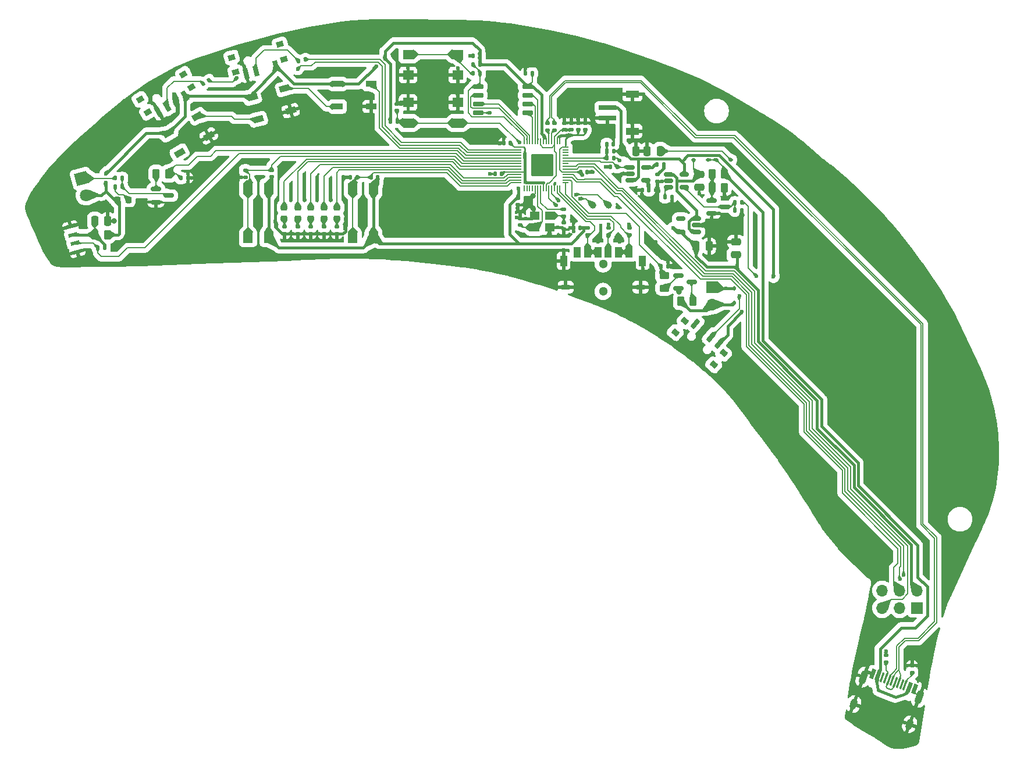
<source format=gbr>
%TF.GenerationSoftware,KiCad,Pcbnew,8.0.4-8.0.4-0~ubuntu22.04.1*%
%TF.CreationDate,2024-11-20T16:55:02+01:00*%
%TF.ProjectId,HH2025badge,48483230-3235-4626-9164-67652e6b6963,rev?*%
%TF.SameCoordinates,Original*%
%TF.FileFunction,Copper,L1,Top*%
%TF.FilePolarity,Positive*%
%FSLAX46Y46*%
G04 Gerber Fmt 4.6, Leading zero omitted, Abs format (unit mm)*
G04 Created by KiCad (PCBNEW 8.0.4-8.0.4-0~ubuntu22.04.1) date 2024-11-20 16:55:02*
%MOMM*%
%LPD*%
G01*
G04 APERTURE LIST*
G04 Aperture macros list*
%AMRoundRect*
0 Rectangle with rounded corners*
0 $1 Rounding radius*
0 $2 $3 $4 $5 $6 $7 $8 $9 X,Y pos of 4 corners*
0 Add a 4 corners polygon primitive as box body*
4,1,4,$2,$3,$4,$5,$6,$7,$8,$9,$2,$3,0*
0 Add four circle primitives for the rounded corners*
1,1,$1+$1,$2,$3*
1,1,$1+$1,$4,$5*
1,1,$1+$1,$6,$7*
1,1,$1+$1,$8,$9*
0 Add four rect primitives between the rounded corners*
20,1,$1+$1,$2,$3,$4,$5,0*
20,1,$1+$1,$4,$5,$6,$7,0*
20,1,$1+$1,$6,$7,$8,$9,0*
20,1,$1+$1,$8,$9,$2,$3,0*%
%AMHorizOval*
0 Thick line with rounded ends*
0 $1 width*
0 $2 $3 position (X,Y) of the first rounded end (center of the circle)*
0 $4 $5 position (X,Y) of the second rounded end (center of the circle)*
0 Add line between two ends*
20,1,$1,$2,$3,$4,$5,0*
0 Add two circle primitives to create the rounded ends*
1,1,$1,$2,$3*
1,1,$1,$4,$5*%
%AMRotRect*
0 Rectangle, with rotation*
0 The origin of the aperture is its center*
0 $1 length*
0 $2 width*
0 $3 Rotation angle, in degrees counterclockwise*
0 Add horizontal line*
21,1,$1,$2,0,0,$3*%
G04 Aperture macros list end*
%TA.AperFunction,SMDPad,CuDef*%
%ADD10RoundRect,0.250000X0.262500X0.450000X-0.262500X0.450000X-0.262500X-0.450000X0.262500X-0.450000X0*%
%TD*%
%TA.AperFunction,SMDPad,CuDef*%
%ADD11RoundRect,0.150000X-0.587500X-0.150000X0.587500X-0.150000X0.587500X0.150000X-0.587500X0.150000X0*%
%TD*%
%TA.AperFunction,SMDPad,CuDef*%
%ADD12RoundRect,0.250000X-0.262500X-0.450000X0.262500X-0.450000X0.262500X0.450000X-0.262500X0.450000X0*%
%TD*%
%TA.AperFunction,SMDPad,CuDef*%
%ADD13RoundRect,0.218750X0.218750X0.256250X-0.218750X0.256250X-0.218750X-0.256250X0.218750X-0.256250X0*%
%TD*%
%TA.AperFunction,SMDPad,CuDef*%
%ADD14RoundRect,0.250000X0.450000X-0.262500X0.450000X0.262500X-0.450000X0.262500X-0.450000X-0.262500X0*%
%TD*%
%TA.AperFunction,SMDPad,CuDef*%
%ADD15RoundRect,0.250000X-0.250000X-0.475000X0.250000X-0.475000X0.250000X0.475000X-0.250000X0.475000X0*%
%TD*%
%TA.AperFunction,SMDPad,CuDef*%
%ADD16RoundRect,0.135000X0.185000X-0.135000X0.185000X0.135000X-0.185000X0.135000X-0.185000X-0.135000X0*%
%TD*%
%TA.AperFunction,SMDPad,CuDef*%
%ADD17RoundRect,0.218750X0.256250X-0.218750X0.256250X0.218750X-0.256250X0.218750X-0.256250X-0.218750X0*%
%TD*%
%TA.AperFunction,SMDPad,CuDef*%
%ADD18RotRect,1.000000X0.800000X195.000000*%
%TD*%
%TA.AperFunction,SMDPad,CuDef*%
%ADD19RotRect,0.700000X1.500000X195.000000*%
%TD*%
%TA.AperFunction,SMDPad,CuDef*%
%ADD20RoundRect,0.140000X-0.140000X-0.170000X0.140000X-0.170000X0.140000X0.170000X-0.140000X0.170000X0*%
%TD*%
%TA.AperFunction,SMDPad,CuDef*%
%ADD21RoundRect,0.135000X-0.135000X-0.185000X0.135000X-0.185000X0.135000X0.185000X-0.135000X0.185000X0*%
%TD*%
%TA.AperFunction,ComponentPad*%
%ADD22RotRect,1.800000X1.800000X285.000000*%
%TD*%
%TA.AperFunction,ComponentPad*%
%ADD23C,1.800000*%
%TD*%
%TA.AperFunction,SMDPad,CuDef*%
%ADD24RoundRect,0.135000X-0.185000X0.135000X-0.185000X-0.135000X0.185000X-0.135000X0.185000X0.135000X0*%
%TD*%
%TA.AperFunction,SMDPad,CuDef*%
%ADD25RoundRect,0.140000X0.170000X-0.140000X0.170000X0.140000X-0.170000X0.140000X-0.170000X-0.140000X0*%
%TD*%
%TA.AperFunction,SMDPad,CuDef*%
%ADD26R,1.600000X1.400000*%
%TD*%
%TA.AperFunction,SMDPad,CuDef*%
%ADD27RotRect,1.500000X0.900000X15.000000*%
%TD*%
%TA.AperFunction,SMDPad,CuDef*%
%ADD28RotRect,0.500000X1.270000X105.000000*%
%TD*%
%TA.AperFunction,SMDPad,CuDef*%
%ADD29RotRect,1.500000X0.900000X30.000000*%
%TD*%
%TA.AperFunction,SMDPad,CuDef*%
%ADD30RoundRect,0.140000X-0.170000X0.140000X-0.170000X-0.140000X0.170000X-0.140000X0.170000X0.140000X0*%
%TD*%
%TA.AperFunction,SMDPad,CuDef*%
%ADD31RoundRect,0.150000X-0.512500X-0.150000X0.512500X-0.150000X0.512500X0.150000X-0.512500X0.150000X0*%
%TD*%
%TA.AperFunction,SMDPad,CuDef*%
%ADD32RoundRect,0.250000X-0.475000X0.250000X-0.475000X-0.250000X0.475000X-0.250000X0.475000X0.250000X0*%
%TD*%
%TA.AperFunction,SMDPad,CuDef*%
%ADD33RoundRect,0.135000X0.135000X0.185000X-0.135000X0.185000X-0.135000X-0.185000X0.135000X-0.185000X0*%
%TD*%
%TA.AperFunction,SMDPad,CuDef*%
%ADD34C,1.000000*%
%TD*%
%TA.AperFunction,SMDPad,CuDef*%
%ADD35RoundRect,0.112500X-0.187500X-0.112500X0.187500X-0.112500X0.187500X0.112500X-0.187500X0.112500X0*%
%TD*%
%TA.AperFunction,SMDPad,CuDef*%
%ADD36R,2.500000X0.700000*%
%TD*%
%TA.AperFunction,SMDPad,CuDef*%
%ADD37R,1.900000X1.100000*%
%TD*%
%TA.AperFunction,SMDPad,CuDef*%
%ADD38RoundRect,0.250000X0.475000X-0.250000X0.475000X0.250000X-0.475000X0.250000X-0.475000X-0.250000X0*%
%TD*%
%TA.AperFunction,SMDPad,CuDef*%
%ADD39RoundRect,0.135000X0.082518X0.213637X-0.178282X0.143756X-0.082518X-0.213637X0.178282X-0.143756X0*%
%TD*%
%TA.AperFunction,ComponentPad*%
%ADD40C,1.300000*%
%TD*%
%TA.AperFunction,SMDPad,CuDef*%
%ADD41R,1.300000X0.800000*%
%TD*%
%TA.AperFunction,SMDPad,CuDef*%
%ADD42R,1.000000X1.600000*%
%TD*%
%TA.AperFunction,SMDPad,CuDef*%
%ADD43RotRect,0.600000X1.450000X340.000000*%
%TD*%
%TA.AperFunction,SMDPad,CuDef*%
%ADD44RotRect,0.300000X1.450000X340.000000*%
%TD*%
%TA.AperFunction,ComponentPad*%
%ADD45HorizOval,1.000000X-0.188111X-0.516831X0.188111X0.516831X0*%
%TD*%
%TA.AperFunction,ComponentPad*%
%ADD46HorizOval,1.000000X-0.102606X-0.281908X0.102606X0.281908X0*%
%TD*%
%TA.AperFunction,SMDPad,CuDef*%
%ADD47RoundRect,0.140000X0.140000X0.170000X-0.140000X0.170000X-0.140000X-0.170000X0.140000X-0.170000X0*%
%TD*%
%TA.AperFunction,SMDPad,CuDef*%
%ADD48R,1.500000X0.900000*%
%TD*%
%TA.AperFunction,SMDPad,CuDef*%
%ADD49RoundRect,0.050000X-0.387500X-0.050000X0.387500X-0.050000X0.387500X0.050000X-0.387500X0.050000X0*%
%TD*%
%TA.AperFunction,SMDPad,CuDef*%
%ADD50RoundRect,0.050000X-0.050000X-0.387500X0.050000X-0.387500X0.050000X0.387500X-0.050000X0.387500X0*%
%TD*%
%TA.AperFunction,ComponentPad*%
%ADD51C,0.600000*%
%TD*%
%TA.AperFunction,SMDPad,CuDef*%
%ADD52RoundRect,0.144000X-1.456000X-1.456000X1.456000X-1.456000X1.456000X1.456000X-1.456000X1.456000X0*%
%TD*%
%TA.AperFunction,SMDPad,CuDef*%
%ADD53RoundRect,0.112500X0.187500X0.112500X-0.187500X0.112500X-0.187500X-0.112500X0.187500X-0.112500X0*%
%TD*%
%TA.AperFunction,SMDPad,CuDef*%
%ADD54RotRect,1.000000X0.800000X320.000000*%
%TD*%
%TA.AperFunction,SMDPad,CuDef*%
%ADD55RotRect,0.700000X1.500000X320.000000*%
%TD*%
%TA.AperFunction,SMDPad,CuDef*%
%ADD56RoundRect,0.112500X-0.112500X0.187500X-0.112500X-0.187500X0.112500X-0.187500X0.112500X0.187500X0*%
%TD*%
%TA.AperFunction,SMDPad,CuDef*%
%ADD57RoundRect,0.150000X0.512500X0.150000X-0.512500X0.150000X-0.512500X-0.150000X0.512500X-0.150000X0*%
%TD*%
%TA.AperFunction,SMDPad,CuDef*%
%ADD58RoundRect,0.135000X0.024413X0.227715X-0.209413X0.092715X-0.024413X-0.227715X0.209413X-0.092715X0*%
%TD*%
%TA.AperFunction,SMDPad,CuDef*%
%ADD59R,1.400000X1.600000*%
%TD*%
%TA.AperFunction,SMDPad,CuDef*%
%ADD60RoundRect,0.150000X-0.650000X-0.150000X0.650000X-0.150000X0.650000X0.150000X-0.650000X0.150000X0*%
%TD*%
%TA.AperFunction,SMDPad,CuDef*%
%ADD61RotRect,1.000000X0.800000X210.000000*%
%TD*%
%TA.AperFunction,SMDPad,CuDef*%
%ADD62RotRect,0.700000X1.500000X210.000000*%
%TD*%
%TA.AperFunction,ComponentPad*%
%ADD63R,1.700000X1.700000*%
%TD*%
%TA.AperFunction,ComponentPad*%
%ADD64O,1.700000X1.700000*%
%TD*%
%TA.AperFunction,SMDPad,CuDef*%
%ADD65R,1.400000X1.200000*%
%TD*%
%TA.AperFunction,ViaPad*%
%ADD66C,0.600000*%
%TD*%
%TA.AperFunction,ViaPad*%
%ADD67C,0.800000*%
%TD*%
%TA.AperFunction,ViaPad*%
%ADD68C,0.450000*%
%TD*%
%TA.AperFunction,Conductor*%
%ADD69C,0.400000*%
%TD*%
%TA.AperFunction,Conductor*%
%ADD70C,0.200000*%
%TD*%
%TA.AperFunction,Conductor*%
%ADD71C,0.250000*%
%TD*%
%TA.AperFunction,Conductor*%
%ADD72C,0.150000*%
%TD*%
G04 APERTURE END LIST*
D10*
%TO.P,R5,1*%
%TO.N,+3V3*%
X143787500Y-59690000D03*
%TO.P,R5,2*%
%TO.N,Net-(U3-VCC)*%
X141962500Y-59690000D03*
%TD*%
D11*
%TO.P,Q2,1,G*%
%TO.N,Net-(Q2-G)*%
X150827500Y-53025000D03*
%TO.P,Q2,2,S*%
%TO.N,GND*%
X150827500Y-54925000D03*
%TO.P,Q2,3,D*%
%TO.N,Net-(Q2-D)*%
X152702500Y-53975000D03*
%TD*%
D12*
%TO.P,R39,1*%
%TO.N,Net-(Q2-G)*%
X150852500Y-50800000D03*
%TO.P,R39,2*%
%TO.N,IRLED*%
X152677500Y-50800000D03*
%TD*%
D13*
%TO.P,D5,1,K*%
%TO.N,Net-(D5-K)*%
X146837500Y-54610000D03*
%TO.P,D5,2,A*%
%TO.N,+3V3*%
X145262500Y-54610000D03*
%TD*%
D14*
%TO.P,R37,1*%
%TO.N,Net-(Q1-G)*%
X224790000Y-67460500D03*
%TO.P,R37,2*%
%TO.N,MOTOR*%
X224790000Y-65635500D03*
%TD*%
D15*
%TO.P,C18,1*%
%TO.N,GND*%
X222316000Y-47498000D03*
%TO.P,C18,2*%
%TO.N,Net-(D7-K)*%
X224216000Y-47498000D03*
%TD*%
D16*
%TO.P,R15,1*%
%TO.N,GND*%
X169545000Y-59565000D03*
%TO.P,R15,2*%
%TO.N,Net-(D8-K)*%
X169545000Y-58545000D03*
%TD*%
%TO.P,R31,1*%
%TO.N,GND*%
X173355000Y-59565000D03*
%TO.P,R31,2*%
%TO.N,Net-(D10-K)*%
X173355000Y-58545000D03*
%TD*%
D17*
%TO.P,D9,1,K*%
%TO.N,Net-(D9-K)*%
X171450000Y-57302500D03*
%TO.P,D9,2,A*%
%TO.N,LED2*%
X171450000Y-55727500D03*
%TD*%
D18*
%TO.P,SW3,*%
%TO.N,*%
X169462508Y-34098733D03*
X168890518Y-31964037D03*
X162411250Y-35988110D03*
X161839260Y-33853417D03*
D19*
%TO.P,SW3,1,A*%
%TO.N,+3V3*%
X168278444Y-35088931D03*
%TO.P,SW3,2,B*%
%TO.N,Net-(SW3-B)*%
X165380667Y-35865388D03*
%TO.P,SW3,3,C*%
%TO.N,GND*%
X163931778Y-36253617D03*
%TD*%
D20*
%TO.P,C21,1*%
%TO.N,SENSE*%
X216436000Y-46482000D03*
%TO.P,C21,2*%
%TO.N,GND*%
X217396000Y-46482000D03*
%TD*%
D21*
%TO.P,R36,1*%
%TO.N,MOTOR*%
X224280000Y-64262000D03*
%TO.P,R36,2*%
%TO.N,GND*%
X225300000Y-64262000D03*
%TD*%
D22*
%TO.P,D4,1,K*%
%TO.N,Net-(D4-K)*%
X140005006Y-51473444D03*
D23*
%TO.P,D4,2,A*%
%TO.N,+3V3*%
X140662407Y-53926895D03*
%TD*%
D21*
%TO.P,R13,1*%
%TO.N,Net-(D4-K)*%
X144905000Y-51435000D03*
%TO.P,R13,2*%
%TO.N,Net-(Q2-D)*%
X145925000Y-51435000D03*
%TD*%
%TO.P,R25,1*%
%TO.N,SENSE*%
X216406000Y-47498000D03*
%TO.P,R25,2*%
%TO.N,VBAT*%
X217426000Y-47498000D03*
%TD*%
D24*
%TO.P,R34,1*%
%TO.N,BTN1*%
X163830000Y-50290000D03*
%TO.P,R34,2*%
%TO.N,GND*%
X163830000Y-51310000D03*
%TD*%
D25*
%TO.P,C10,1*%
%TO.N,GND*%
X203450000Y-55330000D03*
%TO.P,C10,2*%
%TO.N,+3V3*%
X203450000Y-54370000D03*
%TD*%
D26*
%TO.P,SW1,1,1*%
%TO.N,GND*%
X187535000Y-40410000D03*
X194735000Y-40410000D03*
%TO.P,SW1,2,2*%
%TO.N,RESET*%
X187535000Y-43410000D03*
X194735000Y-43410000D03*
%TD*%
D16*
%TO.P,R30,1*%
%TO.N,USB_D+*%
X207772000Y-44452000D03*
%TO.P,R30,2*%
%TO.N,USB_C_D+*%
X207772000Y-43432000D03*
%TD*%
D27*
%TO.P,D2,1,VDD*%
%TO.N,+3V3*%
X164846430Y-39680329D03*
%TO.P,D2,2,DOUT*%
%TO.N,Net-(D2-DOUT)*%
X165700533Y-42867884D03*
%TO.P,D2,3,VSS*%
%TO.N,GND*%
X170433570Y-41599671D03*
%TO.P,D2,4,DIN*%
%TO.N,Net-(D1-DOUT)*%
X169579467Y-38412116D03*
%TD*%
D25*
%TO.P,C12,1*%
%TO.N,XIN*%
X203835000Y-58265000D03*
%TO.P,C12,2*%
%TO.N,GND*%
X203835000Y-57305000D03*
%TD*%
D24*
%TO.P,R23,1*%
%TO.N,Net-(R22-Pad1)*%
X223800000Y-50890001D03*
%TO.P,R23,2*%
%TO.N,GND*%
X223800000Y-51909999D03*
%TD*%
D28*
%TO.P,U3,1,GND*%
%TO.N,GND*%
X138405656Y-58480082D03*
%TO.P,U3,2,VCC*%
%TO.N,Net-(U3-VCC)*%
X138734356Y-59706807D03*
%TO.P,U3,3,OUT*%
%TO.N,IROUT*%
X139063056Y-60933533D03*
%TO.P,U3,4,GND*%
%TO.N,GND*%
X139391756Y-62160259D03*
%TD*%
D29*
%TO.P,D3,1,VDD*%
%TO.N,+3V3*%
X152628238Y-44881058D03*
%TO.P,D3,2,DOUT*%
%TO.N,unconnected-(D3-DOUT-Pad2)*%
X154278238Y-47738942D03*
%TO.P,D3,3,VSS*%
%TO.N,GND*%
X158521762Y-45288942D03*
%TO.P,D3,4,DIN*%
%TO.N,Net-(D2-DOUT)*%
X156871762Y-42431058D03*
%TD*%
D17*
%TO.P,D11,1,K*%
%TO.N,Net-(D11-K)*%
X175260000Y-57302500D03*
%TO.P,D11,2,A*%
%TO.N,LED4*%
X175260000Y-55727500D03*
%TD*%
D30*
%TO.P,C1,1*%
%TO.N,GND*%
X210252000Y-43462000D03*
%TO.P,C1,2*%
%TO.N,Net-(U1-VREG_VOUT)*%
X210252000Y-44422000D03*
%TD*%
%TO.P,C3,1*%
%TO.N,GND*%
X212284000Y-43462000D03*
%TO.P,C3,2*%
%TO.N,+3V3*%
X212284000Y-44422000D03*
%TD*%
D31*
%TO.P,U5,1,OUT*%
%TO.N,VIN*%
X225430500Y-50866000D03*
%TO.P,U5,2,GND*%
%TO.N,GND*%
X225430500Y-51816000D03*
%TO.P,U5,3,SET*%
%TO.N,Net-(U5-SET)*%
X225430500Y-52766000D03*
%TO.P,U5,4,ON*%
%TO.N,Net-(Q3-D)*%
X227705500Y-52766000D03*
%TO.P,U5,5,IN*%
%TO.N,VBAT*%
X227705500Y-50866000D03*
%TD*%
D20*
%TO.P,C9,1*%
%TO.N,GND*%
X201450000Y-46355000D03*
%TO.P,C9,2*%
%TO.N,+3V3*%
X202410000Y-46355000D03*
%TD*%
D32*
%TO.P,C16,1*%
%TO.N,VIN*%
X229870000Y-50866000D03*
%TO.P,C16,2*%
%TO.N,GND*%
X229870000Y-52766000D03*
%TD*%
D30*
%TO.P,C13,1*%
%TO.N,Net-(C13-Pad1)*%
X210185000Y-57940000D03*
%TO.P,C13,2*%
%TO.N,GND*%
X210185000Y-58900000D03*
%TD*%
D33*
%TO.P,R1,1*%
%TO.N,+3V3*%
X197994999Y-34925000D03*
%TO.P,R1,2*%
%TO.N,QSPI_SS*%
X196975001Y-34925000D03*
%TD*%
D34*
%TO.P,TP1,1,1*%
%TO.N,/SWCLK_1*%
X214376000Y-55372000D03*
%TD*%
D35*
%TO.P,D6,1,K*%
%TO.N,VIN*%
X229074000Y-48768000D03*
%TO.P,D6,2,A*%
%TO.N,VUSB*%
X231174000Y-48768000D03*
%TD*%
D17*
%TO.P,D10,1,K*%
%TO.N,Net-(D10-K)*%
X173355000Y-57302500D03*
%TO.P,D10,2,A*%
%TO.N,LED3*%
X173355000Y-55727500D03*
%TD*%
D36*
%TO.P,J1,1,Pin_1*%
%TO.N,GND*%
X216544000Y-42660001D03*
%TO.P,J1,2,Pin_2*%
%TO.N,VBAT*%
X216544000Y-41159999D03*
D37*
%TO.P,J1,MP,MountPin*%
%TO.N,GND*%
X220144000Y-44610000D03*
X220144000Y-39210000D03*
%TD*%
D38*
%TO.P,C24,1*%
%TO.N,+3V3*%
X235204000Y-62606000D03*
%TO.P,C24,2*%
%TO.N,GND*%
X235204000Y-60706000D03*
%TD*%
D11*
%TO.P,Q3,1,G*%
%TO.N,Net-(Q3-G)*%
X231726500Y-54676000D03*
%TO.P,Q3,2,S*%
%TO.N,GND*%
X231726500Y-56576000D03*
%TO.P,Q3,3,D*%
%TO.N,Net-(Q3-D)*%
X233601500Y-55626000D03*
%TD*%
D34*
%TO.P,TP2,1,1*%
%TO.N,/SWD_1*%
X216662000Y-55372000D03*
%TD*%
D26*
%TO.P,SW2,1,1*%
%TO.N,Net-(R3-Pad1)*%
X187535000Y-33425000D03*
X194735000Y-33425000D03*
%TO.P,SW2,2,2*%
%TO.N,GND*%
X187535000Y-36425000D03*
X194735000Y-36425000D03*
%TD*%
D39*
%TO.P,R10,1*%
%TO.N,SWITCH1*%
X172577622Y-34158002D03*
%TO.P,R10,2*%
%TO.N,Net-(SW3-B)*%
X171592378Y-34421998D03*
%TD*%
D31*
%TO.P,U6,1,STAT*%
%TO.N,CHRG*%
X219842500Y-49850000D03*
%TO.P,U6,2,V_{SS}*%
%TO.N,GND*%
X219842500Y-50800000D03*
%TO.P,U6,3,V_{BAT}*%
%TO.N,VBAT*%
X219842500Y-51750000D03*
%TO.P,U6,4,V_{DD}*%
%TO.N,Net-(D7-K)*%
X222117500Y-51750000D03*
%TO.P,U6,5,PROG*%
%TO.N,Net-(U6-PROG)*%
X222117500Y-49850000D03*
%TD*%
D40*
%TO.P,S1,*%
%TO.N,*%
X215900000Y-67930000D03*
X215900000Y-63930000D03*
D41*
%TO.P,S1,a,A*%
%TO.N,GND*%
X221350000Y-67320000D03*
X210450000Y-67320000D03*
D42*
%TO.P,S1,b,B*%
%TO.N,unconnected-(S1-B-Padb)*%
X212150000Y-62220000D03*
%TO.P,S1,c,C*%
%TO.N,SLEFT*%
X213650000Y-62220000D03*
%TO.P,S1,d,D*%
X215150000Y-62220000D03*
%TO.P,S1,e,E*%
%TO.N,SMIDDLE*%
X216650000Y-62220000D03*
%TO.P,S1,f,F*%
%TO.N,SRIGHT*%
X218150000Y-62220000D03*
%TO.P,S1,g,G*%
X219650000Y-62220000D03*
%TO.P,S1,s,S*%
%TO.N,GND*%
X221650000Y-63480000D03*
X210150000Y-63480000D03*
%TD*%
D17*
%TO.P,D8,1,K*%
%TO.N,Net-(D8-K)*%
X169495000Y-57302500D03*
%TO.P,D8,2,A*%
%TO.N,LED1*%
X169495000Y-55727500D03*
%TD*%
D43*
%TO.P,J2,A1,GND*%
%TO.N,GND*%
X255123470Y-123611378D03*
%TO.P,J2,A4,VBUS*%
%TO.N,VUSB*%
X255875225Y-123884994D03*
D44*
%TO.P,J2,A5,CC1*%
%TO.N,Net-(J2-CC1)*%
X257002856Y-124295418D03*
%TO.P,J2,A6,D+*%
%TO.N,USB_C_D+*%
X257942548Y-124637438D03*
%TO.P,J2,A7,D-*%
%TO.N,USB_C_D-*%
X258412395Y-124808448D03*
%TO.P,J2,A8,SBU1*%
%TO.N,unconnected-(J2-SBU1-PadA8)*%
X259352087Y-125150469D03*
D43*
%TO.P,J2,A9,VBUS*%
%TO.N,VUSB*%
X260479718Y-125560893D03*
%TO.P,J2,A12,GND*%
%TO.N,GND*%
X261231472Y-125834509D03*
%TO.P,J2,B1,GND*%
X261231472Y-125834509D03*
%TO.P,J2,B4,VBUS*%
%TO.N,VUSB*%
X260479718Y-125560893D03*
D44*
%TO.P,J2,B5,CC2*%
%TO.N,Net-(J2-CC2)*%
X259821935Y-125321479D03*
%TO.P,J2,B6,D+*%
%TO.N,USB_C_D+*%
X258882241Y-124979458D03*
%TO.P,J2,B7,D-*%
%TO.N,USB_C_D-*%
X257472702Y-124466428D03*
%TO.P,J2,B8,SBU2*%
%TO.N,unconnected-(J2-SBU2-PadB8)*%
X256533009Y-124124408D03*
D43*
%TO.P,J2,B9,VBUS*%
%TO.N,VUSB*%
X255875225Y-123884994D03*
%TO.P,J2,B12,GND*%
%TO.N,GND*%
X255123470Y-123611378D03*
D45*
%TO.P,J2,S1,SHIELD*%
X253805051Y-124105235D03*
D46*
X252375407Y-128033150D03*
D45*
X261923995Y-127060289D03*
D46*
X260494351Y-130988204D03*
%TD*%
D47*
%TO.P,C23,1*%
%TO.N,+3V3*%
X183106000Y-51308000D03*
%TO.P,C23,2*%
%TO.N,BTN2*%
X182146000Y-51308000D03*
%TD*%
%TO.P,C7,1*%
%TO.N,+3V3*%
X201140000Y-50800000D03*
%TO.P,C7,2*%
%TO.N,GND*%
X200180000Y-50800000D03*
%TD*%
D15*
%TO.P,C20,1*%
%TO.N,VBAT*%
X218760000Y-47498000D03*
%TO.P,C20,2*%
%TO.N,GND*%
X220660000Y-47498000D03*
%TD*%
D21*
%TO.P,R4,1*%
%TO.N,+3V3*%
X184910000Y-43180000D03*
%TO.P,R4,2*%
%TO.N,RESET*%
X185930000Y-43180000D03*
%TD*%
D10*
%TO.P,R18,1*%
%TO.N,GND*%
X233576500Y-52832000D03*
%TO.P,R18,2*%
%TO.N,Net-(Q3-G)*%
X231751500Y-52832000D03*
%TD*%
D16*
%TO.P,R29,1*%
%TO.N,USB_D-*%
X208788000Y-44452000D03*
%TO.P,R29,2*%
%TO.N,USB_C_D-*%
X208788000Y-43432000D03*
%TD*%
D48*
%TO.P,D1,1,VDD*%
%TO.N,+3V3*%
X177255000Y-37720000D03*
%TO.P,D1,2,DOUT*%
%TO.N,Net-(D1-DOUT)*%
X177255000Y-41020000D03*
%TO.P,D1,3,VSS*%
%TO.N,GND*%
X182155000Y-41020000D03*
%TO.P,D1,4,DIN*%
%TO.N,RGBLED*%
X182155000Y-37720000D03*
%TD*%
D47*
%TO.P,C11,1*%
%TO.N,+3V3*%
X197965000Y-33655000D03*
%TO.P,C11,2*%
%TO.N,GND*%
X197005000Y-33655000D03*
%TD*%
D21*
%TO.P,R3,1*%
%TO.N,Net-(R3-Pad1)*%
X196975000Y-36195000D03*
%TO.P,R3,2*%
%TO.N,QSPI_SS*%
X197995000Y-36195000D03*
%TD*%
D33*
%TO.P,R26,1*%
%TO.N,GND*%
X217426000Y-48514000D03*
%TO.P,R26,2*%
%TO.N,SENSE*%
X216406000Y-48514000D03*
%TD*%
%TO.P,R35,1*%
%TO.N,BTN2*%
X180088000Y-51308000D03*
%TO.P,R35,2*%
%TO.N,GND*%
X179068000Y-51308000D03*
%TD*%
D49*
%TO.P,U1,1,IOVDD*%
%TO.N,+3V3*%
X203572500Y-46925000D03*
%TO.P,U1,2,GPIO0*%
%TO.N,SWITCH1*%
X203572500Y-47325000D03*
%TO.P,U1,3,GPIO1*%
%TO.N,SWITCH2*%
X203572500Y-47725000D03*
%TO.P,U1,4,GPIO2*%
%TO.N,RGBLED*%
X203572500Y-48125000D03*
%TO.P,U1,5,GPIO3*%
%TO.N,IRLED*%
X203572500Y-48525000D03*
%TO.P,U1,6,GPIO4*%
%TO.N,IROUT*%
X203572500Y-48925000D03*
%TO.P,U1,7,GPIO5*%
%TO.N,BTN1*%
X203572500Y-49325000D03*
%TO.P,U1,8,GPIO6*%
%TO.N,LED1*%
X203572500Y-49725000D03*
%TO.P,U1,9,GPIO7*%
%TO.N,LED2*%
X203572500Y-50125000D03*
%TO.P,U1,10,IOVDD*%
%TO.N,+3V3*%
X203572500Y-50525000D03*
%TO.P,U1,11,GPIO8*%
%TO.N,LED3*%
X203572500Y-50925000D03*
%TO.P,U1,12,GPIO9*%
%TO.N,LED4*%
X203572500Y-51325000D03*
%TO.P,U1,13,GPIO10*%
%TO.N,LED5*%
X203572500Y-51725000D03*
%TO.P,U1,14,GPIO11*%
%TO.N,BTN2*%
X203572500Y-52125000D03*
D50*
%TO.P,U1,15,GPIO12*%
%TO.N,unconnected-(U1-GPIO12-Pad15)*%
X204410000Y-52962500D03*
%TO.P,U1,16,GPIO13*%
%TO.N,unconnected-(U1-GPIO13-Pad16)*%
X204810000Y-52962500D03*
%TO.P,U1,17,GPIO14*%
%TO.N,unconnected-(U1-GPIO14-Pad17)*%
X205210000Y-52962500D03*
%TO.P,U1,18,GPIO15*%
%TO.N,unconnected-(U1-GPIO15-Pad18)*%
X205610000Y-52962500D03*
%TO.P,U1,19,TESTEN*%
%TO.N,GND*%
X206010000Y-52962500D03*
%TO.P,U1,20,XIN*%
%TO.N,XIN*%
X206410000Y-52962500D03*
%TO.P,U1,21,XOUT*%
%TO.N,XOUT*%
X206810000Y-52962500D03*
%TO.P,U1,22,IOVDD*%
%TO.N,+3V3*%
X207210000Y-52962500D03*
%TO.P,U1,23,DVDD*%
%TO.N,Net-(U1-VREG_VOUT)*%
X207610000Y-52962500D03*
%TO.P,U1,24,SWCLK*%
%TO.N,/SWCLK_1*%
X208010000Y-52962500D03*
%TO.P,U1,25,SWD*%
%TO.N,/SWD_1*%
X208410000Y-52962500D03*
%TO.P,U1,26,RUN*%
%TO.N,RESET*%
X208810000Y-52962500D03*
%TO.P,U1,27,GPIO16*%
%TO.N,SLEFT*%
X209210000Y-52962500D03*
%TO.P,U1,28,GPIO17*%
%TO.N,SMIDDLE*%
X209610000Y-52962500D03*
D49*
%TO.P,U1,29,GPIO18*%
%TO.N,SRIGHT*%
X210447500Y-52125000D03*
%TO.P,U1,30,GPIO19*%
%TO.N,MOTOR*%
X210447500Y-51725000D03*
%TO.P,U1,31,GPIO20*%
%TO.N,SAOSDA*%
X210447500Y-51325000D03*
%TO.P,U1,32,GPIO21*%
%TO.N,SAOCLK*%
X210447500Y-50925000D03*
%TO.P,U1,33,IOVDD*%
%TO.N,+3V3*%
X210447500Y-50525000D03*
%TO.P,U1,34,GPIO22*%
%TO.N,SAOGP1*%
X210447500Y-50125000D03*
%TO.P,U1,35,GPIO23*%
%TO.N,SAOGP2*%
X210447500Y-49725000D03*
%TO.P,U1,36,GPIO24*%
%TO.N,unconnected-(U1-GPIO24-Pad36)*%
X210447500Y-49325000D03*
%TO.P,U1,37,GPIO25*%
%TO.N,CHRG*%
X210447500Y-48925000D03*
%TO.P,U1,38,GPIO26_ADC0*%
%TO.N,SENSE*%
X210447500Y-48525000D03*
%TO.P,U1,39,GPIO27_ADC1*%
%TO.N,unconnected-(U1-GPIO27_ADC1-Pad39)*%
X210447500Y-48125000D03*
%TO.P,U1,40,GPIO28_ADC2*%
%TO.N,unconnected-(U1-GPIO28_ADC2-Pad40)*%
X210447500Y-47725000D03*
%TO.P,U1,41,GPIO29_ADC3*%
%TO.N,unconnected-(U1-GPIO29_ADC3-Pad41)*%
X210447500Y-47325000D03*
%TO.P,U1,42,IOVDD*%
%TO.N,+3V3*%
X210447500Y-46925000D03*
D50*
%TO.P,U1,43,ADC_AVDD*%
X209610000Y-46087500D03*
%TO.P,U1,44,VREG_IN*%
X209210000Y-46087500D03*
%TO.P,U1,45,VREG_VOUT*%
%TO.N,Net-(U1-VREG_VOUT)*%
X208810000Y-46087500D03*
%TO.P,U1,46,USB_DM*%
%TO.N,USB_D-*%
X208410000Y-46087500D03*
%TO.P,U1,47,USB_DP*%
%TO.N,USB_D+*%
X208010000Y-46087500D03*
%TO.P,U1,48,USB_VDD*%
%TO.N,+3V3*%
X207610000Y-46087500D03*
%TO.P,U1,49,IOVDD*%
X207210000Y-46087500D03*
%TO.P,U1,50,DVDD*%
%TO.N,Net-(U1-VREG_VOUT)*%
X206810000Y-46087500D03*
%TO.P,U1,51,QSPI_SD3*%
%TO.N,QSPI_SD3*%
X206410000Y-46087500D03*
%TO.P,U1,52,QSPI_SCLK*%
%TO.N,QSPI_SCLK*%
X206010000Y-46087500D03*
%TO.P,U1,53,QSPI_SD0*%
%TO.N,QSPI_SD0*%
X205610000Y-46087500D03*
%TO.P,U1,54,QSPI_SD2*%
%TO.N,QSPI_SD2*%
X205210000Y-46087500D03*
%TO.P,U1,55,QSPI_SD1*%
%TO.N,QSPI_SD1*%
X204810000Y-46087500D03*
%TO.P,U1,56,QSPI_SS*%
%TO.N,QSPI_SS*%
X204410000Y-46087500D03*
D51*
%TO.P,U1,57,GND*%
%TO.N,GND*%
X205735000Y-48250000D03*
X205735000Y-49525000D03*
X205735000Y-50800000D03*
X207010000Y-48250000D03*
X207010000Y-49525000D03*
D52*
X207010000Y-49525000D03*
D51*
X207010000Y-50800000D03*
X208285000Y-48250000D03*
X208285000Y-49525000D03*
X208285000Y-50800000D03*
%TD*%
D16*
%TO.P,R16,1*%
%TO.N,GND*%
X171450000Y-59565000D03*
%TO.P,R16,2*%
%TO.N,Net-(D9-K)*%
X171450000Y-58545000D03*
%TD*%
%TO.P,R28,1*%
%TO.N,Net-(J2-CC2)*%
X260858000Y-123446000D03*
%TO.P,R28,2*%
%TO.N,GND*%
X260858000Y-122426000D03*
%TD*%
D53*
%TO.P,D7,1,K*%
%TO.N,Net-(D7-K)*%
X234476000Y-48768000D03*
%TO.P,D7,2,A*%
%TO.N,VUSB*%
X232376000Y-48768000D03*
%TD*%
D25*
%TO.P,C22,1*%
%TO.N,+3V3*%
X167640000Y-51280000D03*
%TO.P,C22,2*%
%TO.N,BTN1*%
X167640000Y-50320000D03*
%TD*%
D54*
%TO.P,SW5,*%
%TO.N,*%
X227829312Y-72240311D03*
X226408752Y-73933269D03*
X233421436Y-76932659D03*
X232000876Y-78625618D03*
D55*
%TO.P,SW5,1,A*%
%TO.N,unconnected-(SW5-A-Pad1)*%
X229319586Y-72642285D03*
%TO.P,SW5,2,B*%
%TO.N,Net-(SW5-B)*%
X231617720Y-74570647D03*
%TO.P,SW5,3,C*%
%TO.N,VBAT*%
X232766787Y-75534829D03*
%TD*%
D21*
%TO.P,R14,1*%
%TO.N,Net-(D5-K)*%
X144905000Y-52705000D03*
%TO.P,R14,2*%
%TO.N,Net-(Q2-D)*%
X145925000Y-52705000D03*
%TD*%
D56*
%TO.P,D13,1,K*%
%TO.N,+3V3*%
X234950000Y-67530000D03*
%TO.P,D13,2,A*%
%TO.N,Net-(D13-A)*%
X234950000Y-69630000D03*
%TD*%
D57*
%TO.P,U4,1,IN*%
%TO.N,VIN*%
X229483500Y-59243000D03*
%TO.P,U4,2,GND*%
%TO.N,GND*%
X229483500Y-58293000D03*
%TO.P,U4,3,EN*%
%TO.N,VIN*%
X229483500Y-57343000D03*
%TO.P,U4,4,NC*%
%TO.N,unconnected-(U4-NC-Pad4)*%
X227208500Y-57343000D03*
%TO.P,U4,5,OUT*%
%TO.N,+3V3*%
X227208500Y-59243000D03*
%TD*%
D21*
%TO.P,R38,1*%
%TO.N,IRLED*%
X154430000Y-51435000D03*
%TO.P,R38,2*%
%TO.N,GND*%
X155450000Y-51435000D03*
%TD*%
D58*
%TO.P,R11,1*%
%TO.N,SWITCH2*%
X158556673Y-37210000D03*
%TO.P,R11,2*%
%TO.N,Net-(SW4-B)*%
X157673327Y-37720000D03*
%TD*%
D20*
%TO.P,C8,1*%
%TO.N,GND*%
X211610000Y-58674000D03*
%TO.P,C8,2*%
%TO.N,+3V3*%
X212570000Y-58674000D03*
%TD*%
D59*
%TO.P,SW7,1,1*%
%TO.N,BTN2*%
X179475000Y-60115000D03*
X179475000Y-52915000D03*
%TO.P,SW7,2,2*%
%TO.N,+3V3*%
X182475000Y-60115000D03*
X182475000Y-52915000D03*
%TD*%
D24*
%TO.P,R7,1*%
%TO.N,+3V3*%
X213614000Y-58672000D03*
%TO.P,R7,2*%
%TO.N,SLEFT*%
X213614000Y-59692000D03*
%TD*%
D33*
%TO.P,R20,1*%
%TO.N,GND*%
X236095000Y-56134000D03*
%TO.P,R20,2*%
%TO.N,Net-(Q3-D)*%
X235075000Y-56134000D03*
%TD*%
D25*
%TO.P,C4,1*%
%TO.N,+3V3*%
X213300000Y-44422000D03*
%TO.P,C4,2*%
%TO.N,GND*%
X213300000Y-43462000D03*
%TD*%
D21*
%TO.P,R6,1*%
%TO.N,IROUT*%
X142365000Y-61595000D03*
%TO.P,R6,2*%
%TO.N,Net-(U3-VCC)*%
X143385000Y-61595000D03*
%TD*%
D60*
%TO.P,U2,1,~{CS}*%
%TO.N,QSPI_SS*%
X197695000Y-38100000D03*
%TO.P,U2,2,DO(IO1)*%
%TO.N,QSPI_SD1*%
X197695000Y-39370000D03*
%TO.P,U2,3,IO2*%
%TO.N,QSPI_SD2*%
X197695000Y-40640000D03*
%TO.P,U2,4,GND*%
%TO.N,GND*%
X197695000Y-41910000D03*
%TO.P,U2,5,DI(IO0)*%
%TO.N,QSPI_SD0*%
X204895000Y-41910000D03*
%TO.P,U2,6,CLK*%
%TO.N,QSPI_SCLK*%
X204895000Y-40640000D03*
%TO.P,U2,7,IO3*%
%TO.N,QSPI_SD3*%
X204895000Y-39370000D03*
%TO.P,U2,8,VCC*%
%TO.N,+3V3*%
X204895000Y-38100000D03*
%TD*%
D33*
%TO.P,R21,1*%
%TO.N,GND*%
X225919998Y-54200000D03*
%TO.P,R21,2*%
%TO.N,Net-(U5-SET)*%
X224900000Y-54200000D03*
%TD*%
D10*
%TO.P,R17,1*%
%TO.N,VUSB*%
X233576500Y-50800000D03*
%TO.P,R17,2*%
%TO.N,Net-(Q3-G)*%
X231751500Y-50800000D03*
%TD*%
D24*
%TO.P,R27,1*%
%TO.N,GND*%
X257048000Y-120902000D03*
%TO.P,R27,2*%
%TO.N,Net-(J2-CC1)*%
X257048000Y-121922000D03*
%TD*%
D33*
%TO.P,R24,1*%
%TO.N,CHRG*%
X217934000Y-49784000D03*
%TO.P,R24,2*%
%TO.N,+3V3*%
X216914000Y-49784000D03*
%TD*%
D11*
%TO.P,Q1,1,G*%
%TO.N,Net-(Q1-G)*%
X226900500Y-65598000D03*
%TO.P,Q1,2,S*%
%TO.N,GND*%
X226900500Y-67498000D03*
%TO.P,Q1,3,D*%
%TO.N,Net-(Q1-D)*%
X228775500Y-66548000D03*
%TD*%
D61*
%TO.P,SW4,*%
%TO.N,*%
X155950993Y-38220500D03*
X154845993Y-36306584D03*
X149629009Y-41870500D03*
X148524007Y-39956583D03*
D62*
%TO.P,SW4,1,A*%
%TO.N,+3V3*%
X155063557Y-39483416D03*
%TO.P,SW4,2,B*%
%TO.N,Net-(SW4-B)*%
X152465480Y-40983416D03*
%TO.P,SW4,3,C*%
%TO.N,GND*%
X151166441Y-41733416D03*
%TD*%
D59*
%TO.P,SW6,1,1*%
%TO.N,BTN1*%
X164235000Y-60115000D03*
X164235000Y-52915000D03*
%TO.P,SW6,2,2*%
%TO.N,+3V3*%
X167235000Y-60115000D03*
X167235000Y-52915000D03*
%TD*%
D33*
%TO.P,R22,1*%
%TO.N,Net-(R22-Pad1)*%
X224709999Y-49500000D03*
%TO.P,R22,2*%
%TO.N,Net-(U6-PROG)*%
X223690001Y-49500000D03*
%TD*%
D16*
%TO.P,R32,1*%
%TO.N,GND*%
X175260000Y-59565000D03*
%TO.P,R32,2*%
%TO.N,Net-(D11-K)*%
X175260000Y-58545000D03*
%TD*%
D20*
%TO.P,C6,1*%
%TO.N,GND*%
X204625000Y-36195000D03*
%TO.P,C6,2*%
%TO.N,+3V3*%
X205585000Y-36195000D03*
%TD*%
%TO.P,C19,1*%
%TO.N,GND*%
X221600000Y-53200000D03*
%TO.P,C19,2*%
%TO.N,Net-(D7-K)*%
X222560000Y-53200000D03*
%TD*%
D21*
%TO.P,R19,1*%
%TO.N,Net-(Q3-D)*%
X235075000Y-54991000D03*
%TO.P,R19,2*%
%TO.N,Net-(SW5-B)*%
X236095000Y-54991000D03*
%TD*%
D20*
%TO.P,C5,1*%
%TO.N,+3V3*%
X212626000Y-50546000D03*
%TO.P,C5,2*%
%TO.N,GND*%
X213586000Y-50546000D03*
%TD*%
D24*
%TO.P,R2,1*%
%TO.N,XOUT*%
X210185000Y-56005000D03*
%TO.P,R2,2*%
%TO.N,Net-(C13-Pad1)*%
X210185000Y-57025000D03*
%TD*%
D63*
%TO.P,M1,1,+*%
%TO.N,+3V3*%
X231775000Y-67305000D03*
D64*
%TO.P,M1,2,-*%
%TO.N,Net-(D13-A)*%
X231775000Y-69845000D03*
%TD*%
D24*
%TO.P,R9,1*%
%TO.N,+3V3*%
X219710000Y-58672000D03*
%TO.P,R9,2*%
%TO.N,SRIGHT*%
X219710000Y-59692000D03*
%TD*%
D15*
%TO.P,C17,1*%
%TO.N,+3V3*%
X229428000Y-61341000D03*
%TO.P,C17,2*%
%TO.N,GND*%
X231328000Y-61341000D03*
%TD*%
D30*
%TO.P,C2,1*%
%TO.N,GND*%
X211268000Y-43462000D03*
%TO.P,C2,2*%
%TO.N,Net-(U1-VREG_VOUT)*%
X211268000Y-44422000D03*
%TD*%
D16*
%TO.P,R33,1*%
%TO.N,GND*%
X177165000Y-59565000D03*
%TO.P,R33,2*%
%TO.N,Net-(D12-K)*%
X177165000Y-58545000D03*
%TD*%
D17*
%TO.P,D12,1,K*%
%TO.N,Net-(D12-K)*%
X177165000Y-57302500D03*
%TO.P,D12,2,A*%
%TO.N,LED5*%
X177165000Y-55727500D03*
%TD*%
D65*
%TO.P,Y1,1,1*%
%TO.N,XIN*%
X205910000Y-58635000D03*
%TO.P,Y1,2,2*%
%TO.N,GND*%
X208110000Y-58635000D03*
%TO.P,Y1,3,3*%
%TO.N,Net-(C13-Pad1)*%
X208110000Y-56935000D03*
%TO.P,Y1,4,4*%
%TO.N,GND*%
X205910000Y-56935000D03*
%TD*%
D12*
%TO.P,R12,1*%
%TO.N,Net-(D13-A)*%
X227179500Y-69342000D03*
%TO.P,R12,2*%
%TO.N,Net-(Q1-D)*%
X229004500Y-69342000D03*
%TD*%
D25*
%TO.P,C14,1*%
%TO.N,RESET*%
X185900000Y-41580000D03*
%TO.P,C14,2*%
%TO.N,GND*%
X185900000Y-40620000D03*
%TD*%
D15*
%TO.P,C15,1*%
%TO.N,Net-(U3-VCC)*%
X141925000Y-57658000D03*
%TO.P,C15,2*%
%TO.N,GND*%
X143825000Y-57658000D03*
%TD*%
D24*
%TO.P,R8,1*%
%TO.N,+3V3*%
X216662000Y-58672000D03*
%TO.P,R8,2*%
%TO.N,SMIDDLE*%
X216662000Y-59692000D03*
%TD*%
D63*
%TO.P,J3,1,Pin_1*%
%TO.N,GND*%
X261605000Y-114051000D03*
D64*
%TO.P,J3,2,Pin_2*%
%TO.N,+3V3*%
X261605000Y-111511000D03*
%TO.P,J3,3,Pin_3*%
%TO.N,SAOCLK*%
X259065000Y-114051000D03*
%TO.P,J3,4,Pin_4*%
%TO.N,SAOSDA*%
X259065000Y-111511000D03*
%TO.P,J3,5,Pin_5*%
%TO.N,SAOGP2*%
X256525000Y-114051000D03*
%TO.P,J3,6,Pin_6*%
%TO.N,SAOGP1*%
X256525000Y-111511000D03*
%TD*%
D66*
%TO.N,GND*%
X187535000Y-37800000D03*
X211100000Y-58700000D03*
X218313000Y-60706000D03*
X165600000Y-55900000D03*
X221500000Y-53900000D03*
X188800000Y-40400000D03*
X214376000Y-50546000D03*
X196540000Y-33660000D03*
X216500000Y-43700000D03*
D67*
X205700000Y-55800000D03*
D66*
X267462000Y-92456000D03*
X211248000Y-42800000D03*
X174244000Y-54610000D03*
X176276000Y-54610000D03*
X229900000Y-53700000D03*
X163322000Y-43942000D03*
X237998000Y-61214000D03*
X204640000Y-57305000D03*
X172466000Y-54610000D03*
X186400000Y-36400000D03*
X203300000Y-57200000D03*
X220100000Y-40500000D03*
X222758000Y-55499000D03*
X187500000Y-35300000D03*
X210140000Y-61910000D03*
X151650000Y-42560000D03*
X178390000Y-57400000D03*
X220100000Y-45900000D03*
X182118000Y-43434000D03*
X201295000Y-38735000D03*
X159800000Y-44600000D03*
X257060000Y-120360000D03*
D67*
X236095000Y-56805000D03*
D66*
X224500000Y-51900000D03*
X260858000Y-122021600D03*
X194790000Y-35370000D03*
X168170000Y-57790000D03*
X200900000Y-46400000D03*
X263050000Y-107650000D03*
X213348000Y-42800000D03*
X203047600Y-33807400D03*
X134137400Y-59639200D03*
X157400000Y-45900000D03*
X225900000Y-54800000D03*
D67*
X230600000Y-58300000D03*
D66*
X193400000Y-40400000D03*
X223574000Y-53180000D03*
X156200000Y-51435000D03*
X201752200Y-54051200D03*
X203470000Y-55984999D03*
X215366600Y-35458400D03*
X214600000Y-42700000D03*
D67*
X208100000Y-59700000D03*
D66*
X169418000Y-50038000D03*
X222885000Y-44323000D03*
X158242000Y-40894000D03*
D67*
X226000000Y-64300000D03*
D66*
X220800000Y-53200000D03*
X181102000Y-55880000D03*
X209350000Y-58635000D03*
X178144936Y-51398936D03*
X153670000Y-40132000D03*
X137100000Y-58900000D03*
X233680000Y-54356000D03*
X218700000Y-50800000D03*
D67*
X226905862Y-68042000D03*
D66*
X218186000Y-55753000D03*
X137300000Y-62600000D03*
X199390000Y-50800000D03*
D67*
X144700000Y-57658000D03*
D66*
X225044000Y-43942000D03*
X194700000Y-41800000D03*
X260160000Y-100010000D03*
X220268800Y-64897000D03*
X215138000Y-60706000D03*
X212248000Y-42800000D03*
X173736000Y-36322000D03*
X163200000Y-51310000D03*
X139700000Y-58100000D03*
X232820000Y-56580000D03*
X211600000Y-59200000D03*
X170434000Y-54610000D03*
X220100000Y-43400000D03*
X211963000Y-47371000D03*
X254558800Y-104165400D03*
X188900000Y-36425000D03*
X221700000Y-64600000D03*
D67*
X205710000Y-53998305D03*
D66*
X194790000Y-37540000D03*
X159100000Y-46300000D03*
X231700000Y-57300000D03*
X221800000Y-39200000D03*
X193690000Y-36425000D03*
X187600000Y-41800000D03*
X199390000Y-41910000D03*
X210248000Y-42800000D03*
X140716000Y-47498000D03*
X194700000Y-39100000D03*
X223520000Y-60706000D03*
X218313000Y-48895000D03*
X182118000Y-39370000D03*
X187500000Y-39000000D03*
X210200000Y-59400000D03*
X186500000Y-40640000D03*
X158000000Y-44300000D03*
X264261600Y-118110000D03*
%TO.N,+3V3*%
X182880000Y-35158002D03*
X226100000Y-58700000D03*
X211014573Y-45197128D03*
X235374603Y-64522692D03*
X203560000Y-52930000D03*
X233800000Y-67530000D03*
X207325000Y-45325000D03*
X204588520Y-52039929D03*
X216310000Y-49764000D03*
X212882941Y-51023772D03*
X143510000Y-52073444D03*
X213100000Y-58672000D03*
X219690000Y-58160000D03*
X184150000Y-34036000D03*
X204510000Y-48000000D03*
X216700000Y-58200000D03*
X143510000Y-50800000D03*
D68*
%TO.N,RESET*%
X208873569Y-52195537D03*
D66*
X203735000Y-46255000D03*
%TO.N,Net-(D7-K)*%
X222500000Y-52400000D03*
X225100000Y-47498000D03*
%TO.N,VBAT*%
X240700000Y-65800000D03*
X236128000Y-70908894D03*
%TO.N,SAOGP1*%
X259615000Y-109220000D03*
%TO.N,SAOCLK*%
X259080000Y-109855000D03*
%TO.N,SWITCH2*%
X171450000Y-35560000D03*
X162572501Y-36876653D03*
%TO.N,Net-(SW5-B)*%
X235712000Y-68580000D03*
X238200000Y-65700000D03*
%TO.N,/SWCLK_1*%
X212555806Y-54435221D03*
X209052078Y-55397222D03*
%TO.N,/SWD_1*%
X211955808Y-53835221D03*
X209406473Y-54680000D03*
%TD*%
D69*
%TO.N,GND*%
X208110000Y-58635000D02*
X209350000Y-58635000D01*
D70*
X210252000Y-43462000D02*
X211268000Y-43462000D01*
X204625000Y-35486400D02*
X203047600Y-33909000D01*
D69*
X230593000Y-58293000D02*
X230600000Y-58300000D01*
X203835000Y-57305000D02*
X204640000Y-57305000D01*
D70*
X186500000Y-40640000D02*
X187305000Y-40640000D01*
D69*
X226900500Y-67498000D02*
X226900500Y-68036638D01*
X225300000Y-64262000D02*
X225962000Y-64262000D01*
X178390000Y-57400000D02*
X178390000Y-59200000D01*
X225962000Y-64262000D02*
X226000000Y-64300000D01*
X168170000Y-57790000D02*
X168170000Y-58509999D01*
D70*
X193690000Y-36425000D02*
X194735000Y-36425000D01*
D69*
X203470000Y-55984999D02*
X203470000Y-55349999D01*
X209350000Y-58635000D02*
X209920000Y-58635000D01*
X179068000Y-51308000D02*
X178235872Y-51308000D01*
X194790000Y-35370000D02*
X194790000Y-36370000D01*
X226900500Y-68036638D02*
X226905862Y-68042000D01*
X178144936Y-51398936D02*
X178200000Y-51454000D01*
X229483500Y-58293000D02*
X230593000Y-58293000D01*
X213620000Y-50580000D02*
X213586000Y-50546000D01*
X209920000Y-58635000D02*
X210185000Y-58900000D01*
D70*
X205910000Y-56010000D02*
X205700000Y-55800000D01*
X187535000Y-36425000D02*
X188900000Y-36425000D01*
X197695000Y-41910000D02*
X199390000Y-41910000D01*
D69*
X204640000Y-57305000D02*
X205540000Y-57305000D01*
D70*
X229900000Y-53700000D02*
X229870000Y-53670000D01*
X203047600Y-33909000D02*
X203047600Y-33807400D01*
D69*
X143825000Y-57658000D02*
X144700000Y-57658000D01*
D70*
X229870000Y-53670000D02*
X229870000Y-52766000D01*
X257060000Y-120360000D02*
X257060000Y-120890000D01*
X211268000Y-43462000D02*
X212284000Y-43462000D01*
X212284000Y-43462000D02*
X213300000Y-43462000D01*
X217426000Y-48514000D02*
X217932000Y-48514000D01*
X206010000Y-52962500D02*
X206010000Y-53698305D01*
X187535000Y-37800000D02*
X187535000Y-36425000D01*
D69*
X236095000Y-56805000D02*
X236095000Y-56134000D01*
D70*
X260858000Y-122021600D02*
X260858000Y-122426000D01*
X185900000Y-40640000D02*
X186500000Y-40640000D01*
X163200000Y-51310000D02*
X163830000Y-51310000D01*
D69*
X168170000Y-58509999D02*
X169225001Y-59565000D01*
X218700000Y-50800000D02*
X219842500Y-50800000D01*
X178025000Y-59565000D02*
X177165000Y-59565000D01*
X169225001Y-59565000D02*
X169545000Y-59565000D01*
X233576500Y-54252500D02*
X233680000Y-54356000D01*
X178390000Y-59200000D02*
X178025000Y-59565000D01*
D70*
X255123470Y-123611378D02*
X254298908Y-123611378D01*
D69*
X194790000Y-36370000D02*
X194735000Y-36425000D01*
X214376000Y-50546000D02*
X213586000Y-50546000D01*
D70*
X155450000Y-51435000D02*
X156200000Y-51435000D01*
X208110000Y-58635000D02*
X208110000Y-59690000D01*
D69*
X178235872Y-51308000D02*
X178144936Y-51398936D01*
D70*
X204625000Y-36195000D02*
X204625000Y-35486400D01*
D69*
X220800000Y-53200000D02*
X221600000Y-53200000D01*
D70*
X261231472Y-126367766D02*
X261923995Y-127060289D01*
X217932000Y-48514000D02*
X218313000Y-48895000D01*
X205910000Y-56935000D02*
X205910000Y-56010000D01*
X208110000Y-59690000D02*
X208100000Y-59700000D01*
X206010000Y-53698305D02*
X205710000Y-53998305D01*
D69*
X233576500Y-52832000D02*
X233576500Y-54252500D01*
D70*
X200180000Y-50800000D02*
X199390000Y-50800000D01*
%TO.N,Net-(U1-VREG_VOUT)*%
X206810000Y-46626360D02*
X206810000Y-46092500D01*
X208810000Y-47520000D02*
X208810000Y-46092500D01*
X209100000Y-51100000D02*
X209100000Y-47810000D01*
X210252000Y-44422000D02*
X211268000Y-44422000D01*
X208446360Y-46990000D02*
X207173640Y-46990000D01*
X208810000Y-46626360D02*
X208446360Y-46990000D01*
X208810000Y-46087500D02*
X208810000Y-45416000D01*
X207610000Y-52400000D02*
X207840000Y-52170000D01*
X207173640Y-46990000D02*
X206810000Y-46626360D01*
X207840000Y-52170000D02*
X208030000Y-52170000D01*
X207610000Y-52967500D02*
X207610000Y-52400000D01*
X209100000Y-47810000D02*
X208810000Y-47520000D01*
X208810000Y-46092500D02*
X208810000Y-46626360D01*
X208030000Y-52170000D02*
X209100000Y-51100000D01*
X208810000Y-45416000D02*
X209804000Y-44422000D01*
X209804000Y-44422000D02*
X210252000Y-44422000D01*
D69*
%TO.N,+3V3*%
X235458538Y-64747893D02*
X235110645Y-64400000D01*
X182475000Y-52915000D02*
X182475000Y-60115000D01*
X204895000Y-38100000D02*
X205694999Y-38100000D01*
X142875000Y-53975000D02*
X142826895Y-53926895D01*
X235374603Y-64522692D02*
X235374603Y-62776603D01*
X235374603Y-62776603D02*
X235204000Y-62606000D01*
X167640000Y-51280000D02*
X167640000Y-52510000D01*
X202300000Y-59630000D02*
X203505000Y-60835000D01*
X197965000Y-34895001D02*
X197999999Y-34930000D01*
X206940000Y-44940000D02*
X207325000Y-45325000D01*
X180318002Y-37720000D02*
X182880000Y-35158002D01*
X246517107Y-83330942D02*
X246517106Y-83330942D01*
X203560000Y-52930000D02*
X203560000Y-54260000D01*
X227208500Y-59243000D02*
X226643000Y-59243000D01*
X216914000Y-49784000D02*
X216330000Y-49784000D01*
X238428000Y-75241836D02*
X238428000Y-67717355D01*
D71*
X213300000Y-44861000D02*
X213002933Y-45158067D01*
X204510000Y-47100000D02*
X204510000Y-48000000D01*
D69*
X196900000Y-31760000D02*
X197965000Y-32825000D01*
D70*
X209913640Y-50530000D02*
X209918640Y-50525000D01*
X207190000Y-52120000D02*
X207190000Y-52290000D01*
D69*
X206940000Y-39345001D02*
X206940000Y-44940000D01*
D71*
X213002933Y-45158067D02*
X212041933Y-45158067D01*
D70*
X209210000Y-46092500D02*
X209210000Y-45581686D01*
D69*
X230975402Y-64400000D02*
X229428000Y-62852598D01*
X184150000Y-34036000D02*
X184150000Y-32990000D01*
X144780000Y-54610000D02*
X143510000Y-53340000D01*
X203450000Y-54370000D02*
X203240050Y-54370000D01*
X177255000Y-37720000D02*
X170909513Y-37720000D01*
X202300000Y-55310050D02*
X202300000Y-59630000D01*
X197999999Y-34930000D02*
X201725000Y-34930000D01*
X183106000Y-52284000D02*
X182475000Y-52915000D01*
X227208500Y-59243000D02*
X229306500Y-61341000D01*
D70*
X210447500Y-46925000D02*
X210447500Y-46247500D01*
D69*
X212882941Y-51023772D02*
X212640000Y-50780831D01*
D71*
X213300000Y-44422000D02*
X213300000Y-44861000D01*
D69*
X247011082Y-87888918D02*
X247011082Y-83824917D01*
X184912000Y-34798000D02*
X184150000Y-34036000D01*
X204668591Y-52120000D02*
X204588520Y-52039929D01*
X167235000Y-60115000D02*
X167235000Y-52915000D01*
X211255654Y-60970000D02*
X213100000Y-59125654D01*
D70*
X204335000Y-46925000D02*
X204340000Y-46930000D01*
X207210000Y-52310000D02*
X207210000Y-52967500D01*
D69*
X184912000Y-43178000D02*
X184912000Y-34798000D01*
D70*
X211956180Y-50546000D02*
X212626000Y-50546000D01*
D69*
X246517106Y-83330942D02*
X238428000Y-75241836D01*
X209735978Y-45197128D02*
X209516553Y-45416553D01*
X142826895Y-53926895D02*
X140662407Y-53926895D01*
D70*
X203572500Y-50525000D02*
X201415000Y-50525000D01*
D69*
X164846430Y-39113570D02*
X164846430Y-39680329D01*
D72*
X202985000Y-46930000D02*
X202410000Y-46355000D01*
D69*
X261605000Y-111511000D02*
X260714999Y-110620999D01*
X252398000Y-96489522D02*
X252398000Y-93275836D01*
X143787500Y-59690000D02*
X145310000Y-59690000D01*
X143510000Y-52073444D02*
X143510000Y-53340000D01*
D70*
X207610000Y-45610000D02*
X207610000Y-46092500D01*
D72*
X203572500Y-46930000D02*
X202985000Y-46930000D01*
D70*
X209610000Y-50226360D02*
X209913640Y-50530000D01*
D69*
X216330000Y-49784000D02*
X216310000Y-49764000D01*
X252398000Y-93275836D02*
X247011082Y-87888918D01*
X168720000Y-61600000D02*
X180990000Y-61600000D01*
X177255000Y-37720000D02*
X180318002Y-37720000D01*
X164649517Y-39483416D02*
X164846430Y-39680329D01*
D70*
X213614000Y-58672000D02*
X213100000Y-58672000D01*
X207210000Y-45590000D02*
X207210000Y-46092500D01*
D71*
X212284000Y-44422000D02*
X212284000Y-44916000D01*
D70*
X203572500Y-46925000D02*
X204335000Y-46925000D01*
D69*
X145500000Y-54847500D02*
X145262500Y-54610000D01*
X204588520Y-52039929D02*
X204470000Y-51921409D01*
X235110645Y-64400000D02*
X230975402Y-64400000D01*
X260714999Y-110620999D02*
X260714999Y-104806521D01*
D70*
X207190000Y-52290000D02*
X207210000Y-52310000D01*
D71*
X210447500Y-45730634D02*
X210447500Y-46690000D01*
D69*
X182475000Y-60115000D02*
X183330000Y-60970000D01*
X219690000Y-58652000D02*
X219710000Y-58672000D01*
X180990000Y-61600000D02*
X182475000Y-60115000D01*
D70*
X209610000Y-47228640D02*
X209610000Y-50226360D01*
D69*
X168278444Y-35088931D02*
X168278444Y-35681556D01*
X143510000Y-50800000D02*
X149428942Y-44881058D01*
X211014573Y-45197128D02*
X209735978Y-45197128D01*
X207190000Y-52120000D02*
X204668591Y-52120000D01*
X204470000Y-48040000D02*
X204470000Y-50530000D01*
X183106000Y-51308000D02*
X183106000Y-52284000D01*
X229428000Y-62852598D02*
X229428000Y-61341000D01*
D70*
X203572500Y-50525000D02*
X204465000Y-50525000D01*
X209445843Y-45345843D02*
X209610000Y-45510000D01*
D69*
X235458538Y-64747893D02*
X238428000Y-67717355D01*
D71*
X212284000Y-44916000D02*
X212041933Y-45158067D01*
D70*
X210447500Y-50525000D02*
X211935180Y-50525000D01*
D69*
X212640000Y-50780831D02*
X212640000Y-50560000D01*
D72*
X205000000Y-37995000D02*
X205585000Y-37410000D01*
D70*
X211935180Y-50525000D02*
X211956180Y-50546000D01*
X209610000Y-45510000D02*
X209610000Y-46092500D01*
D69*
X167235000Y-60115000D02*
X168720000Y-61600000D01*
X260714999Y-104806521D02*
X252398000Y-96489522D01*
X197965000Y-33655000D02*
X197965000Y-34895001D01*
X145310000Y-59690000D02*
X145500000Y-59500000D01*
X203560000Y-54260000D02*
X203450000Y-54370000D01*
X145262500Y-54610000D02*
X144780000Y-54610000D01*
X155063557Y-42445739D02*
X152628238Y-44881058D01*
X204510000Y-48000000D02*
X204470000Y-48040000D01*
D70*
X213100000Y-58672000D02*
X212572000Y-58672000D01*
D69*
X168278444Y-35681556D02*
X164846430Y-39113570D01*
X203240050Y-54370000D02*
X202300000Y-55310050D01*
D71*
X211300000Y-45158067D02*
X211020067Y-45158067D01*
D69*
X203505000Y-60835000D02*
X203640000Y-60970000D01*
D71*
X211020067Y-45158067D02*
X210447500Y-45730634D01*
D70*
X207400000Y-45400000D02*
X207210000Y-45590000D01*
D69*
X201725000Y-34930000D02*
X204895000Y-38100000D01*
X184150000Y-32990000D02*
X185380000Y-31760000D01*
X234950000Y-67530000D02*
X232000000Y-67530000D01*
X204470000Y-51921409D02*
X204470000Y-50530000D01*
X183330000Y-60970000D02*
X204810000Y-60970000D01*
X185380000Y-31760000D02*
X196900000Y-31760000D01*
X143510000Y-53340000D02*
X142875000Y-53975000D01*
X155063557Y-39483416D02*
X155063557Y-42445739D01*
D70*
X204465000Y-50525000D02*
X204470000Y-50530000D01*
D69*
X149428942Y-44881058D02*
X152628238Y-44881058D01*
D72*
X205585000Y-37410000D02*
X205585000Y-36195000D01*
D69*
X213100000Y-59125654D02*
X213100000Y-58672000D01*
X205694999Y-38100000D02*
X206940000Y-39345001D01*
D71*
X211014573Y-45197128D02*
X211014573Y-45163561D01*
D70*
X201415000Y-50525000D02*
X201140000Y-50800000D01*
D69*
X219690000Y-58160000D02*
X219690000Y-58652000D01*
X145500000Y-59500000D02*
X145500000Y-54847500D01*
X203640000Y-60970000D02*
X211255654Y-60970000D01*
D70*
X209913640Y-46925000D02*
X209610000Y-47228640D01*
D69*
X170909513Y-37720000D02*
X168278444Y-35088931D01*
D70*
X209918640Y-50525000D02*
X210447500Y-50525000D01*
D71*
X212041933Y-45158067D02*
X211300000Y-45158067D01*
D70*
X209210000Y-45581686D02*
X209445843Y-45345843D01*
D69*
X247011082Y-83824917D02*
X246517107Y-83330942D01*
D70*
X207400000Y-45400000D02*
X207610000Y-45610000D01*
D71*
X211014573Y-45163561D02*
X211020067Y-45158067D01*
D69*
X155063557Y-39483416D02*
X164649517Y-39483416D01*
D71*
X204340000Y-46930000D02*
X204510000Y-47100000D01*
D69*
X226643000Y-59243000D02*
X226100000Y-58700000D01*
D70*
X210447500Y-46925000D02*
X209913640Y-46925000D01*
D69*
X197965000Y-32825000D02*
X197965000Y-33655000D01*
D70*
%TO.N,XIN*%
X204205000Y-58635000D02*
X203835000Y-58265000D01*
X205910000Y-58635000D02*
X204205000Y-58635000D01*
X207010000Y-57785000D02*
X206160000Y-58635000D01*
X206410000Y-55535000D02*
X207010000Y-56135000D01*
X206410000Y-52967500D02*
X206410000Y-55535000D01*
X207010000Y-56135000D02*
X207010000Y-57785000D01*
%TO.N,Net-(C13-Pad1)*%
X210185000Y-57025000D02*
X210185000Y-57940000D01*
X208110000Y-56935000D02*
X210095000Y-56935000D01*
%TO.N,RESET*%
X185930000Y-41610000D02*
X185930000Y-43180000D01*
X185930000Y-43180000D02*
X187305000Y-43180000D01*
X208873569Y-52195537D02*
X208810000Y-52259106D01*
X187535000Y-43410000D02*
X194735000Y-43410000D01*
X203735000Y-46255000D02*
X200890000Y-43410000D01*
X208810000Y-52259106D02*
X208810000Y-52967500D01*
X200890000Y-43410000D02*
X194735000Y-43410000D01*
%TO.N,Net-(U3-VCC)*%
X141962500Y-59690000D02*
X141962500Y-58697500D01*
X141962500Y-58697500D02*
X141925000Y-58660000D01*
X141925000Y-58660000D02*
X141925000Y-57658000D01*
D69*
X143385000Y-61595000D02*
X143385000Y-61112500D01*
X143385000Y-61112500D02*
X141962500Y-59690000D01*
X141962500Y-59690000D02*
X138751163Y-59690000D01*
%TO.N,VIN*%
X228382030Y-58782030D02*
X228382030Y-57781971D01*
X225430500Y-50866000D02*
X226092999Y-50866000D01*
X226600000Y-51800000D02*
X226600000Y-53300000D01*
X228936000Y-51800000D02*
X226600000Y-51800000D01*
X226600000Y-51373001D02*
X226600000Y-51800000D01*
X229870000Y-50866000D02*
X228936000Y-51800000D01*
X226092999Y-50866000D02*
X226600000Y-51373001D01*
X226600000Y-53300000D02*
X229483500Y-56183500D01*
X228382030Y-57781971D02*
X228821001Y-57343000D01*
D70*
X229483500Y-57343000D02*
X228716256Y-57343000D01*
D69*
X228843000Y-59243000D02*
X228382030Y-58782030D01*
X229483500Y-59243000D02*
X228843000Y-59243000D01*
X229483500Y-56183500D02*
X229483500Y-57343000D01*
X228821001Y-57343000D02*
X229483500Y-57343000D01*
D70*
X229074000Y-48768000D02*
X229074000Y-50070000D01*
X229074000Y-50070000D02*
X229870000Y-50866000D01*
%TO.N,Net-(D7-K)*%
X222500000Y-52400000D02*
X222500000Y-52132500D01*
X233206000Y-47498000D02*
X234476000Y-48768000D01*
D69*
X222500000Y-52400000D02*
X222500000Y-53140000D01*
D70*
X224216000Y-47498000D02*
X233206000Y-47498000D01*
X222500000Y-52132500D02*
X222117500Y-51750000D01*
X225100000Y-47498000D02*
X224216000Y-47498000D01*
D69*
%TO.N,VBAT*%
X232823098Y-48143000D02*
X240700000Y-56019902D01*
X220504999Y-51750000D02*
X219842500Y-51750000D01*
X227330000Y-49022000D02*
X227711000Y-49403000D01*
X221000000Y-48623000D02*
X221000000Y-51254999D01*
X224765166Y-48600000D02*
X224742166Y-48623000D01*
X232766787Y-75534829D02*
X234050000Y-74251616D01*
X227330000Y-49022000D02*
X226908000Y-48600000D01*
X227711000Y-49403000D02*
X227705500Y-49408500D01*
X224742166Y-48623000D02*
X221000000Y-48623000D01*
X218500000Y-41700000D02*
X217959999Y-41159999D01*
X217959999Y-41159999D02*
X216544000Y-41159999D01*
X221000000Y-48623000D02*
X219885000Y-48623000D01*
X221000000Y-51254999D02*
X220504999Y-51750000D01*
X219885000Y-48623000D02*
X218760000Y-47498000D01*
X234050000Y-74251616D02*
X234050000Y-72986894D01*
X227705500Y-49408500D02*
X227705500Y-50866000D01*
X226908000Y-48600000D02*
X224765166Y-48600000D01*
X228209000Y-48143000D02*
X232823098Y-48143000D01*
X234050000Y-72986894D02*
X236128000Y-70908894D01*
X227330000Y-49022000D02*
X228209000Y-48143000D01*
X240700000Y-56019902D02*
X240700000Y-65800000D01*
X218500000Y-47238000D02*
X218500000Y-41700000D01*
D70*
X217426000Y-47498000D02*
X218760000Y-47498000D01*
%TO.N,SENSE*%
X210447500Y-48525000D02*
X216395000Y-48525000D01*
X216436000Y-46482000D02*
X216436000Y-47468000D01*
X216395000Y-48525000D02*
X216406000Y-48514000D01*
X216406000Y-47498000D02*
X216406000Y-48514000D01*
%TO.N,BTN1*%
X167640000Y-50320000D02*
X163860000Y-50320000D01*
X203572500Y-49325000D02*
X197456372Y-49325000D01*
X194310000Y-48260000D02*
X195380000Y-49330000D01*
X164450000Y-50910000D02*
X164450000Y-52700000D01*
X164235000Y-52915000D02*
X164235000Y-60115000D01*
X167640000Y-49530000D02*
X168910000Y-48260000D01*
X163830000Y-50290000D02*
X164450000Y-50910000D01*
X197456372Y-49325000D02*
X197451372Y-49330000D01*
X168910000Y-48260000D02*
X194310000Y-48260000D01*
X197451372Y-49330000D02*
X195380000Y-49330000D01*
X167640000Y-50320000D02*
X167640000Y-49530000D01*
%TO.N,BTN2*%
X180088000Y-51308000D02*
X182146000Y-51308000D01*
X182146000Y-50998001D02*
X182483658Y-50660343D01*
X179475000Y-52915000D02*
X179475000Y-51921000D01*
X202448191Y-52125000D02*
X202443191Y-52130000D01*
X182146000Y-51308000D02*
X182146000Y-50998001D01*
X203572500Y-52125000D02*
X202448191Y-52125000D01*
X195127600Y-52610000D02*
X201963192Y-52610000D01*
X193177943Y-50660343D02*
X195127600Y-52610000D01*
X179475000Y-52915000D02*
X179475000Y-60115000D01*
X182483658Y-50660343D02*
X193177943Y-50660343D01*
X201963192Y-52610000D02*
X202443191Y-52130000D01*
X179475000Y-51921000D02*
X180088000Y-51308000D01*
%TO.N,RGBLED*%
X195941372Y-48125000D02*
X194876372Y-47060000D01*
X183350000Y-44146372D02*
X183350000Y-38915000D01*
X194876372Y-47060000D02*
X186263628Y-47060000D01*
X203572500Y-48125000D02*
X195941372Y-48125000D01*
X186263628Y-47060000D02*
X183350000Y-44146372D01*
X183350000Y-38915000D02*
X182155000Y-37720000D01*
%TO.N,Net-(D1-DOUT)*%
X175640000Y-41020000D02*
X173032116Y-38412116D01*
X173032116Y-38412116D02*
X169579467Y-38412116D01*
X177255000Y-41020000D02*
X175640000Y-41020000D01*
%TO.N,Net-(D2-DOUT)*%
X162247884Y-42867884D02*
X161811058Y-42431058D01*
X161811058Y-42431058D02*
X156871762Y-42431058D01*
X165700533Y-42867884D02*
X162247884Y-42867884D01*
%TO.N,Net-(D4-K)*%
X140005006Y-51473444D02*
X144866556Y-51473444D01*
%TO.N,Net-(D5-K)*%
X145415000Y-53835000D02*
X144905000Y-53325000D01*
X146837500Y-54610000D02*
X146062500Y-53835000D01*
X146062500Y-53835000D02*
X145415000Y-53835000D01*
X144905000Y-53325000D02*
X144905000Y-52705000D01*
D69*
%TO.N,VUSB*%
X239147346Y-56370846D02*
X233576500Y-50800000D01*
X255875225Y-123884994D02*
X255692541Y-124890000D01*
X261650000Y-104892994D02*
X252998000Y-96240994D01*
X255692541Y-124890000D02*
X255910000Y-126040000D01*
D70*
X233576500Y-50800000D02*
X233576500Y-49968500D01*
D69*
X256200000Y-123030000D02*
X256200000Y-119990000D01*
X259260000Y-116930000D02*
X261310000Y-116930000D01*
X255910000Y-126040000D02*
X258410000Y-127050000D01*
D70*
X260479718Y-125092282D02*
X260479718Y-125560893D01*
X232376000Y-48768000D02*
X231174000Y-48768000D01*
D69*
X261650000Y-109540000D02*
X261650000Y-104892994D01*
X259900000Y-126530000D02*
X260160000Y-126310000D01*
X239147346Y-75112654D02*
X239147346Y-56370846D01*
X255875225Y-123884994D02*
X256200000Y-123030000D01*
X261310000Y-116930000D02*
X263070000Y-115170000D01*
X258410000Y-127050000D02*
X259530000Y-126680000D01*
X263070000Y-115170000D02*
X263070000Y-110960000D01*
X252998000Y-92888000D02*
X247700000Y-87590000D01*
X252998000Y-96240994D02*
X252998000Y-92888000D01*
X260160000Y-126310000D02*
X260479718Y-125560893D01*
X247700000Y-87590000D02*
X247700000Y-83665308D01*
X263070000Y-110960000D02*
X261650000Y-109540000D01*
D70*
X233576500Y-49968500D02*
X232376000Y-48768000D01*
D69*
X259530000Y-126680000D02*
X259900000Y-126530000D01*
X247700000Y-83665308D02*
X239147346Y-75112654D01*
X256200000Y-119990000D02*
X259260000Y-116930000D01*
D70*
%TO.N,LED1*%
X203572500Y-49725000D02*
X197622058Y-49725000D01*
X197617058Y-49730000D02*
X195214314Y-49730000D01*
X197622058Y-49725000D02*
X197617058Y-49730000D01*
X169495000Y-51885000D02*
X172720000Y-48660000D01*
X172720000Y-48660000D02*
X194144314Y-48660000D01*
X169495000Y-55727500D02*
X169495000Y-51885000D01*
X194144314Y-48660000D02*
X195214314Y-49730000D01*
%TO.N,Net-(D8-K)*%
X169545000Y-58545000D02*
X169545000Y-57352500D01*
%TO.N,LED2*%
X172885343Y-49060343D02*
X193978971Y-49060343D01*
X171450000Y-50495686D02*
X172885343Y-49060343D01*
X199216471Y-50125000D02*
X199211471Y-50130000D01*
X203572500Y-50125000D02*
X199216471Y-50125000D01*
X171450000Y-55727500D02*
X171450000Y-50495686D01*
X199211471Y-50130000D02*
X195048628Y-50130000D01*
X193978971Y-49060343D02*
X195048628Y-50130000D01*
%TO.N,Net-(D9-K)*%
X171450000Y-58545000D02*
X171450000Y-57302500D01*
%TO.N,Net-(D10-K)*%
X173355000Y-58545000D02*
X173355000Y-57302500D01*
%TO.N,LED3*%
X174625000Y-49460343D02*
X174625000Y-49530000D01*
X174625000Y-49530000D02*
X173355000Y-50800000D01*
X173355000Y-50800000D02*
X173355000Y-55727500D01*
X201930000Y-50930000D02*
X201930000Y-50946134D01*
X193675000Y-49460343D02*
X174694657Y-49460343D01*
X174694657Y-49460343D02*
X174625000Y-49530000D01*
X201930000Y-50946134D02*
X201466134Y-51410000D01*
X195624657Y-51410000D02*
X193675000Y-49460343D01*
X201466134Y-51410000D02*
X195624657Y-51410000D01*
X201935000Y-50925000D02*
X201930000Y-50930000D01*
X203572500Y-50925000D02*
X201935000Y-50925000D01*
%TO.N,Net-(D11-K)*%
X175260000Y-58545000D02*
X175260000Y-57302500D01*
%TO.N,LED4*%
X175260000Y-51130343D02*
X175260000Y-55727500D01*
X176530000Y-49860343D02*
X175260000Y-51130343D01*
X202116820Y-51325000D02*
X201631820Y-51810000D01*
X193509315Y-49860343D02*
X176530000Y-49860343D01*
X203572500Y-51325000D02*
X202116820Y-51325000D01*
X201631820Y-51810000D02*
X195458972Y-51810000D01*
X195458972Y-51810000D02*
X193509315Y-49860343D01*
%TO.N,Net-(D12-K)*%
X177165000Y-58545000D02*
X177165000Y-57302500D01*
%TO.N,LED5*%
X177539657Y-50260343D02*
X177165000Y-50635000D01*
X193343629Y-50260343D02*
X177539657Y-50260343D01*
X202282506Y-51725000D02*
X201797506Y-52210000D01*
X201797506Y-52210000D02*
X195293286Y-52210000D01*
X195293286Y-52210000D02*
X193343629Y-50260343D01*
X177165000Y-50635000D02*
X177165000Y-55727500D01*
X203572500Y-51725000D02*
X202282506Y-51725000D01*
%TO.N,Net-(J2-CC1)*%
X257302000Y-123342400D02*
X257302000Y-123587296D01*
X257302000Y-123587296D02*
X257221927Y-123667369D01*
X257048000Y-121922000D02*
X257048000Y-123088400D01*
X257048000Y-123088400D02*
X257302000Y-123342400D01*
%TO.N,USB_C_D+*%
X208130000Y-39457866D02*
X208130000Y-42593999D01*
X207772000Y-42951999D02*
X207772000Y-43432000D01*
X259232400Y-123926600D02*
X258882241Y-124979458D01*
X221450000Y-37250000D02*
X210337866Y-37250000D01*
X258946500Y-119725634D02*
X259904134Y-118768000D01*
X264450000Y-116162134D02*
X264450000Y-103750000D01*
X261844134Y-118768000D02*
X264450000Y-116162134D01*
X235062134Y-45250000D02*
X229450000Y-45250000D01*
X262450000Y-101750000D02*
X262450000Y-72637866D01*
X259904134Y-118768000D02*
X261844134Y-118768000D01*
X264450000Y-103750000D02*
X262450000Y-101750000D01*
X229450000Y-45250000D02*
X221450000Y-37250000D01*
X208130000Y-42593999D02*
X207772000Y-42951999D01*
X258424067Y-123550067D02*
X257942548Y-124637438D01*
X258946500Y-123027634D02*
X258424067Y-123550067D01*
X210337866Y-37250000D02*
X208130000Y-39457866D01*
X262450000Y-72637866D02*
X235062134Y-45250000D01*
X258946500Y-119725634D02*
X258946500Y-123027634D01*
X258946500Y-123027634D02*
X259232400Y-123926600D01*
%TO.N,USB_C_D-*%
X257733800Y-125958600D02*
X257251200Y-125780800D01*
X257472702Y-124466428D02*
X257810000Y-123698000D01*
X262150000Y-72762134D02*
X234937866Y-45550000D01*
X257251200Y-125780800D02*
X257098800Y-125501400D01*
X258646500Y-119601366D02*
X259779866Y-118468000D01*
X210462134Y-37550000D02*
X208430000Y-39582134D01*
X229325736Y-45550000D02*
X221325736Y-37550000D01*
X258412395Y-124808448D02*
X258038600Y-125857000D01*
X257098800Y-125501400D02*
X257472702Y-124466428D01*
X259779866Y-118468000D02*
X261719866Y-118468000D01*
X264150000Y-116037866D02*
X264150000Y-103874264D01*
X208430000Y-39582134D02*
X208430000Y-42593999D01*
X261719866Y-118468000D02*
X264150000Y-116037866D01*
X234937866Y-45550000D02*
X229325736Y-45550000D01*
X258038600Y-125857000D02*
X257733800Y-125958600D01*
X257810000Y-123698000D02*
X258211933Y-123337933D01*
X258646500Y-122903366D02*
X258211933Y-123337933D01*
X221325736Y-37550000D02*
X210462134Y-37550000D01*
X264150000Y-103874264D02*
X262150000Y-101874264D01*
X258646500Y-119601366D02*
X258646500Y-122903366D01*
X262150000Y-101874264D02*
X262150000Y-72762134D01*
X208430000Y-42593999D02*
X208788000Y-42951999D01*
X208788000Y-42951999D02*
X208788000Y-43432000D01*
%TO.N,Net-(J2-CC2)*%
X260041005Y-124591195D02*
X260041005Y-124757515D01*
X260858000Y-123446000D02*
X260858000Y-123774200D01*
X260858000Y-123774200D02*
X260041005Y-124591195D01*
%TO.N,SAOGP2*%
X214665686Y-49400000D02*
X218167686Y-52902000D01*
X218167686Y-52902000D02*
X218770296Y-52902000D01*
X212260180Y-49400000D02*
X214665686Y-49400000D01*
X246310000Y-87894942D02*
X251898000Y-93482942D01*
X260215000Y-111987346D02*
X259432346Y-112770000D01*
X211935180Y-49725000D02*
X212260180Y-49400000D01*
X234958538Y-64955000D02*
X237928000Y-67924462D01*
X237928000Y-67924462D02*
X237928000Y-75448942D01*
X230823296Y-64955000D02*
X234958538Y-64955000D01*
X210447500Y-49725000D02*
X211935180Y-49725000D01*
X251898000Y-96696628D02*
X260215000Y-105013628D01*
X259432346Y-112770000D02*
X257806000Y-112770000D01*
X237928000Y-75448942D02*
X246310000Y-83830942D01*
X257806000Y-112770000D02*
X256525000Y-114051000D01*
X246310000Y-83830942D02*
X246310000Y-87894942D01*
X260215000Y-105013628D02*
X260215000Y-111987346D01*
X218770296Y-52902000D02*
X230823296Y-64955000D01*
X251898000Y-93482942D02*
X251898000Y-96696628D01*
%TO.N,SAOGP1*%
X259615000Y-104979314D02*
X259615000Y-109220000D01*
X218604610Y-53302000D02*
X230657610Y-65355000D01*
X218002000Y-53302000D02*
X218604610Y-53302000D01*
X210447500Y-50125000D02*
X212110866Y-50125000D01*
X234792852Y-65355000D02*
X237528000Y-68090148D01*
X237528000Y-68090148D02*
X237528000Y-75614628D01*
X212110866Y-50125000D02*
X212405866Y-49830000D01*
X245910000Y-83996628D02*
X245910000Y-88060628D01*
X214530000Y-49830000D02*
X218002000Y-53302000D01*
X251498000Y-93648628D02*
X251498000Y-96862314D01*
X245910000Y-88060628D02*
X251498000Y-93648628D01*
X230657610Y-65355000D02*
X234792852Y-65355000D01*
X251498000Y-96862314D02*
X259615000Y-104979314D01*
X237528000Y-75614628D02*
X245910000Y-83996628D01*
X212405866Y-49830000D02*
X214530000Y-49830000D01*
%TO.N,SAOSDA*%
X258215000Y-110661000D02*
X259065000Y-111511000D01*
X212030000Y-52030000D02*
X215464314Y-52030000D01*
X210447500Y-51325000D02*
X211325000Y-51325000D01*
X245110000Y-88392000D02*
X250698000Y-93980000D01*
X234461480Y-66155000D02*
X236728000Y-68421520D01*
X245110000Y-84328000D02*
X245110000Y-88392000D01*
X236728000Y-68421520D02*
X236728000Y-75946000D01*
X236728000Y-75946000D02*
X245110000Y-84328000D01*
X250698000Y-97282000D02*
X258815000Y-105399000D01*
X211325000Y-51325000D02*
X212030000Y-52030000D01*
X258215000Y-108155000D02*
X258215000Y-110661000D01*
X218002000Y-54102000D02*
X230055000Y-66155000D01*
X230055000Y-66155000D02*
X234461480Y-66155000D01*
X215464314Y-52030000D02*
X217536314Y-54102000D01*
X217536314Y-54102000D02*
X218002000Y-54102000D01*
X258815000Y-107555000D02*
X258215000Y-108155000D01*
X258815000Y-105399000D02*
X258815000Y-107555000D01*
X250698000Y-93980000D02*
X250698000Y-97282000D01*
%TO.N,SAOCLK*%
X251098000Y-93814314D02*
X245510000Y-88226314D01*
X237128000Y-75780314D02*
X237128000Y-68255834D01*
X251098000Y-97028000D02*
X251098000Y-93814314D01*
X245510000Y-84162314D02*
X237128000Y-75780314D01*
X259215000Y-105145000D02*
X251098000Y-97028000D01*
X215620000Y-51620000D02*
X213135242Y-51620000D01*
X212223772Y-51623772D02*
X211525000Y-50925000D01*
X230455000Y-65755000D02*
X218402000Y-53702000D01*
X237128000Y-68255834D02*
X234627166Y-65755000D01*
X213135242Y-51620000D02*
X213131470Y-51623772D01*
X213131470Y-51623772D02*
X212223772Y-51623772D01*
X217702000Y-53702000D02*
X215620000Y-51620000D01*
X211525000Y-50925000D02*
X210447500Y-50925000D01*
X259015000Y-109790000D02*
X259015000Y-108150000D01*
X234627166Y-65755000D02*
X230455000Y-65755000D01*
X245510000Y-88226314D02*
X245510000Y-84162314D01*
X218402000Y-53702000D02*
X217702000Y-53702000D01*
X259015000Y-108150000D02*
X259215000Y-107950000D01*
X259080000Y-109855000D02*
X259015000Y-109790000D01*
X259215000Y-107950000D02*
X259215000Y-105145000D01*
D69*
%TO.N,Net-(D13-A)*%
X231775000Y-69845000D02*
X234735000Y-69845000D01*
X231775000Y-69845000D02*
X230925000Y-70695000D01*
X228532500Y-70695000D02*
X227179500Y-69342000D01*
X230925000Y-70695000D02*
X228532500Y-70695000D01*
X234735000Y-69845000D02*
X234950000Y-69630000D01*
D70*
%TO.N,MOTOR*%
X210447500Y-51725000D02*
X211125000Y-51725000D01*
X211351029Y-54078971D02*
X213857058Y-56585000D01*
X213857058Y-56585000D02*
X219245000Y-56585000D01*
X224280000Y-64262000D02*
X224280000Y-65125500D01*
X223217500Y-63185000D02*
X223217500Y-63199500D01*
X211351029Y-51951029D02*
X211351029Y-54078971D01*
X221150000Y-58490000D02*
X221150000Y-61117500D01*
X224280000Y-65125500D02*
X224790000Y-65635500D01*
X219245000Y-56585000D02*
X221150000Y-58490000D01*
X221150000Y-61117500D02*
X223217500Y-63185000D01*
X223217500Y-63199500D02*
X224280000Y-64262000D01*
X211125000Y-51725000D02*
X211351029Y-51951029D01*
%TO.N,Net-(Q1-D)*%
X228775500Y-66548000D02*
X228775500Y-69113000D01*
%TO.N,IRLED*%
X203572500Y-48525000D02*
X195775686Y-48525000D01*
X158750000Y-48260000D02*
X156845000Y-48260000D01*
X153795000Y-50800000D02*
X154430000Y-51435000D01*
X195775686Y-48525000D02*
X194710686Y-47460000D01*
X155575000Y-49530000D02*
X153670000Y-49530000D01*
X194710686Y-47460000D02*
X159550000Y-47460000D01*
X152677500Y-50800000D02*
X153795000Y-50800000D01*
X156845000Y-48260000D02*
X155575000Y-49530000D01*
X153670000Y-49530000D02*
X152677500Y-50522500D01*
X159550000Y-47460000D02*
X158750000Y-48260000D01*
%TO.N,Net-(Q2-D)*%
X152702500Y-53975000D02*
X152402501Y-53675001D01*
X145925000Y-52705000D02*
X145925000Y-51435000D01*
X152402501Y-53675001D02*
X146895001Y-53675001D01*
X146895001Y-53675001D02*
X145925000Y-52705000D01*
%TO.N,Net-(Q3-D)*%
X230565500Y-55626000D02*
X227705500Y-52766000D01*
X235075000Y-54991000D02*
X235075000Y-56134000D01*
X234440000Y-55626000D02*
X235075000Y-54991000D01*
X233601500Y-55626000D02*
X230565500Y-55626000D01*
X233601500Y-55626000D02*
X234440000Y-55626000D01*
%TO.N,Net-(Q3-G)*%
X231751500Y-50800000D02*
X231751500Y-52832000D01*
X231726500Y-54676000D02*
X231726500Y-52857000D01*
%TO.N,QSPI_SS*%
X197995000Y-37800000D02*
X197695000Y-38100000D01*
X197995000Y-36195000D02*
X197995000Y-35944999D01*
X197995000Y-35944999D02*
X196975001Y-34925000D01*
X197995000Y-36195000D02*
X197995000Y-37800000D01*
D72*
X204410000Y-45400000D02*
X201495000Y-42485000D01*
X196270000Y-41965000D02*
X196270000Y-38725001D01*
X196790000Y-42485000D02*
X196270000Y-41965000D01*
X204410000Y-46092500D02*
X204410000Y-45400000D01*
X196270000Y-38725001D02*
X196895001Y-38100000D01*
X196895001Y-38100000D02*
X197695000Y-38100000D01*
X201495000Y-42485000D02*
X196790000Y-42485000D01*
D70*
%TO.N,XOUT*%
X206810000Y-55045000D02*
X207770000Y-56005000D01*
X206810000Y-52967500D02*
X206810000Y-55045000D01*
X207770000Y-56005000D02*
X210185000Y-56005000D01*
%TO.N,Net-(R3-Pad1)*%
X194735000Y-34325000D02*
X196605000Y-36195000D01*
X194735000Y-33425000D02*
X194735000Y-34325000D01*
X196605000Y-36195000D02*
X196975000Y-36195000D01*
X187535000Y-33425000D02*
X194735000Y-33425000D01*
%TO.N,IROUT*%
X142875000Y-62865000D02*
X142365000Y-62355000D01*
X145415000Y-62865000D02*
X142875000Y-62865000D01*
X194545000Y-47860000D02*
X162960000Y-47860000D01*
X195615000Y-48930000D02*
X194545000Y-47860000D01*
X203572500Y-48925000D02*
X197290686Y-48925000D01*
X149225000Y-61595000D02*
X146685000Y-61595000D01*
X197290686Y-48925000D02*
X197285686Y-48930000D01*
X197285686Y-48930000D02*
X195615000Y-48930000D01*
X141703533Y-60933533D02*
X142365000Y-61595000D01*
X146685000Y-61595000D02*
X145415000Y-62865000D01*
X139063056Y-60933533D02*
X141703533Y-60933533D01*
X142365000Y-62355000D02*
X142365000Y-61595000D01*
X162960000Y-47860000D02*
X149225000Y-61595000D01*
%TO.N,SLEFT*%
X213650000Y-62220000D02*
X215150000Y-62220000D01*
X214630000Y-59055000D02*
X213993000Y-59692000D01*
X213614000Y-61650000D02*
X213614000Y-59692000D01*
X214630000Y-58420000D02*
X214630000Y-59055000D01*
X213993000Y-59692000D02*
X213614000Y-59692000D01*
X213360000Y-57785000D02*
X213995000Y-57785000D01*
X213995000Y-57785000D02*
X214630000Y-58420000D01*
X209210000Y-52967500D02*
X209210000Y-53635000D01*
X209210000Y-53635000D02*
X213360000Y-57785000D01*
%TO.N,SMIDDLE*%
X217424000Y-57912000D02*
X217424000Y-58930000D01*
X216650000Y-62220000D02*
X216650000Y-59704000D01*
X209610000Y-53469314D02*
X213525686Y-57385000D01*
X209610000Y-52967500D02*
X209610000Y-53469314D01*
X217424000Y-58930000D02*
X216662000Y-59692000D01*
X213525686Y-57385000D02*
X216897000Y-57385000D01*
X216897000Y-57385000D02*
X217424000Y-57912000D01*
%TO.N,SRIGHT*%
X210447500Y-53627500D02*
X210450000Y-53630000D01*
X210450000Y-53743628D02*
X213691372Y-56985000D01*
X218150000Y-62220000D02*
X219650000Y-62220000D01*
X218440000Y-58633529D02*
X219498471Y-59692000D01*
X210450000Y-53630000D02*
X210450000Y-53743628D01*
X213691372Y-56985000D02*
X217062686Y-56985000D01*
X210447500Y-52130000D02*
X210447500Y-53627500D01*
X219650000Y-62220000D02*
X219650000Y-59752000D01*
X217062686Y-56985000D02*
X218440000Y-58362314D01*
X218440000Y-58362314D02*
X218440000Y-58633529D01*
%TO.N,SWITCH1*%
X203572500Y-47325000D02*
X196272744Y-47325000D01*
X183383002Y-34158002D02*
X172577622Y-34158002D01*
X184150000Y-34925000D02*
X183383002Y-34158002D01*
X196272744Y-47325000D02*
X195207744Y-46260000D01*
X195207744Y-46260000D02*
X186595000Y-46260000D01*
X184150000Y-43815000D02*
X184150000Y-34925000D01*
X186595000Y-46260000D02*
X184150000Y-43815000D01*
%TO.N,Net-(SW3-B)*%
X169953397Y-32783017D02*
X166606983Y-32783017D01*
X166606983Y-32783017D02*
X165380667Y-34009333D01*
X165380667Y-34009333D02*
X165380667Y-35865388D01*
X171592378Y-34421998D02*
X169953397Y-32783017D01*
%TO.N,Net-(SW4-B)*%
X153412789Y-37324090D02*
X157277417Y-37324090D01*
X157277417Y-37324090D02*
X157673327Y-37720000D01*
X152465480Y-40983416D02*
X152465480Y-38271399D01*
X152465480Y-38271399D02*
X153412789Y-37324090D01*
%TO.N,SWITCH2*%
X183148002Y-34558002D02*
X173990000Y-34558002D01*
X186429314Y-46660000D02*
X183750000Y-43980686D01*
X171937898Y-35072102D02*
X171450000Y-35560000D01*
X196107058Y-47725000D02*
X195042058Y-46660000D01*
X161984154Y-37465000D02*
X158811673Y-37465000D01*
X173990000Y-34558002D02*
X173475900Y-35072102D01*
X173475900Y-35072102D02*
X171937898Y-35072102D01*
X183750000Y-35160000D02*
X183148002Y-34558002D01*
X158811673Y-37465000D02*
X158556673Y-37210000D01*
X195042058Y-46660000D02*
X186429314Y-46660000D01*
X162572501Y-36876653D02*
X161984154Y-37465000D01*
X183750000Y-43980686D02*
X183750000Y-35160000D01*
X203572500Y-47725000D02*
X196107058Y-47725000D01*
%TO.N,Net-(SW5-B)*%
X238200000Y-65700000D02*
X237030000Y-64530000D01*
X236431000Y-54991000D02*
X236095000Y-54991000D01*
X237030000Y-64530000D02*
X237030000Y-55590000D01*
X237030000Y-55590000D02*
X236431000Y-54991000D01*
X235712000Y-68580000D02*
X235712000Y-70476367D01*
X235712000Y-70476367D02*
X231617720Y-74570647D01*
%TO.N,Net-(U5-SET)*%
X225430500Y-52766000D02*
X224900000Y-53296500D01*
X224900000Y-53296500D02*
X224900000Y-54200000D01*
D69*
%TO.N,Net-(R22-Pad1)*%
X224709999Y-49980002D02*
X224709999Y-49500000D01*
X223800000Y-50890001D02*
X224709999Y-49980002D01*
%TO.N,Net-(U6-PROG)*%
X223690001Y-49500000D02*
X223400000Y-49500000D01*
X223400000Y-49500000D02*
X223050000Y-49850000D01*
X223050000Y-49850000D02*
X222117500Y-49850000D01*
D70*
%TO.N,CHRG*%
X219842500Y-49850000D02*
X218000000Y-49850000D01*
X217314000Y-49164000D02*
X217934000Y-49784000D01*
X215630999Y-49164000D02*
X217314000Y-49164000D01*
X210447500Y-48925000D02*
X215391999Y-48925000D01*
X215391999Y-48925000D02*
X215630999Y-49164000D01*
%TO.N,USB_D-*%
X208410000Y-44830000D02*
X208788000Y-44452000D01*
X208410000Y-46092500D02*
X208410000Y-44830000D01*
%TO.N,USB_D+*%
X208010000Y-44690000D02*
X207772000Y-44452000D01*
X208010000Y-46092500D02*
X208010000Y-44690000D01*
%TO.N,/SWCLK_1*%
X212555806Y-54435221D02*
X213439221Y-54435221D01*
X209052078Y-55397222D02*
X208010000Y-54355144D01*
X213439221Y-54435221D02*
X214309706Y-55305706D01*
X208010000Y-54355144D02*
X208010000Y-52967500D01*
%TO.N,/SWD_1*%
X208410000Y-53683527D02*
X208410000Y-52967500D01*
X209406473Y-54680000D02*
X208410000Y-53683527D01*
X215125221Y-53835221D02*
X216662000Y-55372000D01*
X211955808Y-53835221D02*
X215125221Y-53835221D01*
D72*
%TO.N,QSPI_SD2*%
X205210000Y-45190000D02*
X205210000Y-46092500D01*
X200660000Y-40640000D02*
X205210000Y-45190000D01*
X197695000Y-40640000D02*
X200660000Y-40640000D01*
%TO.N,QSPI_SD1*%
X196620000Y-39645001D02*
X196895001Y-39370000D01*
X204810000Y-45300000D02*
X200785000Y-41275000D01*
X200785000Y-41275000D02*
X196850000Y-41275000D01*
X196850000Y-41275000D02*
X196620000Y-41045000D01*
X196895001Y-39370000D02*
X197695000Y-39370000D01*
X196620000Y-41045000D02*
X196620000Y-39645001D01*
X204810000Y-46092500D02*
X204810000Y-45300000D01*
%TO.N,QSPI_SD0*%
X205610000Y-42625000D02*
X205610000Y-46092500D01*
X204895000Y-41910000D02*
X205610000Y-42625000D01*
%TO.N,QSPI_SD3*%
X206410000Y-40085001D02*
X206410000Y-46092500D01*
X204895000Y-39370000D02*
X205694999Y-39370000D01*
X205694999Y-39370000D02*
X206410000Y-40085001D01*
%TO.N,QSPI_SCLK*%
X206010000Y-40955001D02*
X206010000Y-46092500D01*
X205694999Y-40640000D02*
X206010000Y-40955001D01*
X204895000Y-40640000D02*
X205694999Y-40640000D01*
D70*
%TO.N,Net-(Q1-G)*%
X225038000Y-67460500D02*
X226900500Y-65598000D01*
%TO.N,Net-(Q2-G)*%
X150852500Y-50800000D02*
X150852500Y-53000000D01*
%TD*%
%TA.AperFunction,Conductor*%
%TO.N,GND*%
G36*
X185193994Y-28260568D02*
G01*
X187847197Y-28281412D01*
X187847998Y-28281422D01*
X193160309Y-28363583D01*
X195486103Y-28406727D01*
X195487652Y-28406767D01*
X196648859Y-28444756D01*
X196650343Y-28444815D01*
X197811471Y-28498013D01*
X197813321Y-28498112D01*
X198971725Y-28569606D01*
X198973850Y-28569758D01*
X200127740Y-28662636D01*
X200130282Y-28662868D01*
X201278066Y-28780217D01*
X201280946Y-28780547D01*
X202422957Y-28925682D01*
X202425439Y-28926025D01*
X204370753Y-29215098D01*
X204372891Y-29215435D01*
X206313362Y-29539811D01*
X206315651Y-29540217D01*
X208248845Y-29902563D01*
X208251341Y-29903058D01*
X210176169Y-30306232D01*
X210178842Y-30306824D01*
X212094250Y-30753693D01*
X212097095Y-30754393D01*
X213634176Y-31152527D01*
X214002125Y-31247833D01*
X214005206Y-31248674D01*
X215502500Y-31677930D01*
X215898674Y-31791508D01*
X215901897Y-31792479D01*
X217785586Y-32388446D01*
X217787832Y-32389181D01*
X221978054Y-33807292D01*
X221979597Y-33807827D01*
X223506041Y-34349433D01*
X224054827Y-34544151D01*
X224057029Y-34544956D01*
X224495805Y-34710044D01*
X226112658Y-35318379D01*
X226115569Y-35319517D01*
X228146334Y-36143919D01*
X228149974Y-36145467D01*
X229994453Y-36965178D01*
X230154142Y-37036146D01*
X230157353Y-37037628D01*
X231143019Y-37509864D01*
X231145302Y-37510988D01*
X232124444Y-38005924D01*
X232126882Y-38007192D01*
X232988656Y-38467765D01*
X233096449Y-38525375D01*
X233099091Y-38526828D01*
X234062042Y-39071985D01*
X234063477Y-39072811D01*
X238348070Y-41574560D01*
X238349529Y-41575425D01*
X238743649Y-41812841D01*
X239390699Y-42202621D01*
X239406045Y-42211865D01*
X239407595Y-42212814D01*
X239714762Y-42404072D01*
X240454418Y-42864619D01*
X240456437Y-42865903D01*
X241490328Y-43537680D01*
X241492781Y-43539316D01*
X242510772Y-44235734D01*
X242513858Y-44237915D01*
X242753541Y-44412839D01*
X243333876Y-44836377D01*
X243336554Y-44838389D01*
X244107046Y-45434395D01*
X244144104Y-45463061D01*
X244146135Y-45464667D01*
X244945803Y-46110374D01*
X244947137Y-46111467D01*
X245742310Y-46772024D01*
X245742984Y-46772587D01*
X246862297Y-47715887D01*
X247120043Y-47933103D01*
X247276917Y-48065308D01*
X247282192Y-48070346D01*
X247334270Y-48113645D01*
X247334662Y-48113972D01*
X247383656Y-48155263D01*
X247383659Y-48155264D01*
X247386606Y-48157748D01*
X247392481Y-48162045D01*
X247892692Y-48577940D01*
X248078279Y-48732245D01*
X248088888Y-48742172D01*
X248088896Y-48742180D01*
X248088899Y-48742184D01*
X248130764Y-48776037D01*
X248136795Y-48780914D01*
X248138101Y-48781985D01*
X248185521Y-48821411D01*
X248197343Y-48829874D01*
X248888536Y-49388787D01*
X248888748Y-49388982D01*
X248894972Y-49394012D01*
X248894973Y-49394013D01*
X248944324Y-49433899D01*
X248944343Y-49433926D01*
X248944349Y-49433919D01*
X249003425Y-49481689D01*
X249003657Y-49481853D01*
X249343364Y-49756404D01*
X250069285Y-50343096D01*
X250071546Y-50344969D01*
X251164544Y-51271961D01*
X251166712Y-51273843D01*
X252236058Y-52224200D01*
X252238104Y-52226060D01*
X253284351Y-53199097D01*
X253286286Y-53200937D01*
X254309848Y-54195832D01*
X254311736Y-54197707D01*
X254582156Y-54472078D01*
X255313235Y-55213838D01*
X255314952Y-55215618D01*
X256278670Y-56235099D01*
X256294812Y-56252175D01*
X256296497Y-56253994D01*
X256882737Y-56899865D01*
X257255157Y-57310166D01*
X257256776Y-57311984D01*
X257493537Y-57583346D01*
X258172013Y-58360978D01*
X258194919Y-58387231D01*
X258196439Y-58389006D01*
X259109939Y-59477093D01*
X259112632Y-59480301D01*
X259114766Y-59482915D01*
X259269959Y-59678350D01*
X260894176Y-61723731D01*
X260896761Y-61727103D01*
X262204658Y-63495295D01*
X262586129Y-64011020D01*
X262599881Y-64029611D01*
X262602168Y-64032808D01*
X263805800Y-65773059D01*
X264235175Y-66393864D01*
X264237059Y-66396669D01*
X264720658Y-67138281D01*
X264721922Y-67140260D01*
X265192102Y-67892032D01*
X265193251Y-67893907D01*
X265649715Y-68653388D01*
X265650755Y-68655151D01*
X266093484Y-69420102D01*
X266094841Y-69422507D01*
X266949674Y-70978403D01*
X266951160Y-70981192D01*
X267765923Y-72558089D01*
X267767061Y-72560347D01*
X268550975Y-74156550D01*
X268551798Y-74158259D01*
X269312464Y-75768906D01*
X269313129Y-75770337D01*
X270798403Y-79021848D01*
X270798913Y-79022980D01*
X271074409Y-79642426D01*
X271075459Y-79644858D01*
X271335248Y-80264295D01*
X271336261Y-80266784D01*
X271581731Y-80889584D01*
X271582702Y-80892129D01*
X271813772Y-81518373D01*
X271814696Y-81520967D01*
X272031326Y-82150813D01*
X272032202Y-82153454D01*
X272234391Y-82787200D01*
X272235213Y-82789882D01*
X272422881Y-83427586D01*
X272423647Y-83430304D01*
X272596762Y-84072177D01*
X272597470Y-84074925D01*
X272756021Y-84721287D01*
X272756667Y-84724060D01*
X272900548Y-85374857D01*
X272901132Y-85377648D01*
X273030337Y-86033247D01*
X273030856Y-86036051D01*
X273145330Y-86696620D01*
X273145784Y-86699430D01*
X273245460Y-87365094D01*
X273245848Y-87367904D01*
X273330679Y-88038901D01*
X273331001Y-88041705D01*
X273400923Y-88718167D01*
X273401180Y-88720958D01*
X273456197Y-89403845D01*
X273456373Y-89406358D01*
X273500292Y-90136510D01*
X273500437Y-90139536D01*
X273526256Y-90863635D01*
X273526328Y-90866748D01*
X273533906Y-91585994D01*
X273533899Y-91589185D01*
X273523034Y-92303881D01*
X273522941Y-92307144D01*
X273493433Y-93017301D01*
X273493250Y-93020629D01*
X273444886Y-93726554D01*
X273444608Y-93729936D01*
X273377178Y-94431824D01*
X273376800Y-94435252D01*
X273290090Y-95133279D01*
X273289610Y-95136741D01*
X273183400Y-95831126D01*
X273182816Y-95834613D01*
X273056896Y-96525476D01*
X273056207Y-96528973D01*
X272910304Y-97216767D01*
X272909509Y-97220264D01*
X272743440Y-97904928D01*
X272742541Y-97908413D01*
X272556034Y-98590298D01*
X272555033Y-98593759D01*
X272347847Y-99273059D01*
X272346748Y-99276483D01*
X272118613Y-99953448D01*
X272117420Y-99956825D01*
X271868469Y-100630602D01*
X271867042Y-100634284D01*
X271675204Y-101106656D01*
X271674383Y-101108628D01*
X271473334Y-101580207D01*
X271472646Y-101581792D01*
X271265036Y-102050545D01*
X271264499Y-102051740D01*
X271052115Y-102517908D01*
X271051642Y-102518933D01*
X270212250Y-104317754D01*
X270209922Y-104322020D01*
X270180713Y-104385337D01*
X270180486Y-104385826D01*
X270150995Y-104449026D01*
X270149239Y-104453565D01*
X267309790Y-110608953D01*
X267309567Y-110609434D01*
X266445589Y-112461514D01*
X266439320Y-112473262D01*
X266435981Y-112478782D01*
X266412466Y-112532439D01*
X266411269Y-112535086D01*
X266386510Y-112588159D01*
X266384568Y-112594317D01*
X266379887Y-112606776D01*
X266225617Y-112958789D01*
X266219687Y-112970573D01*
X266216153Y-112976751D01*
X266194066Y-113030689D01*
X266192888Y-113033468D01*
X266169499Y-113086840D01*
X266167519Y-113093669D01*
X266163176Y-113106126D01*
X266016299Y-113464811D01*
X266009487Y-113477178D01*
X266010007Y-113477454D01*
X266006201Y-113484626D01*
X265986642Y-113537072D01*
X265985212Y-113540728D01*
X265963989Y-113592560D01*
X265961916Y-113600423D01*
X265961347Y-113600273D01*
X265957962Y-113613976D01*
X265821512Y-113979868D01*
X265815383Y-113991842D01*
X265816043Y-113992169D01*
X265812439Y-113999449D01*
X265794018Y-114053453D01*
X265792843Y-114056744D01*
X265772894Y-114110240D01*
X265771073Y-114118161D01*
X265770355Y-114117996D01*
X265767515Y-114131155D01*
X265728083Y-114246759D01*
X265722999Y-114259358D01*
X265720922Y-114263787D01*
X265702955Y-114320340D01*
X265702137Y-114322822D01*
X265683007Y-114378907D01*
X265682048Y-114383692D01*
X265678648Y-114396854D01*
X265641466Y-114513896D01*
X265636505Y-114526925D01*
X265635267Y-114529695D01*
X265618104Y-114587367D01*
X265617436Y-114589540D01*
X265599224Y-114646866D01*
X265598692Y-114649850D01*
X265595473Y-114663414D01*
X265393349Y-115342596D01*
X265355360Y-115401236D01*
X265291699Y-115430029D01*
X265222577Y-115419832D01*
X265169940Y-115373885D01*
X265150500Y-115307227D01*
X265150500Y-103681004D01*
X265123581Y-103545677D01*
X265123580Y-103545676D01*
X265123580Y-103545672D01*
X265123578Y-103545667D01*
X265070778Y-103418195D01*
X265070776Y-103418191D01*
X265070775Y-103418189D01*
X265022000Y-103345192D01*
X264994114Y-103303457D01*
X264994112Y-103303454D01*
X263186819Y-101496161D01*
X263153334Y-101434838D01*
X263150500Y-101408480D01*
X263150500Y-100999395D01*
X266042500Y-100999395D01*
X266042500Y-101235404D01*
X266042501Y-101235420D01*
X266073306Y-101469410D01*
X266134394Y-101697393D01*
X266224714Y-101915445D01*
X266224719Y-101915456D01*
X266295156Y-102037454D01*
X266342727Y-102119850D01*
X266342729Y-102119853D01*
X266342730Y-102119854D01*
X266486406Y-102307097D01*
X266486412Y-102307104D01*
X266653295Y-102473987D01*
X266653302Y-102473993D01*
X266763306Y-102558401D01*
X266840550Y-102617673D01*
X266971918Y-102693518D01*
X267044943Y-102735680D01*
X267044948Y-102735682D01*
X267044951Y-102735684D01*
X267263007Y-102826006D01*
X267490986Y-102887093D01*
X267724989Y-102917900D01*
X267724996Y-102917900D01*
X267961004Y-102917900D01*
X267961011Y-102917900D01*
X268195014Y-102887093D01*
X268422993Y-102826006D01*
X268641049Y-102735684D01*
X268845450Y-102617673D01*
X269032699Y-102473992D01*
X269199592Y-102307099D01*
X269343273Y-102119850D01*
X269461284Y-101915449D01*
X269551606Y-101697393D01*
X269612693Y-101469414D01*
X269643500Y-101235411D01*
X269643500Y-100999389D01*
X269612693Y-100765386D01*
X269551606Y-100537407D01*
X269461284Y-100319351D01*
X269461282Y-100319348D01*
X269461280Y-100319343D01*
X269407476Y-100226153D01*
X269343273Y-100114950D01*
X269220634Y-99955123D01*
X269199593Y-99927702D01*
X269199587Y-99927695D01*
X269032704Y-99760812D01*
X269032697Y-99760806D01*
X268845454Y-99617130D01*
X268845453Y-99617129D01*
X268845450Y-99617127D01*
X268763957Y-99570077D01*
X268641056Y-99499119D01*
X268641045Y-99499114D01*
X268422993Y-99408794D01*
X268195010Y-99347706D01*
X267961020Y-99316901D01*
X267961017Y-99316900D01*
X267961011Y-99316900D01*
X267724989Y-99316900D01*
X267724983Y-99316900D01*
X267724979Y-99316901D01*
X267490989Y-99347706D01*
X267263006Y-99408794D01*
X267044954Y-99499114D01*
X267044943Y-99499119D01*
X266840545Y-99617130D01*
X266653302Y-99760806D01*
X266653295Y-99760812D01*
X266486412Y-99927695D01*
X266486406Y-99927702D01*
X266342730Y-100114945D01*
X266224719Y-100319343D01*
X266224714Y-100319354D01*
X266134394Y-100537406D01*
X266073306Y-100765389D01*
X266042501Y-100999379D01*
X266042500Y-100999395D01*
X263150500Y-100999395D01*
X263150500Y-72568870D01*
X263123581Y-72433543D01*
X263123580Y-72433542D01*
X263123580Y-72433538D01*
X263090284Y-72353153D01*
X263070778Y-72306061D01*
X263070771Y-72306048D01*
X263011952Y-72218020D01*
X262994112Y-72191320D01*
X235508679Y-44705887D01*
X235393941Y-44629222D01*
X235266466Y-44576421D01*
X235266456Y-44576418D01*
X235131130Y-44549500D01*
X235131128Y-44549500D01*
X235131127Y-44549500D01*
X229791518Y-44549500D01*
X229724479Y-44529815D01*
X229703837Y-44513181D01*
X226728652Y-41537995D01*
X230609500Y-41537995D01*
X230609500Y-41774004D01*
X230609501Y-41774020D01*
X230631752Y-41943032D01*
X230639742Y-42003726D01*
X230640306Y-42008006D01*
X230640305Y-42008006D01*
X230640306Y-42008012D01*
X230640307Y-42008014D01*
X230687855Y-42185464D01*
X230701394Y-42235993D01*
X230791714Y-42454045D01*
X230791719Y-42454056D01*
X230834790Y-42528656D01*
X230909727Y-42658450D01*
X230909729Y-42658453D01*
X230909730Y-42658454D01*
X231053406Y-42845697D01*
X231053412Y-42845704D01*
X231220295Y-43012587D01*
X231220302Y-43012593D01*
X231279276Y-43057845D01*
X231407550Y-43156273D01*
X231504072Y-43212000D01*
X231611943Y-43274280D01*
X231611948Y-43274282D01*
X231611951Y-43274284D01*
X231830007Y-43364606D01*
X232057986Y-43425693D01*
X232291989Y-43456500D01*
X232291996Y-43456500D01*
X232528004Y-43456500D01*
X232528011Y-43456500D01*
X232762014Y-43425693D01*
X232989993Y-43364606D01*
X233208049Y-43274284D01*
X233412450Y-43156273D01*
X233599699Y-43012592D01*
X233766592Y-42845699D01*
X233910273Y-42658450D01*
X234028284Y-42454049D01*
X234118606Y-42235993D01*
X234179693Y-42008014D01*
X234210500Y-41774011D01*
X234210500Y-41537989D01*
X234179693Y-41303986D01*
X234118606Y-41076007D01*
X234028284Y-40857951D01*
X234028282Y-40857948D01*
X234028280Y-40857943D01*
X233975702Y-40766877D01*
X233910273Y-40653550D01*
X233797963Y-40507184D01*
X233766593Y-40466302D01*
X233766587Y-40466295D01*
X233599704Y-40299412D01*
X233599697Y-40299406D01*
X233412454Y-40155730D01*
X233412453Y-40155729D01*
X233412450Y-40155727D01*
X233310675Y-40096967D01*
X233208056Y-40037719D01*
X233208045Y-40037714D01*
X232989993Y-39947394D01*
X232799051Y-39896231D01*
X232762014Y-39886307D01*
X232762013Y-39886306D01*
X232762010Y-39886306D01*
X232528020Y-39855501D01*
X232528017Y-39855500D01*
X232528011Y-39855500D01*
X232291989Y-39855500D01*
X232291983Y-39855500D01*
X232291979Y-39855501D01*
X232057989Y-39886306D01*
X231830006Y-39947394D01*
X231611954Y-40037714D01*
X231611943Y-40037719D01*
X231407545Y-40155730D01*
X231220302Y-40299406D01*
X231220295Y-40299412D01*
X231053412Y-40466295D01*
X231053406Y-40466302D01*
X230909730Y-40653545D01*
X230791719Y-40857943D01*
X230791714Y-40857954D01*
X230701394Y-41076006D01*
X230640306Y-41303989D01*
X230609501Y-41537979D01*
X230609500Y-41537995D01*
X226728652Y-41537995D01*
X221896546Y-36705888D01*
X221896545Y-36705887D01*
X221781807Y-36629222D01*
X221654332Y-36576421D01*
X221654322Y-36576418D01*
X221518996Y-36549500D01*
X221518994Y-36549500D01*
X221518993Y-36549500D01*
X210406860Y-36549500D01*
X210268872Y-36549500D01*
X210268870Y-36549500D01*
X210133543Y-36576418D01*
X210133533Y-36576421D01*
X210006058Y-36629222D01*
X209891320Y-36705887D01*
X207749000Y-38848207D01*
X207687677Y-38881692D01*
X207617985Y-38876708D01*
X207565469Y-38839195D01*
X207561787Y-38834709D01*
X207445970Y-38718892D01*
X207445947Y-38718871D01*
X206482526Y-37755450D01*
X206476019Y-37748420D01*
X206468761Y-37739943D01*
X206468753Y-37739936D01*
X206466424Y-37738105D01*
X206455383Y-37728306D01*
X206296819Y-37569742D01*
X206263334Y-37508419D01*
X206260500Y-37482061D01*
X206260500Y-36975909D01*
X206274954Y-36917808D01*
X206277732Y-36912571D01*
X206384814Y-36710673D01*
X206392338Y-36696008D01*
X206392337Y-36696008D01*
X206394387Y-36692015D01*
X206394470Y-36692057D01*
X206400521Y-36680351D01*
X206400690Y-36680079D01*
X206455139Y-36515761D01*
X206465500Y-36414343D01*
X206465499Y-35975658D01*
X206460659Y-35928281D01*
X206455139Y-35874239D01*
X206455138Y-35874236D01*
X206452774Y-35867102D01*
X206400690Y-35709921D01*
X206400686Y-35709915D01*
X206400685Y-35709912D01*
X206309816Y-35562592D01*
X206309813Y-35562588D01*
X206187411Y-35440186D01*
X206187407Y-35440183D01*
X206040087Y-35349314D01*
X206040081Y-35349311D01*
X206040079Y-35349310D01*
X206038935Y-35348931D01*
X205875762Y-35294861D01*
X205774344Y-35284500D01*
X205395664Y-35284500D01*
X205395646Y-35284501D01*
X205294239Y-35294860D01*
X205294236Y-35294861D01*
X205129923Y-35349309D01*
X205129914Y-35349313D01*
X205049745Y-35398762D01*
X204982353Y-35417202D01*
X204950053Y-35412299D01*
X204875001Y-35390493D01*
X204875000Y-35390494D01*
X204875000Y-35503405D01*
X204856538Y-35568502D01*
X204769314Y-35709912D01*
X204769309Y-35709923D01*
X204714861Y-35874237D01*
X204704500Y-35975649D01*
X204704500Y-35975657D01*
X204704500Y-36194685D01*
X204704501Y-36321000D01*
X204684817Y-36388039D01*
X204632013Y-36433794D01*
X204580501Y-36445000D01*
X204499000Y-36445000D01*
X204431961Y-36425315D01*
X204386206Y-36372511D01*
X204375000Y-36321000D01*
X204375000Y-35390494D01*
X204374998Y-35390493D01*
X204228809Y-35432965D01*
X204228806Y-35432967D01*
X204089625Y-35515278D01*
X204089616Y-35515285D01*
X203975285Y-35629616D01*
X203975278Y-35629625D01*
X203901102Y-35755051D01*
X203850033Y-35802735D01*
X203781291Y-35815238D01*
X203716702Y-35788592D01*
X203706689Y-35779611D01*
X202235292Y-34308213D01*
X202235288Y-34308210D01*
X202104185Y-34220609D01*
X202104172Y-34220602D01*
X201958501Y-34160264D01*
X201958489Y-34160261D01*
X201803845Y-34129500D01*
X201803842Y-34129500D01*
X198955582Y-34129500D01*
X198888543Y-34109815D01*
X198842788Y-34057011D01*
X198832844Y-33987853D01*
X198834330Y-33979538D01*
X198835135Y-33975771D01*
X198835139Y-33975761D01*
X198837535Y-33952301D01*
X198838022Y-33948213D01*
X198838285Y-33946271D01*
X198838290Y-33946247D01*
X198838757Y-33940546D01*
X198838957Y-33938375D01*
X198845500Y-33874343D01*
X198845499Y-33863554D01*
X198845916Y-33853397D01*
X198848805Y-33818243D01*
X198848685Y-33813305D01*
X198845763Y-33768631D01*
X198845499Y-33760538D01*
X198845499Y-33543391D01*
X198846696Y-33526201D01*
X198847346Y-33521559D01*
X198845703Y-33492928D01*
X198845499Y-33485824D01*
X198845499Y-33435663D01*
X198845498Y-33435650D01*
X198838745Y-33369546D01*
X198838306Y-33364024D01*
X198838290Y-33363751D01*
X198837793Y-33359719D01*
X198837866Y-33359709D01*
X198837450Y-33356865D01*
X198835139Y-33334239D01*
X198831902Y-33324472D01*
X198827798Y-33308672D01*
X198767690Y-32993094D01*
X198765500Y-32969893D01*
X198765500Y-32746159D01*
X198765499Y-32746150D01*
X198765176Y-32744523D01*
X198734738Y-32591507D01*
X198734737Y-32591506D01*
X198734737Y-32591502D01*
X198706710Y-32523839D01*
X198706710Y-32523838D01*
X198674397Y-32445827D01*
X198674390Y-32445814D01*
X198586790Y-32314712D01*
X198586789Y-32314711D01*
X198475289Y-32203211D01*
X197949602Y-31677524D01*
X197410292Y-31138213D01*
X197410288Y-31138210D01*
X197279185Y-31050609D01*
X197279172Y-31050602D01*
X197133501Y-30990264D01*
X197133489Y-30990261D01*
X196978845Y-30959500D01*
X196978842Y-30959500D01*
X185458843Y-30959500D01*
X185301158Y-30959500D01*
X185301153Y-30959500D01*
X185146510Y-30990260D01*
X185146502Y-30990262D01*
X185000824Y-31050604D01*
X185000814Y-31050609D01*
X184869711Y-31138210D01*
X184869707Y-31138213D01*
X183934512Y-32073410D01*
X183639711Y-32368211D01*
X183583960Y-32423962D01*
X183528209Y-32479712D01*
X183440609Y-32610814D01*
X183440602Y-32610827D01*
X183380264Y-32756498D01*
X183380261Y-32756510D01*
X183349500Y-32911153D01*
X183349500Y-33333502D01*
X183329815Y-33400541D01*
X183277011Y-33446296D01*
X183225500Y-33457502D01*
X173306377Y-33457502D01*
X173251845Y-33444867D01*
X173166104Y-33402882D01*
X173135543Y-33381712D01*
X173102340Y-33350387D01*
X173102339Y-33350386D01*
X172953443Y-33264421D01*
X172953442Y-33264420D01*
X172953441Y-33264420D01*
X172788728Y-33215108D01*
X172788723Y-33215107D01*
X172617084Y-33205109D01*
X172517122Y-33221241D01*
X172517115Y-33221243D01*
X172161644Y-33316492D01*
X172161642Y-33316493D01*
X172161640Y-33316493D01*
X172161639Y-33316494D01*
X172152270Y-33320059D01*
X172067000Y-33352505D01*
X172066998Y-33352506D01*
X171923346Y-33446988D01*
X171917816Y-33451629D01*
X171916366Y-33449901D01*
X171865468Y-33479638D01*
X171810952Y-33478340D01*
X171810597Y-33480358D01*
X171803485Y-33479104D01*
X171779971Y-33477734D01*
X171739222Y-33468293D01*
X171572417Y-33398329D01*
X171532698Y-33371661D01*
X170399943Y-32238905D01*
X170399942Y-32238904D01*
X170285204Y-32162239D01*
X170157729Y-32109438D01*
X170157719Y-32109435D01*
X170139418Y-32105795D01*
X170077507Y-32073410D01*
X170043835Y-32016272D01*
X170019760Y-31926423D01*
X169839804Y-31254818D01*
X169839799Y-31254807D01*
X169839798Y-31254802D01*
X169794490Y-31145418D01*
X169794489Y-31145417D01*
X169794489Y-31145416D01*
X169698235Y-31019975D01*
X169572794Y-30923721D01*
X169426715Y-30863213D01*
X169426713Y-30863212D01*
X169269954Y-30842575D01*
X169269952Y-30842575D01*
X169152555Y-30858030D01*
X168548172Y-31019975D01*
X168110588Y-31137226D01*
X168001186Y-31182540D01*
X168001183Y-31182542D01*
X168001181Y-31182543D01*
X167875746Y-31278793D01*
X167875745Y-31278794D01*
X167779491Y-31404233D01*
X167779490Y-31404236D01*
X167718985Y-31550310D01*
X167718984Y-31550315D01*
X167698345Y-31707075D01*
X167698345Y-31707076D01*
X167713801Y-31824469D01*
X167713802Y-31824476D01*
X167741119Y-31926423D01*
X167739456Y-31996273D01*
X167700294Y-32054136D01*
X167636065Y-32081640D01*
X167621344Y-32082517D01*
X166537987Y-32082517D01*
X166402660Y-32109435D01*
X166402650Y-32109438D01*
X166275175Y-32162239D01*
X166160437Y-32238904D01*
X164836554Y-33562787D01*
X164759890Y-33677523D01*
X164729067Y-33751939D01*
X164685226Y-33806342D01*
X164618931Y-33828407D01*
X164551232Y-33811128D01*
X164545616Y-33807589D01*
X164508831Y-33783010D01*
X164508824Y-33783006D01*
X164390444Y-33733972D01*
X164390438Y-33733970D01*
X164264771Y-33708973D01*
X164264769Y-33708973D01*
X164136631Y-33708973D01*
X164136629Y-33708973D01*
X164010961Y-33733970D01*
X164010955Y-33733972D01*
X163892575Y-33783006D01*
X163892566Y-33783011D01*
X163786031Y-33854196D01*
X163786027Y-33854199D01*
X163695426Y-33944800D01*
X163695423Y-33944804D01*
X163624238Y-34051339D01*
X163624233Y-34051348D01*
X163575199Y-34169728D01*
X163575197Y-34169734D01*
X163550200Y-34295401D01*
X163550200Y-34295404D01*
X163550200Y-34423542D01*
X163550200Y-34423544D01*
X163550199Y-34423544D01*
X163575197Y-34549211D01*
X163575199Y-34549217D01*
X163624233Y-34667597D01*
X163624238Y-34667606D01*
X163695423Y-34774141D01*
X163695426Y-34774145D01*
X163786027Y-34864746D01*
X163786035Y-34864752D01*
X163786715Y-34865207D01*
X163786990Y-34865536D01*
X163790739Y-34868613D01*
X163790155Y-34869323D01*
X163831521Y-34918819D01*
X163837600Y-34936215D01*
X164108555Y-35947431D01*
X164496783Y-37396318D01*
X164639564Y-37358061D01*
X164639586Y-37358054D01*
X164695432Y-37336464D01*
X164812551Y-37253065D01*
X164812792Y-37252760D01*
X164813113Y-37252531D01*
X164818974Y-37246943D01*
X164819776Y-37247784D01*
X164869701Y-37212224D01*
X164939491Y-37208890D01*
X164957724Y-37214837D01*
X165079945Y-37265463D01*
X165158030Y-37275743D01*
X165236706Y-37286101D01*
X165242458Y-37286101D01*
X165309497Y-37305786D01*
X165355252Y-37358590D01*
X165365196Y-37427748D01*
X165336171Y-37491304D01*
X165330139Y-37497782D01*
X164336141Y-38491781D01*
X164224635Y-38603286D01*
X164224204Y-38603812D01*
X164223909Y-38604012D01*
X164220334Y-38607588D01*
X164219655Y-38606909D01*
X164166451Y-38643136D01*
X164134519Y-38648977D01*
X163548272Y-38678109D01*
X163508013Y-38682262D01*
X163495290Y-38682916D01*
X158309281Y-38682916D01*
X158242242Y-38663231D01*
X158196487Y-38610427D01*
X158186543Y-38541269D01*
X158215568Y-38477713D01*
X158247281Y-38451529D01*
X158285614Y-38429397D01*
X158292934Y-38425171D01*
X158375027Y-38365892D01*
X158489328Y-38237452D01*
X158489328Y-38237450D01*
X158489332Y-38237447D01*
X158493472Y-38231535D01*
X158495325Y-38232833D01*
X158536743Y-38190955D01*
X158589782Y-38178081D01*
X158589603Y-38176034D01*
X158596795Y-38175404D01*
X158596795Y-38175403D01*
X158596799Y-38175404D01*
X158668191Y-38160661D01*
X158717460Y-38160483D01*
X158742680Y-38165500D01*
X158927428Y-38165500D01*
X158933158Y-38165632D01*
X159012109Y-38169286D01*
X159013789Y-38169345D01*
X159025543Y-38169758D01*
X159026080Y-38169771D01*
X159026083Y-38169770D01*
X159026091Y-38169771D01*
X159102617Y-38165676D01*
X159109241Y-38165500D01*
X162053150Y-38165500D01*
X162158881Y-38144468D01*
X162188482Y-38138580D01*
X162252223Y-38112177D01*
X162315961Y-38085777D01*
X162315962Y-38085776D01*
X162315965Y-38085775D01*
X162430697Y-38009114D01*
X162542654Y-37897155D01*
X162578045Y-37872401D01*
X162932499Y-37707564D01*
X162990207Y-37676833D01*
X162990209Y-37676830D01*
X162991336Y-37676231D01*
X162999182Y-37672401D01*
X163025231Y-37660804D01*
X163178372Y-37549541D01*
X163271589Y-37446012D01*
X163331072Y-37409367D01*
X163400929Y-37410696D01*
X163440387Y-37431516D01*
X163535247Y-37506113D01*
X163668720Y-37559549D01*
X163668729Y-37559551D01*
X163811848Y-37573218D01*
X163811853Y-37573217D01*
X163871026Y-37563990D01*
X164013819Y-37525728D01*
X163755001Y-36559803D01*
X163366771Y-35110913D01*
X163366760Y-35110917D01*
X163296910Y-35109252D01*
X163239048Y-35070088D01*
X163236293Y-35066627D01*
X163218970Y-35044051D01*
X163218968Y-35044049D01*
X163218967Y-35044048D01*
X163093526Y-34947794D01*
X163039807Y-34925543D01*
X162947447Y-34887286D01*
X162947445Y-34887285D01*
X162790686Y-34866648D01*
X162789991Y-34866648D01*
X162789426Y-34866482D01*
X162782627Y-34865587D01*
X162782766Y-34864526D01*
X162722952Y-34846963D01*
X162677197Y-34794159D01*
X162667253Y-34725001D01*
X162696278Y-34661445D01*
X162722249Y-34640002D01*
X162722143Y-34639863D01*
X162726046Y-34636867D01*
X162727995Y-34635259D01*
X162728592Y-34634914D01*
X162786791Y-34590256D01*
X162854032Y-34538660D01*
X162950287Y-34413219D01*
X163010794Y-34267140D01*
X163031433Y-34110378D01*
X163015976Y-33992977D01*
X162788546Y-33144198D01*
X162788541Y-33144187D01*
X162788540Y-33144182D01*
X162743232Y-33034798D01*
X162743231Y-33034797D01*
X162743231Y-33034796D01*
X162646977Y-32909355D01*
X162521536Y-32813101D01*
X162384884Y-32756498D01*
X162375457Y-32752593D01*
X162375455Y-32752592D01*
X162218696Y-32731955D01*
X162218694Y-32731955D01*
X162101297Y-32747410D01*
X161250861Y-32975285D01*
X161059330Y-33026606D01*
X160949928Y-33071920D01*
X160949925Y-33071922D01*
X160949923Y-33071923D01*
X160824488Y-33168173D01*
X160824487Y-33168174D01*
X160728233Y-33293613D01*
X160728232Y-33293616D01*
X160667727Y-33439690D01*
X160667726Y-33439693D01*
X160667726Y-33439694D01*
X160659785Y-33500012D01*
X160647277Y-33595016D01*
X160647087Y-33596456D01*
X160662544Y-33713857D01*
X160887467Y-34553281D01*
X160889975Y-34562638D01*
X160889979Y-34562651D01*
X160935287Y-34672035D01*
X160935288Y-34672037D01*
X160935289Y-34672038D01*
X161031543Y-34797479D01*
X161156984Y-34893733D01*
X161303063Y-34954241D01*
X161357388Y-34961393D01*
X161459824Y-34974879D01*
X161460519Y-34974879D01*
X161461083Y-34975044D01*
X161467883Y-34975940D01*
X161467743Y-34977000D01*
X161527558Y-34994564D01*
X161573313Y-35047368D01*
X161583257Y-35116526D01*
X161554232Y-35180082D01*
X161528260Y-35201524D01*
X161528367Y-35201664D01*
X161524463Y-35204659D01*
X161522515Y-35206268D01*
X161521917Y-35206612D01*
X161396478Y-35302866D01*
X161396477Y-35302867D01*
X161300223Y-35428306D01*
X161300222Y-35428309D01*
X161239717Y-35574383D01*
X161239716Y-35574386D01*
X161239716Y-35574387D01*
X161232157Y-35631801D01*
X161221872Y-35709923D01*
X161219077Y-35731149D01*
X161234534Y-35848550D01*
X161438137Y-36608409D01*
X161436475Y-36678256D01*
X161397313Y-36736119D01*
X161333084Y-36763623D01*
X161318363Y-36764500D01*
X159396233Y-36764500D01*
X159329194Y-36744815D01*
X159301331Y-36720309D01*
X159237485Y-36644389D01*
X159225004Y-36626587D01*
X159193542Y-36572092D01*
X159193536Y-36572084D01*
X159193534Y-36572080D01*
X159134269Y-36490006D01*
X159134263Y-36489998D01*
X159083699Y-36445000D01*
X159005823Y-36375697D01*
X158898865Y-36318026D01*
X158854483Y-36294095D01*
X158688414Y-36249598D01*
X158688413Y-36249597D01*
X158688410Y-36249597D01*
X158516547Y-36244596D01*
X158516546Y-36244596D01*
X158516544Y-36244596D01*
X158348164Y-36279363D01*
X158348161Y-36279364D01*
X158255799Y-36320809D01*
X158255774Y-36320821D01*
X157937077Y-36504822D01*
X157937059Y-36504833D01*
X157854974Y-36564106D01*
X157854973Y-36564107D01*
X157833086Y-36588702D01*
X157759200Y-36671729D01*
X157756747Y-36674485D01*
X157697475Y-36711479D01*
X157627611Y-36710556D01*
X157614997Y-36705300D01*
X157614854Y-36705646D01*
X157609230Y-36703316D01*
X157609228Y-36703315D01*
X157481745Y-36650510D01*
X157481739Y-36650508D01*
X157346413Y-36623590D01*
X157346411Y-36623590D01*
X157346410Y-36623590D01*
X156197041Y-36623590D01*
X156130002Y-36603905D01*
X156084247Y-36551101D01*
X156074102Y-36483405D01*
X156084688Y-36402995D01*
X156084688Y-36402992D01*
X156073893Y-36321000D01*
X156064050Y-36246232D01*
X156018734Y-36136832D01*
X156014169Y-36128926D01*
X155616523Y-35440183D01*
X155579373Y-35375838D01*
X155573212Y-35367809D01*
X155517208Y-35294821D01*
X155507288Y-35281892D01*
X155507286Y-35281891D01*
X155507286Y-35281890D01*
X155381848Y-35185638D01*
X155235768Y-35125130D01*
X155235766Y-35125129D01*
X155079007Y-35104492D01*
X155079005Y-35104492D01*
X154922245Y-35125129D01*
X154922240Y-35125131D01*
X154812854Y-35170439D01*
X154812840Y-35170446D01*
X153878653Y-35709799D01*
X153878645Y-35709805D01*
X153784701Y-35781889D01*
X153784699Y-35781890D01*
X153784698Y-35781892D01*
X153733550Y-35848550D01*
X153688443Y-35907334D01*
X153627936Y-36053411D01*
X153627935Y-36053413D01*
X153607298Y-36210172D01*
X153607298Y-36210175D01*
X153627936Y-36366936D01*
X153663228Y-36452137D01*
X153670697Y-36521606D01*
X153639422Y-36584085D01*
X153579334Y-36619738D01*
X153548667Y-36623590D01*
X153343792Y-36623590D01*
X153235379Y-36645155D01*
X153235378Y-36645155D01*
X153208470Y-36650508D01*
X153208460Y-36650510D01*
X153080979Y-36703314D01*
X152966243Y-36779977D01*
X151921367Y-37824853D01*
X151844702Y-37939591D01*
X151791901Y-38067066D01*
X151791898Y-38067078D01*
X151765068Y-38201964D01*
X151765043Y-38202091D01*
X151764980Y-38202406D01*
X151764980Y-39512413D01*
X151745295Y-39579452D01*
X151692491Y-39625207D01*
X151623333Y-39635151D01*
X151559777Y-39606126D01*
X151526419Y-39559866D01*
X151512427Y-39526088D01*
X151512427Y-39526087D01*
X151512426Y-39526085D01*
X151512424Y-39526082D01*
X151512422Y-39526078D01*
X151441237Y-39419543D01*
X151441234Y-39419539D01*
X151350633Y-39328938D01*
X151350629Y-39328935D01*
X151244094Y-39257750D01*
X151244085Y-39257745D01*
X151125705Y-39208711D01*
X151125699Y-39208709D01*
X151000032Y-39183712D01*
X151000030Y-39183712D01*
X150871892Y-39183712D01*
X150871890Y-39183712D01*
X150746222Y-39208709D01*
X150746216Y-39208711D01*
X150627836Y-39257745D01*
X150627827Y-39257750D01*
X150521292Y-39328935D01*
X150521288Y-39328938D01*
X150430687Y-39419539D01*
X150430684Y-39419543D01*
X150359499Y-39526078D01*
X150359494Y-39526087D01*
X150310460Y-39644467D01*
X150310458Y-39644473D01*
X150285461Y-39770140D01*
X150285461Y-39770143D01*
X150285461Y-39898281D01*
X150285461Y-39898283D01*
X150285460Y-39898283D01*
X150310458Y-40023950D01*
X150310460Y-40023956D01*
X150359494Y-40142336D01*
X150359499Y-40142345D01*
X150430684Y-40248880D01*
X150430687Y-40248884D01*
X150521288Y-40339485D01*
X150521292Y-40339488D01*
X150627827Y-40410673D01*
X150627834Y-40410677D01*
X150672535Y-40429193D01*
X150726937Y-40473031D01*
X150732469Y-40481753D01*
X151507947Y-41824922D01*
X152007945Y-42690947D01*
X152135972Y-42617032D01*
X152184337Y-42581716D01*
X152184342Y-42581711D01*
X152275878Y-42470849D01*
X152276033Y-42470490D01*
X152276285Y-42470184D01*
X152280500Y-42463270D01*
X152281493Y-42463875D01*
X152320511Y-42416607D01*
X152387061Y-42395324D01*
X152406201Y-42396348D01*
X152537371Y-42413617D01*
X152537372Y-42413617D01*
X152589625Y-42406737D01*
X152694133Y-42392979D01*
X152784591Y-42355510D01*
X152803524Y-42347668D01*
X152803527Y-42347666D01*
X152803533Y-42347664D01*
X152867368Y-42310809D01*
X153037090Y-42212819D01*
X153477925Y-41958302D01*
X153571871Y-41886217D01*
X153668125Y-41760776D01*
X153728633Y-41614697D01*
X153748143Y-41466503D01*
X153749271Y-41457936D01*
X153749271Y-41457933D01*
X153733757Y-41340096D01*
X153728633Y-41301173D01*
X153702493Y-41238065D01*
X153683322Y-41191781D01*
X153683314Y-41191765D01*
X153393786Y-40690290D01*
X153381205Y-40659655D01*
X153170012Y-39851867D01*
X153165980Y-39820502D01*
X153165980Y-39071431D01*
X153185665Y-39004392D01*
X153238469Y-38958637D01*
X153307627Y-38948693D01*
X153337433Y-38956871D01*
X153344294Y-38959713D01*
X153344298Y-38959713D01*
X153344299Y-38959714D01*
X153469966Y-38984712D01*
X153469969Y-38984712D01*
X153598109Y-38984712D01*
X153642177Y-38975946D01*
X153711768Y-38982173D01*
X153766946Y-39025035D01*
X153789308Y-39081377D01*
X153800404Y-39165658D01*
X153800405Y-39165662D01*
X153845714Y-39275050D01*
X153845722Y-39275066D01*
X154119141Y-39748640D01*
X154134256Y-39791423D01*
X154185359Y-40117190D01*
X154252170Y-40543095D01*
X154261559Y-40602944D01*
X154263057Y-40622161D01*
X154263057Y-42062798D01*
X154243372Y-42129837D01*
X154226738Y-42150479D01*
X153000564Y-43376652D01*
X152980256Y-43393071D01*
X152267896Y-43854105D01*
X152225906Y-43871379D01*
X151238222Y-44077932D01*
X151212839Y-44080558D01*
X149350097Y-44080558D01*
X149195452Y-44111319D01*
X149195440Y-44111322D01*
X149049769Y-44171660D01*
X149049756Y-44171667D01*
X148918653Y-44259268D01*
X148918649Y-44259271D01*
X143432134Y-49745786D01*
X143416527Y-49759008D01*
X142957114Y-50087161D01*
X142929954Y-50108268D01*
X142926757Y-50110670D01*
X142904132Y-50127109D01*
X142904128Y-50127112D01*
X142833404Y-50205658D01*
X142830832Y-50208428D01*
X142827000Y-50212430D01*
X142823696Y-50216441D01*
X142777466Y-50267784D01*
X142682821Y-50431715D01*
X142682818Y-50431722D01*
X142624325Y-50611745D01*
X142619054Y-50661905D01*
X142592470Y-50726519D01*
X142535173Y-50766505D01*
X142495733Y-50772944D01*
X142074124Y-50772944D01*
X142007085Y-50753259D01*
X142002943Y-50750479D01*
X141251167Y-50223450D01*
X141207787Y-50169367D01*
X141165939Y-50068335D01*
X141165938Y-50068334D01*
X141165938Y-50068333D01*
X141069684Y-49942892D01*
X140944243Y-49846637D01*
X140944242Y-49846636D01*
X140944240Y-49846635D01*
X140798167Y-49786131D01*
X140798162Y-49786129D01*
X140641403Y-49765492D01*
X140641401Y-49765492D01*
X140524004Y-49780947D01*
X138961686Y-50199570D01*
X138709296Y-50267198D01*
X138599895Y-50312512D01*
X138474454Y-50408766D01*
X138474453Y-50408767D01*
X138474452Y-50408768D01*
X138378197Y-50534209D01*
X138317693Y-50680282D01*
X138317691Y-50680287D01*
X138297054Y-50837046D01*
X138297054Y-50837049D01*
X138310218Y-50937044D01*
X138312510Y-50954449D01*
X138798760Y-52769154D01*
X138844074Y-52878555D01*
X138940328Y-53003996D01*
X139065769Y-53100251D01*
X139065770Y-53100251D01*
X139065771Y-53100252D01*
X139219357Y-53163869D01*
X139218083Y-53166943D01*
X139264512Y-53195188D01*
X139295095Y-53258009D01*
X139286860Y-53327392D01*
X139286386Y-53328487D01*
X139238344Y-53438013D01*
X139177299Y-53679070D01*
X139177297Y-53679082D01*
X139156764Y-53926889D01*
X139156764Y-53926900D01*
X139177297Y-54174707D01*
X139177299Y-54174719D01*
X139238343Y-54415776D01*
X139338233Y-54643501D01*
X139474240Y-54851677D01*
X139506652Y-54886886D01*
X139642663Y-55034633D01*
X139838898Y-55187369D01*
X140057597Y-55305723D01*
X140177186Y-55346778D01*
X140288627Y-55385036D01*
X140292793Y-55386466D01*
X140538072Y-55427395D01*
X140786742Y-55427395D01*
X141032021Y-55386466D01*
X141036186Y-55385036D01*
X141247126Y-55312619D01*
X141253287Y-55310683D01*
X141258712Y-55309133D01*
X141259641Y-55308729D01*
X141265834Y-55306329D01*
X141267206Y-55305726D01*
X141267217Y-55305723D01*
X141267226Y-55305717D01*
X141269673Y-55304644D01*
X141274756Y-55302171D01*
X142551555Y-54748245D01*
X142620889Y-54739623D01*
X142636905Y-54743343D01*
X142641501Y-54744737D01*
X142641503Y-54744738D01*
X142641505Y-54744738D01*
X142641507Y-54744739D01*
X142796153Y-54775499D01*
X142796157Y-54775500D01*
X142796158Y-54775500D01*
X142953844Y-54775500D01*
X142953845Y-54775499D01*
X143108497Y-54744738D01*
X143254179Y-54684394D01*
X143385289Y-54596789D01*
X143422318Y-54559760D01*
X143483640Y-54526274D01*
X143553332Y-54531258D01*
X143597681Y-54559759D01*
X143923170Y-54885248D01*
X143931494Y-54894450D01*
X143955053Y-54923270D01*
X143955065Y-54923283D01*
X144056409Y-55018570D01*
X144059150Y-55021228D01*
X144158211Y-55120289D01*
X144269711Y-55231789D01*
X144307718Y-55257184D01*
X144323763Y-55269943D01*
X144327055Y-55273038D01*
X144347113Y-55297409D01*
X144399181Y-55380275D01*
X144483241Y-55464335D01*
X144492744Y-55475002D01*
X144512872Y-55500402D01*
X144672684Y-55702069D01*
X144698894Y-55766835D01*
X144699500Y-55779082D01*
X144699500Y-56464826D01*
X144679815Y-56531865D01*
X144627011Y-56577620D01*
X144557853Y-56587564D01*
X144510403Y-56570365D01*
X144394124Y-56498643D01*
X144394119Y-56498641D01*
X144227697Y-56443494D01*
X144227690Y-56443493D01*
X144124986Y-56433000D01*
X144075000Y-56433000D01*
X144075000Y-57784000D01*
X144055315Y-57851039D01*
X144002511Y-57896794D01*
X143951000Y-57908000D01*
X143699000Y-57908000D01*
X143631961Y-57888315D01*
X143586206Y-57835511D01*
X143575000Y-57784000D01*
X143575000Y-56433000D01*
X143574999Y-56432999D01*
X143525029Y-56433000D01*
X143525011Y-56433001D01*
X143422302Y-56443494D01*
X143255880Y-56498641D01*
X143255875Y-56498643D01*
X143106657Y-56590682D01*
X143028891Y-56668448D01*
X142967567Y-56701932D01*
X142897876Y-56696948D01*
X142844563Y-56658454D01*
X142779940Y-56578059D01*
X142677785Y-56495945D01*
X142635753Y-56462158D01*
X142635751Y-56462157D01*
X142635750Y-56462156D01*
X142470023Y-56379964D01*
X142470021Y-56379963D01*
X142290497Y-56335317D01*
X142290501Y-56335317D01*
X142259339Y-56333204D01*
X142248954Y-56332500D01*
X141601046Y-56332500D01*
X141589177Y-56333304D01*
X141559500Y-56335317D01*
X141379978Y-56379963D01*
X141379976Y-56379964D01*
X141214249Y-56462156D01*
X141070059Y-56578059D01*
X140954156Y-56722249D01*
X140871964Y-56887976D01*
X140871963Y-56887978D01*
X140827317Y-57067500D01*
X140824500Y-57109048D01*
X140824500Y-58206951D01*
X140827317Y-58248499D01*
X140871963Y-58428021D01*
X140871964Y-58428023D01*
X140954156Y-58593750D01*
X140963505Y-58605381D01*
X140990164Y-58669965D01*
X140977674Y-58738710D01*
X140930289Y-58789617D01*
X140791826Y-58872048D01*
X140728395Y-58889500D01*
X139775290Y-58889500D01*
X139708251Y-58869815D01*
X139699817Y-58863886D01*
X139619958Y-58802607D01*
X139578758Y-58746182D01*
X139575128Y-58685262D01*
X139573784Y-58685134D01*
X139574607Y-58676510D01*
X139574603Y-58676436D01*
X139574622Y-58676353D01*
X139588294Y-58533183D01*
X139588293Y-58533180D01*
X139579064Y-58474002D01*
X139566685Y-58427804D01*
X138642691Y-58675386D01*
X138642688Y-58675388D01*
X137374035Y-59015322D01*
X137386411Y-59061511D01*
X137386418Y-59061533D01*
X137408008Y-59117379D01*
X137496554Y-59241726D01*
X137495203Y-59242687D01*
X137522498Y-59295629D01*
X137515858Y-59365182D01*
X137515300Y-59366551D01*
X137471245Y-59472910D01*
X137471243Y-59472915D01*
X137455541Y-59592187D01*
X137450606Y-59629676D01*
X137466063Y-59747077D01*
X137615105Y-60303309D01*
X137615848Y-60306080D01*
X137615852Y-60306093D01*
X137661160Y-60415476D01*
X137661162Y-60415480D01*
X137757416Y-60540920D01*
X137757419Y-60540922D01*
X137764088Y-60546040D01*
X137805291Y-60602467D01*
X137809446Y-60672214D01*
X137803166Y-60691859D01*
X137801531Y-60695809D01*
X137799943Y-60699642D01*
X137780661Y-60846110D01*
X137779306Y-60856402D01*
X137794763Y-60973803D01*
X137942627Y-61525640D01*
X137944548Y-61532806D01*
X137944552Y-61532819D01*
X137989860Y-61642202D01*
X137989862Y-61642206D01*
X138086116Y-61767646D01*
X138177453Y-61837732D01*
X138218653Y-61894157D01*
X138222282Y-61955079D01*
X138223628Y-61955208D01*
X138222804Y-61963836D01*
X138222808Y-61963903D01*
X138222790Y-61963976D01*
X138209117Y-62107157D01*
X138209118Y-62107160D01*
X138218346Y-62166332D01*
X138218349Y-62166348D01*
X138230724Y-62212535D01*
X139085569Y-61983482D01*
X140373965Y-61638258D01*
X140406059Y-61634033D01*
X141304507Y-61634033D01*
X141371546Y-61653718D01*
X141415338Y-61702423D01*
X141488287Y-61847810D01*
X141500814Y-61890817D01*
X141504790Y-61929741D01*
X141504790Y-61929742D01*
X141504791Y-61929744D01*
X141517699Y-61968697D01*
X141551546Y-62070841D01*
X141552532Y-62073952D01*
X141557023Y-62088803D01*
X141557376Y-62089744D01*
X141559370Y-62094018D01*
X141559988Y-62095363D01*
X141582343Y-62144815D01*
X141645416Y-62284345D01*
X141653492Y-62302209D01*
X141664500Y-62353286D01*
X141664500Y-62423994D01*
X141664500Y-62423996D01*
X141664499Y-62423996D01*
X141691418Y-62559322D01*
X141691421Y-62559332D01*
X141744222Y-62686807D01*
X141820887Y-62801545D01*
X142428454Y-63409112D01*
X142543192Y-63485777D01*
X142670667Y-63538578D01*
X142670672Y-63538580D01*
X142670676Y-63538580D01*
X142670677Y-63538581D01*
X142806003Y-63565500D01*
X142806006Y-63565500D01*
X145483996Y-63565500D01*
X145575040Y-63547389D01*
X145619328Y-63538580D01*
X145722326Y-63495917D01*
X145746807Y-63485777D01*
X145746808Y-63485776D01*
X145746811Y-63485775D01*
X145861543Y-63409114D01*
X146638502Y-62632155D01*
X209150000Y-62632155D01*
X209150000Y-63230000D01*
X209900000Y-63230000D01*
X209900000Y-62180000D01*
X209602155Y-62180000D01*
X209542627Y-62186401D01*
X209542620Y-62186403D01*
X209407913Y-62236645D01*
X209407906Y-62236649D01*
X209292812Y-62322809D01*
X209292809Y-62322812D01*
X209206649Y-62437906D01*
X209206645Y-62437913D01*
X209156403Y-62572620D01*
X209156401Y-62572627D01*
X209150000Y-62632155D01*
X146638502Y-62632155D01*
X146938838Y-62331819D01*
X147000161Y-62298334D01*
X147026519Y-62295500D01*
X149293996Y-62295500D01*
X149385040Y-62277389D01*
X149429328Y-62268580D01*
X149515359Y-62232945D01*
X149556807Y-62215777D01*
X149556808Y-62215776D01*
X149556811Y-62215775D01*
X149671543Y-62139114D01*
X163213838Y-48596819D01*
X163275161Y-48563334D01*
X163301519Y-48560500D01*
X167319481Y-48560500D01*
X167386520Y-48580185D01*
X167432275Y-48632989D01*
X167442219Y-48702147D01*
X167413194Y-48765703D01*
X167407162Y-48772181D01*
X167095888Y-49083453D01*
X167095887Y-49083454D01*
X167019222Y-49198192D01*
X166966421Y-49325667D01*
X166966418Y-49325679D01*
X166941014Y-49453396D01*
X166941013Y-49453403D01*
X166939500Y-49461007D01*
X166939500Y-49495500D01*
X166919815Y-49562539D01*
X166867011Y-49608294D01*
X166815500Y-49619500D01*
X164612529Y-49619500D01*
X164553943Y-49604787D01*
X164363109Y-49502485D01*
X164361652Y-49501707D01*
X164360756Y-49501371D01*
X164358915Y-49500468D01*
X164357918Y-49500018D01*
X164357931Y-49499987D01*
X164339178Y-49490797D01*
X164327958Y-49483876D01*
X164327953Y-49483874D01*
X164327952Y-49483873D01*
X164164744Y-49429791D01*
X164164742Y-49429790D01*
X164064012Y-49419500D01*
X163595996Y-49419500D01*
X163595978Y-49419501D01*
X163495256Y-49429790D01*
X163495253Y-49429791D01*
X163332047Y-49483873D01*
X163332044Y-49483874D01*
X163185714Y-49574132D01*
X163185710Y-49574135D01*
X163064135Y-49695710D01*
X163064132Y-49695714D01*
X162973874Y-49842044D01*
X162973873Y-49842046D01*
X162919791Y-50005256D01*
X162919790Y-50005257D01*
X162909500Y-50105982D01*
X162909500Y-50474003D01*
X162909501Y-50474021D01*
X162919790Y-50574743D01*
X162919791Y-50574746D01*
X162973873Y-50737952D01*
X162973874Y-50737955D01*
X163038008Y-50841931D01*
X163056449Y-50909323D01*
X163051547Y-50941622D01*
X163017156Y-51060000D01*
X163238310Y-51060000D01*
X163303406Y-51078461D01*
X163313754Y-51084843D01*
X163332048Y-51096127D01*
X163495256Y-51150209D01*
X163495260Y-51150209D01*
X163499185Y-51151510D01*
X163556630Y-51191282D01*
X163583453Y-51255798D01*
X163571138Y-51324574D01*
X163547399Y-51357358D01*
X163386476Y-51516595D01*
X163346713Y-51543013D01*
X163328494Y-51550560D01*
X163281039Y-51560000D01*
X163017155Y-51560000D01*
X163050943Y-51676300D01*
X163050744Y-51746170D01*
X163030244Y-51786380D01*
X163010464Y-51812158D01*
X162949956Y-51958237D01*
X162949955Y-51958239D01*
X162934501Y-52075629D01*
X162934500Y-52075645D01*
X162934500Y-53738299D01*
X162934179Y-53746684D01*
X162934320Y-53749283D01*
X162934427Y-53753232D01*
X162934500Y-53754353D01*
X162934501Y-53754360D01*
X162934502Y-53754365D01*
X162934502Y-53754369D01*
X162949954Y-53871758D01*
X162949955Y-53871761D01*
X162964452Y-53906759D01*
X162965323Y-53908998D01*
X162965324Y-53908998D01*
X162966074Y-53910868D01*
X162966076Y-53910874D01*
X162983699Y-53954814D01*
X162995537Y-53984331D01*
X162998190Y-53989432D01*
X163002734Y-53999182D01*
X163010459Y-54017831D01*
X163010462Y-54017837D01*
X163010464Y-54017841D01*
X163053585Y-54074038D01*
X163059070Y-54081785D01*
X163081860Y-54116742D01*
X163504648Y-54609995D01*
X163533331Y-54673705D01*
X163534500Y-54690692D01*
X163534500Y-58339305D01*
X163514815Y-58406344D01*
X163504648Y-58420003D01*
X163366847Y-58580771D01*
X163081859Y-58913257D01*
X163081849Y-58913268D01*
X163081845Y-58913274D01*
X163059454Y-58941010D01*
X163059452Y-58941013D01*
X163047335Y-58962233D01*
X163038033Y-58976227D01*
X163010469Y-59012150D01*
X163010463Y-59012161D01*
X162991355Y-59058290D01*
X162984486Y-59072306D01*
X162981083Y-59078267D01*
X162981076Y-59078280D01*
X162981073Y-59078285D01*
X162981071Y-59078291D01*
X162978287Y-59085102D01*
X162974814Y-59096615D01*
X162970663Y-59108242D01*
X162949956Y-59158235D01*
X162938262Y-59247060D01*
X162934501Y-59275636D01*
X162934500Y-59275645D01*
X162934500Y-60954363D01*
X162949953Y-61071753D01*
X162949956Y-61071762D01*
X162987014Y-61161229D01*
X163010464Y-61217841D01*
X163106718Y-61343282D01*
X163232159Y-61439536D01*
X163378238Y-61500044D01*
X163495639Y-61515500D01*
X164974360Y-61515499D01*
X164974363Y-61515499D01*
X165091753Y-61500046D01*
X165091757Y-61500044D01*
X165091762Y-61500044D01*
X165237841Y-61439536D01*
X165363282Y-61343282D01*
X165459536Y-61217841D01*
X165520044Y-61071762D01*
X165535500Y-60954361D01*
X165535499Y-59291702D01*
X165535819Y-59283337D01*
X165535801Y-59283010D01*
X165535802Y-59283002D01*
X165535800Y-59282993D01*
X165535681Y-59280781D01*
X165535571Y-59276739D01*
X165535499Y-59275643D01*
X165535498Y-59275639D01*
X165520044Y-59158238D01*
X165505537Y-59123216D01*
X165504684Y-59121020D01*
X165504683Y-59121021D01*
X165503222Y-59117379D01*
X165474463Y-59045671D01*
X165474462Y-59045668D01*
X165471816Y-59040582D01*
X165467259Y-59030805D01*
X165459536Y-59012159D01*
X165416414Y-58955960D01*
X165410914Y-58948193D01*
X165406327Y-58941157D01*
X165388139Y-58913257D01*
X165387742Y-58912794D01*
X164965352Y-58420005D01*
X164936669Y-58356294D01*
X164935500Y-58339307D01*
X164935500Y-54690691D01*
X164955185Y-54623652D01*
X164965348Y-54609997D01*
X165388139Y-54116742D01*
X165410499Y-54089048D01*
X165422633Y-54067800D01*
X165431932Y-54053814D01*
X165439190Y-54044355D01*
X165459536Y-54017841D01*
X165459539Y-54017835D01*
X165467921Y-53997598D01*
X165478624Y-53971757D01*
X165485507Y-53957717D01*
X165488893Y-53951790D01*
X165491684Y-53944962D01*
X165495156Y-53933453D01*
X165499310Y-53921816D01*
X165499827Y-53920569D01*
X165520044Y-53871762D01*
X165535500Y-53754361D01*
X165535499Y-52075640D01*
X165534865Y-52070827D01*
X165533832Y-52052061D01*
X165533871Y-52050187D01*
X165533132Y-52043506D01*
X165532887Y-52041287D01*
X165525958Y-52002238D01*
X165525124Y-51996832D01*
X165520044Y-51958238D01*
X165469578Y-51836404D01*
X165468695Y-51834209D01*
X165461603Y-51816026D01*
X165461600Y-51816020D01*
X165460899Y-51814521D01*
X165459536Y-51812160D01*
X165459536Y-51812159D01*
X165459533Y-51812155D01*
X165458921Y-51811095D01*
X165457679Y-51808893D01*
X165166707Y-51279850D01*
X165165849Y-51278290D01*
X165150500Y-51218532D01*
X165150500Y-51144500D01*
X165170185Y-51077461D01*
X165222989Y-51031706D01*
X165274500Y-51020500D01*
X166605500Y-51020500D01*
X166672539Y-51040185D01*
X166718294Y-51092989D01*
X166729500Y-51144500D01*
X166729500Y-51211572D01*
X166709815Y-51278611D01*
X166692314Y-51300112D01*
X166499827Y-51488848D01*
X166438178Y-51521728D01*
X166429199Y-51523247D01*
X166378237Y-51529956D01*
X166232160Y-51590463D01*
X166106718Y-51686718D01*
X166010463Y-51812160D01*
X165949956Y-51958237D01*
X165949955Y-51958239D01*
X165934501Y-52075629D01*
X165934500Y-52075645D01*
X165934500Y-53675066D01*
X165933355Y-53688897D01*
X165933213Y-53693043D01*
X165933923Y-53700369D01*
X165934500Y-53712313D01*
X165934500Y-53754362D01*
X165949954Y-53871758D01*
X165951013Y-53874315D01*
X165963038Y-53903347D01*
X165963576Y-53904644D01*
X165967729Y-53916281D01*
X165973360Y-53934947D01*
X165973365Y-53934958D01*
X165983004Y-53953060D01*
X165988114Y-53963886D01*
X166010464Y-54017843D01*
X166027227Y-54039689D01*
X166038295Y-54056882D01*
X166043779Y-54067179D01*
X166047661Y-54074468D01*
X166099852Y-54147535D01*
X166411403Y-54583707D01*
X166434351Y-54649700D01*
X166434500Y-54655780D01*
X166434500Y-58374219D01*
X166414815Y-58441258D01*
X166411403Y-58446292D01*
X166047680Y-58955504D01*
X166042483Y-58962895D01*
X166035888Y-58975734D01*
X166023971Y-58994553D01*
X166010467Y-59012152D01*
X166010464Y-59012158D01*
X165984421Y-59075032D01*
X165980162Y-59084231D01*
X165970265Y-59103499D01*
X165968114Y-59109510D01*
X165968112Y-59109516D01*
X165966021Y-59117048D01*
X165961107Y-59131313D01*
X165949956Y-59158234D01*
X165946913Y-59181351D01*
X165945535Y-59188121D01*
X165945620Y-59188136D01*
X165944558Y-59194359D01*
X165944152Y-59200392D01*
X165943371Y-59208248D01*
X165934500Y-59275636D01*
X165934500Y-59339809D01*
X165934221Y-59348124D01*
X165933955Y-59352067D01*
X165934248Y-59356639D01*
X165934500Y-59364543D01*
X165934500Y-60954363D01*
X165949953Y-61071753D01*
X165949956Y-61071762D01*
X165987014Y-61161229D01*
X166010464Y-61217841D01*
X166106718Y-61343282D01*
X166232159Y-61439536D01*
X166378238Y-61500044D01*
X166495639Y-61515500D01*
X166882828Y-61515499D01*
X166931942Y-61525640D01*
X167932981Y-61957447D01*
X167971545Y-61983623D01*
X168098211Y-62110289D01*
X168154254Y-62166332D01*
X168209712Y-62221790D01*
X168340814Y-62309390D01*
X168340818Y-62309392D01*
X168340821Y-62309394D01*
X168465084Y-62360865D01*
X168465087Y-62360866D01*
X168465088Y-62360867D01*
X168486498Y-62369735D01*
X168486503Y-62369737D01*
X168486507Y-62369737D01*
X168486508Y-62369738D01*
X168641154Y-62400500D01*
X168641157Y-62400500D01*
X181068844Y-62400500D01*
X181068845Y-62400499D01*
X181223497Y-62369737D01*
X181369179Y-62309394D01*
X181500289Y-62221789D01*
X181738458Y-61983618D01*
X181777016Y-61957447D01*
X182629908Y-61589544D01*
X182699260Y-61581067D01*
X182701456Y-61581450D01*
X182818163Y-61602935D01*
X182864601Y-61621783D01*
X182950821Y-61679394D01*
X183096503Y-61739738D01*
X183206092Y-61761536D01*
X183251153Y-61770499D01*
X183251157Y-61770500D01*
X183251158Y-61770500D01*
X183737700Y-61770500D01*
X183742098Y-61770578D01*
X183744128Y-61770649D01*
X183744149Y-61770651D01*
X183750439Y-61770524D01*
X183752923Y-61770500D01*
X203561158Y-61770500D01*
X210925500Y-61770500D01*
X210992539Y-61790185D01*
X211038294Y-61842989D01*
X211049500Y-61894500D01*
X211049500Y-62116763D01*
X211029815Y-62183802D01*
X210977011Y-62229557D01*
X210907853Y-62239501D01*
X210882168Y-62232945D01*
X210757382Y-62186403D01*
X210757372Y-62186401D01*
X210697844Y-62180000D01*
X210400000Y-62180000D01*
X210400000Y-64780000D01*
X210697828Y-64780000D01*
X210697844Y-64779999D01*
X210757372Y-64773598D01*
X210757379Y-64773596D01*
X210892086Y-64723354D01*
X210892093Y-64723350D01*
X211007187Y-64637190D01*
X211007190Y-64637187D01*
X211093350Y-64522093D01*
X211093354Y-64522086D01*
X211143596Y-64387379D01*
X211143598Y-64387372D01*
X211149999Y-64327844D01*
X211150000Y-64327827D01*
X211150000Y-63644697D01*
X211169685Y-63577658D01*
X211222489Y-63531903D01*
X211291647Y-63521959D01*
X211339233Y-63542006D01*
X211340119Y-63540472D01*
X211347157Y-63544534D01*
X211347159Y-63544536D01*
X211493238Y-63605044D01*
X211610639Y-63620500D01*
X212689360Y-63620499D01*
X212689363Y-63620499D01*
X212806753Y-63605046D01*
X212806757Y-63605044D01*
X212806762Y-63605044D01*
X212852547Y-63586078D01*
X212922015Y-63578609D01*
X212947450Y-63586078D01*
X212993238Y-63605044D01*
X213110639Y-63620500D01*
X214189360Y-63620499D01*
X214189363Y-63620499D01*
X214306753Y-63605046D01*
X214306757Y-63605044D01*
X214306762Y-63605044D01*
X214352547Y-63586078D01*
X214422015Y-63578609D01*
X214447450Y-63586078D01*
X214493238Y-63605044D01*
X214553416Y-63612966D01*
X214617311Y-63641232D01*
X214655783Y-63699556D01*
X214660757Y-63746714D01*
X214660163Y-63753515D01*
X214658439Y-63773212D01*
X214657385Y-63781797D01*
X214649500Y-63831583D01*
X214649500Y-63869984D01*
X214649028Y-63880791D01*
X214644723Y-63929997D01*
X214644723Y-63930000D01*
X214649028Y-63979206D01*
X214649500Y-63990014D01*
X214649500Y-64028421D01*
X214655600Y-64066936D01*
X214657314Y-64077757D01*
X214657385Y-64078201D01*
X214658440Y-64086792D01*
X214663792Y-64147972D01*
X214663795Y-64147985D01*
X214673467Y-64184083D01*
X214676165Y-64196776D01*
X214680291Y-64222828D01*
X214680291Y-64222829D01*
X214699578Y-64282187D01*
X214701421Y-64288410D01*
X214720424Y-64359330D01*
X214731136Y-64382300D01*
X214736686Y-64396390D01*
X214741115Y-64410025D01*
X214774894Y-64476320D01*
X214776791Y-64480209D01*
X214812898Y-64557639D01*
X214812901Y-64557645D01*
X214820518Y-64568522D01*
X214829427Y-64583347D01*
X214829435Y-64583361D01*
X214830476Y-64585405D01*
X214830478Y-64585409D01*
X214864930Y-64632827D01*
X214877799Y-64650540D01*
X214881235Y-64655268D01*
X214882491Y-64657029D01*
X214904455Y-64688396D01*
X214938402Y-64736877D01*
X215093123Y-64891598D01*
X215173007Y-64947533D01*
X215174608Y-64948675D01*
X215244595Y-64999524D01*
X215246642Y-65000567D01*
X215261474Y-65009479D01*
X215272361Y-65017102D01*
X215284051Y-65022553D01*
X215349790Y-65053208D01*
X215353679Y-65055105D01*
X215419975Y-65088884D01*
X215433617Y-65093316D01*
X215447692Y-65098859D01*
X215470670Y-65109575D01*
X215541583Y-65128576D01*
X215541594Y-65128579D01*
X215547808Y-65130419D01*
X215607174Y-65149709D01*
X215633227Y-65153834D01*
X215645912Y-65156530D01*
X215682023Y-65166207D01*
X215743209Y-65171559D01*
X215751776Y-65172610D01*
X215801583Y-65180500D01*
X215839985Y-65180500D01*
X215850792Y-65180972D01*
X215899998Y-65185277D01*
X215900000Y-65185277D01*
X215900002Y-65185277D01*
X215949208Y-65180972D01*
X215960015Y-65180500D01*
X215998416Y-65180500D01*
X215998417Y-65180500D01*
X216048209Y-65172613D01*
X216056799Y-65171558D01*
X216117977Y-65166207D01*
X216154087Y-65156530D01*
X216166757Y-65153836D01*
X216192826Y-65149709D01*
X216252202Y-65130415D01*
X216258405Y-65128579D01*
X216329330Y-65109575D01*
X216352297Y-65098864D01*
X216366380Y-65093316D01*
X216380025Y-65088884D01*
X216446350Y-65055089D01*
X216450199Y-65053212D01*
X216527639Y-65017102D01*
X216538514Y-65009485D01*
X216553361Y-65000565D01*
X216553367Y-65000562D01*
X216555405Y-64999524D01*
X216625377Y-64948684D01*
X216626983Y-64947539D01*
X216706877Y-64891598D01*
X216861598Y-64736877D01*
X216917539Y-64656983D01*
X216918684Y-64655377D01*
X216969524Y-64585405D01*
X216970566Y-64583358D01*
X216979487Y-64568513D01*
X216982304Y-64564490D01*
X216987102Y-64557639D01*
X217023212Y-64480199D01*
X217025094Y-64476341D01*
X217025774Y-64475006D01*
X217058884Y-64410025D01*
X217063316Y-64396380D01*
X217068864Y-64382297D01*
X217079575Y-64359330D01*
X217098580Y-64288401D01*
X217100420Y-64282189D01*
X217102107Y-64276997D01*
X217119709Y-64222826D01*
X217123836Y-64196757D01*
X217126531Y-64184083D01*
X217136207Y-64147977D01*
X217141559Y-64086792D01*
X217142613Y-64078209D01*
X217150500Y-64028415D01*
X217150500Y-63990014D01*
X217150972Y-63979206D01*
X217155277Y-63930000D01*
X217155277Y-63929997D01*
X217150972Y-63880791D01*
X217150500Y-63869984D01*
X217150500Y-63831585D01*
X217149588Y-63825828D01*
X217142610Y-63781776D01*
X217141558Y-63773199D01*
X217139836Y-63753515D01*
X217139241Y-63746709D01*
X217153009Y-63678210D01*
X217201625Y-63628028D01*
X217246586Y-63612966D01*
X217285092Y-63607896D01*
X217306762Y-63605044D01*
X217352547Y-63586078D01*
X217422015Y-63578609D01*
X217447450Y-63586078D01*
X217493238Y-63605044D01*
X217610639Y-63620500D01*
X218689360Y-63620499D01*
X218689363Y-63620499D01*
X218806753Y-63605046D01*
X218806757Y-63605044D01*
X218806762Y-63605044D01*
X218852547Y-63586078D01*
X218922015Y-63578609D01*
X218947450Y-63586078D01*
X218993238Y-63605044D01*
X219110639Y-63620500D01*
X220189360Y-63620499D01*
X220189363Y-63620499D01*
X220306753Y-63605046D01*
X220306757Y-63605044D01*
X220306762Y-63605044D01*
X220452841Y-63544536D01*
X220452845Y-63544532D01*
X220459881Y-63540472D01*
X220460934Y-63542296D01*
X220515667Y-63521128D01*
X220584113Y-63535158D01*
X220634109Y-63583965D01*
X220650000Y-63644697D01*
X220650000Y-64327844D01*
X220656401Y-64387372D01*
X220656403Y-64387379D01*
X220706645Y-64522086D01*
X220706649Y-64522093D01*
X220792809Y-64637187D01*
X220792812Y-64637190D01*
X220907906Y-64723350D01*
X220907913Y-64723354D01*
X221042620Y-64773596D01*
X221042627Y-64773598D01*
X221102155Y-64779999D01*
X221102172Y-64780000D01*
X221400000Y-64780000D01*
X221400000Y-63354000D01*
X221419685Y-63286961D01*
X221472489Y-63241206D01*
X221524000Y-63230000D01*
X221776000Y-63230000D01*
X221843039Y-63249685D01*
X221888794Y-63302489D01*
X221900000Y-63354000D01*
X221900000Y-64780000D01*
X222197828Y-64780000D01*
X222197844Y-64779999D01*
X222257372Y-64773598D01*
X222257379Y-64773596D01*
X222392086Y-64723354D01*
X222392093Y-64723350D01*
X222507187Y-64637190D01*
X222507190Y-64637187D01*
X222593350Y-64522093D01*
X222593354Y-64522086D01*
X222643596Y-64387379D01*
X222643598Y-64387372D01*
X222649999Y-64327844D01*
X222650000Y-64327827D01*
X222650000Y-63922019D01*
X222669685Y-63854980D01*
X222722489Y-63809225D01*
X222791647Y-63799281D01*
X222855203Y-63828306D01*
X222861681Y-63834338D01*
X223249273Y-64221930D01*
X223272423Y-64254001D01*
X223403287Y-64514811D01*
X223415814Y-64557818D01*
X223419790Y-64596741D01*
X223419790Y-64596742D01*
X223419791Y-64596744D01*
X223443940Y-64669621D01*
X223466546Y-64737841D01*
X223467532Y-64740952D01*
X223472023Y-64755803D01*
X223472376Y-64756744D01*
X223474370Y-64761018D01*
X223474988Y-64762363D01*
X223522783Y-64868095D01*
X223532905Y-64933968D01*
X223496537Y-65236579D01*
X223493760Y-65251699D01*
X223492318Y-65257497D01*
X223492316Y-65257512D01*
X223490311Y-65287059D01*
X223489787Y-65292805D01*
X223489183Y-65298066D01*
X223489182Y-65298067D01*
X223489470Y-65311120D01*
X223489500Y-65313846D01*
X223489500Y-65971951D01*
X223492317Y-66013499D01*
X223536963Y-66193021D01*
X223536964Y-66193023D01*
X223619156Y-66358750D01*
X223619157Y-66358751D01*
X223619158Y-66358753D01*
X223708833Y-66470312D01*
X223735492Y-66534896D01*
X223723002Y-66603640D01*
X223708834Y-66625685D01*
X223684278Y-66656235D01*
X223619156Y-66737249D01*
X223536964Y-66902976D01*
X223536963Y-66902978D01*
X223492317Y-67082500D01*
X223492317Y-67082505D01*
X223489563Y-67123125D01*
X223489500Y-67124048D01*
X223489500Y-67796951D01*
X223492317Y-67838499D01*
X223536963Y-68018021D01*
X223536964Y-68018023D01*
X223619156Y-68183750D01*
X223619157Y-68183751D01*
X223619158Y-68183753D01*
X223650566Y-68222826D01*
X223735059Y-68327940D01*
X223774110Y-68359330D01*
X223879247Y-68443842D01*
X224044979Y-68526037D01*
X224224501Y-68570682D01*
X224224502Y-68570682D01*
X224224505Y-68570683D01*
X224266046Y-68573500D01*
X224266048Y-68573500D01*
X225313952Y-68573500D01*
X225313954Y-68573500D01*
X225355495Y-68570683D01*
X225535021Y-68526037D01*
X225700753Y-68443842D01*
X225844940Y-68327940D01*
X225887468Y-68275032D01*
X225944808Y-68235115D01*
X226014630Y-68232535D01*
X226047233Y-68245988D01*
X226052802Y-68249281D01*
X226114621Y-68267241D01*
X226173507Y-68304847D01*
X226202714Y-68368319D01*
X226192969Y-68437506D01*
X226191116Y-68441411D01*
X226113963Y-68596979D01*
X226069317Y-68776500D01*
X226066500Y-68818048D01*
X226066500Y-69865951D01*
X226069317Y-69907499D01*
X226113963Y-70087021D01*
X226113964Y-70087023D01*
X226196156Y-70252750D01*
X226312059Y-70396940D01*
X226379656Y-70451276D01*
X226456247Y-70512842D01*
X226621979Y-70595037D01*
X226801501Y-70639682D01*
X226801502Y-70639682D01*
X226801505Y-70639683D01*
X226843046Y-70642500D01*
X226999052Y-70642500D01*
X227046001Y-70651732D01*
X227471833Y-70825931D01*
X227526429Y-70869532D01*
X227548784Y-70935729D01*
X227531803Y-71003504D01*
X227482141Y-71050688D01*
X227356003Y-71116351D01*
X227268699Y-71196349D01*
X226703862Y-71869497D01*
X226640240Y-71969361D01*
X226592694Y-72120157D01*
X226592694Y-72120158D01*
X226585796Y-72278123D01*
X226585796Y-72278126D01*
X226620018Y-72432484D01*
X226620019Y-72432487D01*
X226620020Y-72432490D01*
X226624364Y-72440834D01*
X226693027Y-72572737D01*
X226693427Y-72573308D01*
X226693615Y-72573867D01*
X226696782Y-72579950D01*
X226695833Y-72580443D01*
X226715757Y-72639513D01*
X226698750Y-72707281D01*
X226647804Y-72755096D01*
X226579095Y-72767778D01*
X226546621Y-72758800D01*
X226546569Y-72758967D01*
X226541911Y-72757498D01*
X226539450Y-72756818D01*
X226538816Y-72756522D01*
X226388023Y-72708978D01*
X226388020Y-72708977D01*
X226230058Y-72702079D01*
X226075692Y-72736302D01*
X226075690Y-72736302D01*
X226075689Y-72736303D01*
X226039588Y-72755096D01*
X225935440Y-72809311D01*
X225848139Y-72889307D01*
X225283302Y-73562455D01*
X225219680Y-73662319D01*
X225172134Y-73813115D01*
X225172134Y-73813116D01*
X225165236Y-73971081D01*
X225165236Y-73971084D01*
X225199458Y-74125442D01*
X225199459Y-74125445D01*
X225199460Y-74125448D01*
X225272469Y-74265698D01*
X225352468Y-74353002D01*
X226178817Y-75046390D01*
X226278687Y-75110015D01*
X226429484Y-75157561D01*
X226568415Y-75163627D01*
X226587445Y-75164458D01*
X226587445Y-75164457D01*
X226587448Y-75164458D01*
X226741815Y-75130235D01*
X226882064Y-75057226D01*
X226969368Y-74977227D01*
X227534198Y-74304087D01*
X227597824Y-74204217D01*
X227645370Y-74053421D01*
X227652267Y-73895456D01*
X227652267Y-73895453D01*
X227618045Y-73741095D01*
X227618044Y-73741090D01*
X227545035Y-73600840D01*
X227545031Y-73600836D01*
X227544638Y-73600274D01*
X227544449Y-73599714D01*
X227541282Y-73593630D01*
X227542230Y-73593136D01*
X227522306Y-73534070D01*
X227539311Y-73466301D01*
X227590256Y-73418484D01*
X227658965Y-73405801D01*
X227691442Y-73414779D01*
X227691495Y-73414613D01*
X227696167Y-73416086D01*
X227698619Y-73416764D01*
X227699241Y-73417053D01*
X227699247Y-73417057D01*
X227850044Y-73464603D01*
X227988975Y-73470669D01*
X228008005Y-73471500D01*
X228008005Y-73471499D01*
X228008008Y-73471500D01*
X228105554Y-73449874D01*
X228175264Y-73454582D01*
X228212097Y-73475945D01*
X228471909Y-73693952D01*
X228510612Y-73752124D01*
X228511721Y-73821984D01*
X228474884Y-73881355D01*
X228459377Y-73892204D01*
X228459751Y-73892763D01*
X228348144Y-73967336D01*
X228348140Y-73967339D01*
X228257539Y-74057940D01*
X228257536Y-74057944D01*
X228186351Y-74164479D01*
X228186346Y-74164488D01*
X228137312Y-74282868D01*
X228137310Y-74282874D01*
X228112313Y-74408541D01*
X228112313Y-74408544D01*
X228112313Y-74536682D01*
X228112313Y-74536684D01*
X228112312Y-74536684D01*
X228137310Y-74662351D01*
X228137312Y-74662357D01*
X228186346Y-74780737D01*
X228186351Y-74780746D01*
X228257536Y-74887281D01*
X228257539Y-74887285D01*
X228348140Y-74977886D01*
X228348144Y-74977889D01*
X228454679Y-75049074D01*
X228454685Y-75049077D01*
X228454686Y-75049078D01*
X228573069Y-75098114D01*
X228573073Y-75098114D01*
X228573074Y-75098115D01*
X228698741Y-75123113D01*
X228698744Y-75123113D01*
X228826884Y-75123113D01*
X228911428Y-75106295D01*
X228952557Y-75098114D01*
X229070940Y-75049078D01*
X229177482Y-74977889D01*
X229268089Y-74887282D01*
X229339278Y-74780740D01*
X229388314Y-74662357D01*
X229407181Y-74567511D01*
X229413313Y-74536684D01*
X229413313Y-74408541D01*
X229388315Y-74282874D01*
X229388314Y-74282873D01*
X229388314Y-74282869D01*
X229339278Y-74164486D01*
X229339275Y-74164481D01*
X229333168Y-74155341D01*
X229312291Y-74088663D01*
X229330776Y-74021283D01*
X229379014Y-73976462D01*
X229422487Y-73953832D01*
X229453015Y-73937941D01*
X229514767Y-73881355D01*
X229540320Y-73857940D01*
X230555101Y-72648569D01*
X230555103Y-72648564D01*
X230555106Y-72648562D01*
X230618726Y-72548701D01*
X230618727Y-72548700D01*
X230666273Y-72397903D01*
X230673170Y-72239939D01*
X230638947Y-72085572D01*
X230591830Y-71995061D01*
X230565938Y-71945321D01*
X230485947Y-71858027D01*
X230485942Y-71858022D01*
X230485938Y-71858018D01*
X230411116Y-71795235D01*
X230314887Y-71714489D01*
X230276185Y-71656318D01*
X230275077Y-71586457D01*
X230311914Y-71527087D01*
X230375001Y-71497058D01*
X230394593Y-71495500D01*
X231003844Y-71495500D01*
X231003845Y-71495499D01*
X231158497Y-71464737D01*
X231304179Y-71404394D01*
X231333752Y-71384632D01*
X231384443Y-71365077D01*
X231844320Y-71296843D01*
X231862519Y-71295500D01*
X231895191Y-71295500D01*
X231895192Y-71295500D01*
X232132297Y-71255934D01*
X232329246Y-71188320D01*
X232336219Y-71186154D01*
X232348333Y-71182782D01*
X233587000Y-70655410D01*
X233635575Y-70645500D01*
X234252848Y-70645500D01*
X234319887Y-70665185D01*
X234365642Y-70717989D01*
X234375586Y-70787147D01*
X234346561Y-70850703D01*
X234340529Y-70857181D01*
X232061873Y-73135835D01*
X232000550Y-73169320D01*
X231999429Y-73169558D01*
X231980638Y-73173451D01*
X231945035Y-73173981D01*
X231944990Y-73175013D01*
X231936872Y-73174658D01*
X231936871Y-73174658D01*
X231778906Y-73167761D01*
X231778905Y-73167761D01*
X231778901Y-73167761D01*
X231624542Y-73201982D01*
X231484289Y-73274991D01*
X231396995Y-73354982D01*
X231396991Y-73354986D01*
X230382199Y-74564369D01*
X230318579Y-74664230D01*
X230271034Y-74815025D01*
X230271033Y-74815028D01*
X230264135Y-74972990D01*
X230298358Y-75127358D01*
X230371367Y-75267610D01*
X230451358Y-75354904D01*
X230451363Y-75354909D01*
X230451368Y-75354914D01*
X230581512Y-75464117D01*
X230770044Y-75622315D01*
X230808746Y-75680486D01*
X230809854Y-75750347D01*
X230773017Y-75809717D01*
X230757511Y-75820566D01*
X230757885Y-75821125D01*
X230646278Y-75895698D01*
X230646274Y-75895701D01*
X230555673Y-75986302D01*
X230555670Y-75986306D01*
X230484485Y-76092841D01*
X230484480Y-76092850D01*
X230435446Y-76211230D01*
X230435444Y-76211236D01*
X230410447Y-76336903D01*
X230410447Y-76336906D01*
X230410447Y-76465044D01*
X230410447Y-76465046D01*
X230410446Y-76465046D01*
X230435444Y-76590713D01*
X230435446Y-76590719D01*
X230484480Y-76709099D01*
X230484485Y-76709108D01*
X230555670Y-76815643D01*
X230555673Y-76815647D01*
X230646274Y-76906248D01*
X230646278Y-76906251D01*
X230752813Y-76977436D01*
X230752819Y-76977439D01*
X230752820Y-76977440D01*
X230871203Y-77026476D01*
X230871207Y-77026476D01*
X230871208Y-77026477D01*
X230996875Y-77051475D01*
X230996878Y-77051475D01*
X231125018Y-77051475D01*
X231209562Y-77034657D01*
X231250691Y-77026476D01*
X231369074Y-76977440D01*
X231475616Y-76906251D01*
X231566223Y-76815644D01*
X231637412Y-76709102D01*
X231683037Y-76598952D01*
X231726877Y-76544549D01*
X231793171Y-76522484D01*
X231860871Y-76539763D01*
X231877302Y-76551413D01*
X231935482Y-76600232D01*
X232138103Y-76770251D01*
X232176805Y-76828423D01*
X232182279Y-76870650D01*
X232177920Y-76970470D01*
X232177920Y-76970474D01*
X232212142Y-77124832D01*
X232212143Y-77124835D01*
X232212144Y-77124838D01*
X232285153Y-77265088D01*
X232285155Y-77265090D01*
X232285550Y-77265654D01*
X232285738Y-77266213D01*
X232288906Y-77272298D01*
X232287957Y-77272791D01*
X232307882Y-77331858D01*
X232290877Y-77399627D01*
X232239932Y-77447444D01*
X232171223Y-77460127D01*
X232138745Y-77451150D01*
X232138693Y-77451316D01*
X232134059Y-77449854D01*
X232131581Y-77449170D01*
X232130942Y-77448872D01*
X231980147Y-77401327D01*
X231980144Y-77401326D01*
X231822182Y-77394428D01*
X231667816Y-77428651D01*
X231667814Y-77428651D01*
X231667813Y-77428652D01*
X231624595Y-77451150D01*
X231527564Y-77501660D01*
X231440263Y-77581656D01*
X230875426Y-78254804D01*
X230811804Y-78354668D01*
X230764258Y-78505464D01*
X230764258Y-78505465D01*
X230757360Y-78663430D01*
X230757360Y-78663433D01*
X230791582Y-78817791D01*
X230791583Y-78817794D01*
X230791584Y-78817797D01*
X230823108Y-78878355D01*
X230856359Y-78942231D01*
X230864593Y-78958047D01*
X230944592Y-79045351D01*
X231770941Y-79738739D01*
X231870811Y-79802364D01*
X232021608Y-79849910D01*
X232160539Y-79855976D01*
X232179569Y-79856807D01*
X232179569Y-79856806D01*
X232179572Y-79856807D01*
X232333939Y-79822584D01*
X232474188Y-79749575D01*
X232561492Y-79669576D01*
X233126322Y-78996436D01*
X233189948Y-78896566D01*
X233237494Y-78745770D01*
X233244391Y-78587805D01*
X233244391Y-78587802D01*
X233210169Y-78433444D01*
X233210168Y-78433439D01*
X233137159Y-78293189D01*
X233137153Y-78293183D01*
X233136763Y-78292625D01*
X233136573Y-78292064D01*
X233133406Y-78285979D01*
X233134354Y-78285485D01*
X233114429Y-78226421D01*
X233131433Y-78158652D01*
X233182376Y-78110834D01*
X233251084Y-78098149D01*
X233283566Y-78107127D01*
X233283619Y-78106961D01*
X233288261Y-78108424D01*
X233290737Y-78109109D01*
X233291368Y-78109403D01*
X233291371Y-78109405D01*
X233442168Y-78156951D01*
X233581099Y-78163017D01*
X233600129Y-78163848D01*
X233600129Y-78163847D01*
X233600132Y-78163848D01*
X233754499Y-78129625D01*
X233894748Y-78056616D01*
X233982052Y-77976617D01*
X234546882Y-77303477D01*
X234610508Y-77203607D01*
X234658054Y-77052811D01*
X234664951Y-76894846D01*
X234664951Y-76894843D01*
X234630729Y-76740485D01*
X234630728Y-76740480D01*
X234557719Y-76600230D01*
X234477720Y-76512926D01*
X233815195Y-75957002D01*
X233776495Y-75898833D01*
X233775387Y-75828972D01*
X233799914Y-75782309D01*
X233928301Y-75629304D01*
X233938290Y-75618727D01*
X233942233Y-75615015D01*
X233969204Y-75580656D01*
X233971717Y-75577562D01*
X234002296Y-75541120D01*
X234002295Y-75541120D01*
X234002302Y-75541113D01*
X234007870Y-75532371D01*
X234014912Y-75522431D01*
X234039837Y-75490683D01*
X234172469Y-75266705D01*
X234191478Y-75242214D01*
X234671789Y-74761905D01*
X234680785Y-74748442D01*
X234759394Y-74630795D01*
X234819737Y-74485113D01*
X234846016Y-74353002D01*
X234850500Y-74330459D01*
X234850500Y-74172774D01*
X234850500Y-73369834D01*
X234870185Y-73302795D01*
X234886819Y-73282153D01*
X235815819Y-72353153D01*
X235877142Y-72319668D01*
X235946834Y-72324652D01*
X236002767Y-72366524D01*
X236027184Y-72431988D01*
X236027500Y-72440834D01*
X236027500Y-75877006D01*
X236027500Y-76014994D01*
X236027500Y-76014996D01*
X236027499Y-76014996D01*
X236054418Y-76150322D01*
X236054421Y-76150332D01*
X236107222Y-76277807D01*
X236183887Y-76392545D01*
X236183888Y-76392546D01*
X244373181Y-84581838D01*
X244406666Y-84643161D01*
X244409500Y-84669519D01*
X244409500Y-88323006D01*
X244409500Y-88460994D01*
X244409500Y-88460996D01*
X244409499Y-88460996D01*
X244436418Y-88596322D01*
X244436421Y-88596332D01*
X244489222Y-88723807D01*
X244565887Y-88838545D01*
X244565888Y-88838546D01*
X249961181Y-94233837D01*
X249994666Y-94295160D01*
X249997500Y-94321518D01*
X249997500Y-97213006D01*
X249997500Y-97350994D01*
X249997500Y-97350996D01*
X249997499Y-97350996D01*
X250024418Y-97486322D01*
X250024421Y-97486332D01*
X250077222Y-97613807D01*
X250153887Y-97728545D01*
X250153888Y-97728546D01*
X258078181Y-105652837D01*
X258111666Y-105714160D01*
X258114500Y-105740518D01*
X258114500Y-107213480D01*
X258094815Y-107280519D01*
X258078181Y-107301161D01*
X257670888Y-107708453D01*
X257670887Y-107708454D01*
X257594222Y-107823192D01*
X257541421Y-107950667D01*
X257541421Y-107950669D01*
X257541420Y-107950672D01*
X257515495Y-108081007D01*
X257515494Y-108081014D01*
X257514500Y-108086005D01*
X257514500Y-110174584D01*
X257514299Y-110181635D01*
X257513465Y-110196278D01*
X257490001Y-110262090D01*
X257434680Y-110304768D01*
X257365068Y-110310763D01*
X257325755Y-110294639D01*
X257325577Y-110294969D01*
X257322506Y-110293307D01*
X257321845Y-110293036D01*
X257321072Y-110292531D01*
X257321068Y-110292528D01*
X257321067Y-110292528D01*
X257197580Y-110225700D01*
X257109657Y-110178118D01*
X257109652Y-110178116D01*
X256882300Y-110100066D01*
X256703746Y-110070271D01*
X256645192Y-110060500D01*
X256404808Y-110060500D01*
X256357387Y-110068413D01*
X256167699Y-110100066D01*
X255940347Y-110178116D01*
X255940342Y-110178118D01*
X255728930Y-110292529D01*
X255728924Y-110292533D01*
X255539242Y-110440169D01*
X255539239Y-110440172D01*
X255539236Y-110440174D01*
X255539236Y-110440175D01*
X255521478Y-110459465D01*
X255376430Y-110617029D01*
X255376427Y-110617033D01*
X255244951Y-110818270D01*
X255148389Y-111038410D01*
X255089379Y-111271440D01*
X255069529Y-111510994D01*
X255069529Y-111511005D01*
X255089379Y-111750559D01*
X255148389Y-111983589D01*
X255244951Y-112203729D01*
X255255429Y-112219766D01*
X255376429Y-112404969D01*
X255539236Y-112581825D01*
X255554912Y-112594026D01*
X255669414Y-112683147D01*
X255710227Y-112739857D01*
X255713901Y-112809630D01*
X255679269Y-112870313D01*
X255669414Y-112878853D01*
X255539238Y-112980173D01*
X255376430Y-113157029D01*
X255376427Y-113157033D01*
X255244951Y-113358270D01*
X255148389Y-113578410D01*
X255089379Y-113811440D01*
X255069529Y-114050994D01*
X255069529Y-114051005D01*
X255089379Y-114290559D01*
X255148389Y-114523589D01*
X255244951Y-114743729D01*
X255358808Y-114917998D01*
X255376429Y-114944969D01*
X255539236Y-115121825D01*
X255539239Y-115121827D01*
X255539242Y-115121830D01*
X255728924Y-115269466D01*
X255728930Y-115269470D01*
X255728933Y-115269472D01*
X255940344Y-115383882D01*
X255940347Y-115383883D01*
X256167699Y-115461933D01*
X256167701Y-115461933D01*
X256167703Y-115461934D01*
X256404808Y-115501500D01*
X256404809Y-115501500D01*
X256645191Y-115501500D01*
X256645192Y-115501500D01*
X256882297Y-115461934D01*
X257109656Y-115383882D01*
X257321067Y-115269472D01*
X257510764Y-115121825D01*
X257673571Y-114944969D01*
X257691193Y-114917995D01*
X257744337Y-114872641D01*
X257813568Y-114863217D01*
X257876904Y-114892718D01*
X257898804Y-114917992D01*
X257916429Y-114944969D01*
X258079236Y-115121825D01*
X258079239Y-115121827D01*
X258079242Y-115121830D01*
X258268924Y-115269466D01*
X258268930Y-115269470D01*
X258268933Y-115269472D01*
X258480344Y-115383882D01*
X258480347Y-115383883D01*
X258707699Y-115461933D01*
X258707701Y-115461933D01*
X258707703Y-115461934D01*
X258944808Y-115501500D01*
X258944809Y-115501500D01*
X259185191Y-115501500D01*
X259185192Y-115501500D01*
X259422297Y-115461934D01*
X259649656Y-115383882D01*
X259861067Y-115269472D01*
X260050764Y-115121825D01*
X260093962Y-115074898D01*
X260153848Y-115038908D01*
X260223687Y-115041007D01*
X260281303Y-115080531D01*
X260301373Y-115115547D01*
X260311643Y-115143082D01*
X260311649Y-115143093D01*
X260397809Y-115258187D01*
X260397812Y-115258190D01*
X260512906Y-115344350D01*
X260512913Y-115344354D01*
X260647620Y-115394596D01*
X260647627Y-115394598D01*
X260707155Y-115400999D01*
X260707172Y-115401000D01*
X261407560Y-115401000D01*
X261474599Y-115420685D01*
X261520354Y-115473489D01*
X261530298Y-115542647D01*
X261501273Y-115606203D01*
X261495241Y-115612681D01*
X261014741Y-116093181D01*
X260953418Y-116126666D01*
X260927060Y-116129500D01*
X259181153Y-116129500D01*
X259026510Y-116160260D01*
X259026502Y-116160262D01*
X258880824Y-116220604D01*
X258880814Y-116220609D01*
X258749711Y-116308210D01*
X258749707Y-116308213D01*
X255902203Y-119155719D01*
X255689711Y-119368211D01*
X255660884Y-119397038D01*
X255578209Y-119479712D01*
X255490609Y-119610814D01*
X255490602Y-119610827D01*
X255430264Y-119756498D01*
X255430261Y-119756510D01*
X255399500Y-119911153D01*
X255399500Y-122231136D01*
X255379815Y-122298175D01*
X255327011Y-122343930D01*
X255257853Y-122353874D01*
X255233089Y-122347658D01*
X255215594Y-122341290D01*
X255157443Y-122326939D01*
X255013677Y-122328079D01*
X255013670Y-122328080D01*
X254876046Y-122369680D01*
X254876045Y-122369680D01*
X254755713Y-122448368D01*
X254755709Y-122448371D01*
X254662421Y-122557774D01*
X254636039Y-122611539D01*
X254604264Y-122698841D01*
X254562837Y-122755105D01*
X254562419Y-122755329D01*
X254438426Y-123095997D01*
X254998013Y-123299670D01*
X255054277Y-123341096D01*
X255079213Y-123406365D01*
X255072125Y-123458602D01*
X254985936Y-123695405D01*
X254944510Y-123751669D01*
X254879241Y-123776605D01*
X254827003Y-123769517D01*
X254295391Y-123576026D01*
X254295463Y-123575205D01*
X254281746Y-123497413D01*
X254248363Y-123425823D01*
X254197588Y-123365312D01*
X254132882Y-123320005D01*
X254058654Y-123292988D01*
X253979963Y-123286103D01*
X253902171Y-123299820D01*
X253830581Y-123333203D01*
X253815349Y-123345983D01*
X254089951Y-122591525D01*
X254047939Y-122585058D01*
X253851144Y-122593651D01*
X253659808Y-122640471D01*
X253659800Y-122640474D01*
X253481278Y-122723720D01*
X253322427Y-122840194D01*
X253322421Y-122840200D01*
X253189348Y-122985423D01*
X253189338Y-122985437D01*
X253087157Y-123153828D01*
X253087156Y-123153829D01*
X252950863Y-123528290D01*
X253608648Y-123767704D01*
X253437638Y-124237551D01*
X252779852Y-123998138D01*
X252643561Y-124372596D01*
X252613594Y-124567286D01*
X252613594Y-124567289D01*
X252622187Y-124764083D01*
X252669007Y-124955419D01*
X252669010Y-124955427D01*
X252752256Y-125133949D01*
X252868733Y-125292803D01*
X253013969Y-125425886D01*
X253050303Y-125447933D01*
X253324903Y-124693475D01*
X253328356Y-124713057D01*
X253361739Y-124784647D01*
X253412514Y-124845158D01*
X253477220Y-124890465D01*
X253551448Y-124917482D01*
X253630139Y-124924367D01*
X253707931Y-124910650D01*
X253779521Y-124877267D01*
X253794748Y-124864489D01*
X253520150Y-125618943D01*
X253562169Y-125625410D01*
X253758957Y-125616818D01*
X253950293Y-125569998D01*
X253950301Y-125569995D01*
X254128823Y-125486749D01*
X254287676Y-125370273D01*
X254316680Y-125338620D01*
X254376484Y-125302491D01*
X254446327Y-125304429D01*
X254504034Y-125343819D01*
X254515492Y-125360391D01*
X254547033Y-125415022D01*
X254547035Y-125415025D01*
X254547036Y-125415026D01*
X254644876Y-125512866D01*
X254644877Y-125512867D01*
X254644879Y-125512868D01*
X254704790Y-125547457D01*
X254764705Y-125582049D01*
X254898358Y-125617861D01*
X254912740Y-125617861D01*
X254979779Y-125637546D01*
X255025534Y-125690350D01*
X255034581Y-125718822D01*
X255108098Y-126107613D01*
X255109299Y-126119820D01*
X255109571Y-126119791D01*
X255110221Y-126125850D01*
X255124561Y-126194784D01*
X255125001Y-126196998D01*
X255138087Y-126266202D01*
X255139801Y-126272048D01*
X255139535Y-126272125D01*
X255140253Y-126274496D01*
X255140517Y-126274414D01*
X255142333Y-126280218D01*
X255142334Y-126280222D01*
X255142335Y-126280223D01*
X255150846Y-126300273D01*
X255169856Y-126345055D01*
X255170718Y-126347140D01*
X255197047Y-126412442D01*
X255199868Y-126417842D01*
X255199624Y-126417969D01*
X255200790Y-126420151D01*
X255201030Y-126420021D01*
X255203946Y-126425362D01*
X255203949Y-126425366D01*
X255203951Y-126425371D01*
X255222401Y-126452467D01*
X255243574Y-126483563D01*
X255244826Y-126485439D01*
X255283409Y-126544382D01*
X255287227Y-126549124D01*
X255287010Y-126549298D01*
X255288583Y-126551215D01*
X255288796Y-126551038D01*
X255292699Y-126555711D01*
X255324691Y-126587147D01*
X255342975Y-126605114D01*
X255344510Y-126606651D01*
X255393851Y-126656934D01*
X255393857Y-126656938D01*
X255398523Y-126660842D01*
X255398345Y-126661054D01*
X255400260Y-126662626D01*
X255400434Y-126662411D01*
X255405175Y-126666233D01*
X255464007Y-126704802D01*
X255465886Y-126706058D01*
X255524126Y-126745775D01*
X255524134Y-126745778D01*
X255529471Y-126748697D01*
X255529337Y-126748940D01*
X255531514Y-126750105D01*
X255531643Y-126749859D01*
X255537043Y-126752685D01*
X255602298Y-126779047D01*
X255604336Y-126779891D01*
X255669231Y-126807494D01*
X255669233Y-126807494D01*
X255669237Y-126807496D01*
X255675047Y-126809319D01*
X255674964Y-126809582D01*
X255686691Y-126813142D01*
X257377035Y-127496041D01*
X258074810Y-127777942D01*
X258084112Y-127782154D01*
X258120507Y-127800473D01*
X258120511Y-127800475D01*
X258145677Y-127807439D01*
X258159038Y-127811969D01*
X258183246Y-127821750D01*
X258223289Y-127829350D01*
X258233210Y-127831661D01*
X258252785Y-127837079D01*
X258272479Y-127842530D01*
X258272481Y-127842530D01*
X258272484Y-127842531D01*
X258298515Y-127844450D01*
X258312509Y-127846288D01*
X258338164Y-127851159D01*
X258338167Y-127851158D01*
X258338168Y-127851159D01*
X258339999Y-127851142D01*
X258378917Y-127850802D01*
X258389090Y-127851132D01*
X258429742Y-127854131D01*
X258455649Y-127850935D01*
X258469737Y-127850008D01*
X258494486Y-127849791D01*
X258495844Y-127849780D01*
X258518959Y-127844971D01*
X258535735Y-127841480D01*
X258545796Y-127839816D01*
X258586241Y-127834828D01*
X258611027Y-127826639D01*
X258624645Y-127822985D01*
X258650222Y-127817665D01*
X258687735Y-127801739D01*
X258697265Y-127798149D01*
X259723849Y-127459010D01*
X259739463Y-127454957D01*
X259757686Y-127451476D01*
X259802453Y-127433325D01*
X259810094Y-127430518D01*
X259855966Y-127415365D01*
X259867048Y-127409086D01*
X259935077Y-127393167D01*
X260000916Y-127416556D01*
X260015851Y-127429294D01*
X260076299Y-127489742D01*
X260196128Y-127558925D01*
X260329781Y-127594737D01*
X260329783Y-127594737D01*
X260468144Y-127594737D01*
X260468147Y-127594737D01*
X260583374Y-127563862D01*
X260653219Y-127565525D01*
X260711081Y-127604687D01*
X260738586Y-127668915D01*
X260739345Y-127678228D01*
X260741131Y-127719137D01*
X260787951Y-127910473D01*
X260787954Y-127910481D01*
X260871200Y-128089003D01*
X260987677Y-128247857D01*
X261132913Y-128380940D01*
X261169247Y-128402987D01*
X261443847Y-127648530D01*
X261447300Y-127668111D01*
X261480683Y-127739701D01*
X261531458Y-127800212D01*
X261596164Y-127845519D01*
X261670392Y-127872536D01*
X261749083Y-127879421D01*
X261826875Y-127865704D01*
X261898465Y-127832321D01*
X261913692Y-127819543D01*
X261639094Y-128573997D01*
X261681113Y-128580464D01*
X261877901Y-128571872D01*
X262069237Y-128525052D01*
X262069245Y-128525049D01*
X262247767Y-128441803D01*
X262406621Y-128325326D01*
X262526657Y-128194330D01*
X262586461Y-128158202D01*
X262656304Y-128160141D01*
X262714011Y-128199533D01*
X262741260Y-128263870D01*
X262740523Y-128297691D01*
X261921015Y-133420416D01*
X261920629Y-133422693D01*
X261905917Y-133504818D01*
X261904520Y-133511538D01*
X261888206Y-133580402D01*
X261886788Y-133585836D01*
X261879802Y-133610323D01*
X261878647Y-133614138D01*
X261870043Y-133640993D01*
X261868709Y-133644929D01*
X261859801Y-133669828D01*
X261858266Y-133673894D01*
X261849109Y-133696912D01*
X261847364Y-133701075D01*
X261837980Y-133722372D01*
X261836009Y-133726626D01*
X261826465Y-133746241D01*
X261824269Y-133750538D01*
X261814578Y-133768630D01*
X261812140Y-133772970D01*
X261802270Y-133789742D01*
X261799595Y-133794081D01*
X261789561Y-133809632D01*
X261786656Y-133813935D01*
X261776384Y-133828480D01*
X261773246Y-133832727D01*
X261762684Y-133846407D01*
X261759340Y-133850552D01*
X261748384Y-133863548D01*
X261744840Y-133867572D01*
X261733374Y-133880037D01*
X261729659Y-133883904D01*
X261717516Y-133896010D01*
X261713652Y-133899700D01*
X261700679Y-133911564D01*
X261696703Y-133915048D01*
X261682780Y-133926731D01*
X261678721Y-133929993D01*
X261663633Y-133941610D01*
X261659515Y-133944648D01*
X261643106Y-133956236D01*
X261638964Y-133959037D01*
X261620986Y-133970676D01*
X261616853Y-133973239D01*
X261597217Y-133984885D01*
X261593116Y-133987213D01*
X261571710Y-133998832D01*
X261567672Y-134000928D01*
X261544274Y-134012538D01*
X261540315Y-134014417D01*
X261521434Y-134022967D01*
X261515539Y-134025638D01*
X261514863Y-134025944D01*
X261511021Y-134027606D01*
X261495461Y-134034026D01*
X261483359Y-134039019D01*
X261479614Y-134040493D01*
X261449716Y-134051707D01*
X261446086Y-134053004D01*
X261413890Y-134063951D01*
X261410401Y-134065081D01*
X261375787Y-134075719D01*
X261372439Y-134076696D01*
X261329755Y-134088511D01*
X261328752Y-134088784D01*
X260005779Y-134443078D01*
X259999134Y-134444663D01*
X259796181Y-134487192D01*
X259792088Y-134487978D01*
X259585659Y-134524040D01*
X259581142Y-134524744D01*
X259378775Y-134552453D01*
X259373823Y-134553030D01*
X259175601Y-134572093D01*
X259170211Y-134572493D01*
X258976157Y-134582647D01*
X258970336Y-134582814D01*
X258780392Y-134583824D01*
X258774162Y-134583701D01*
X258588150Y-134575336D01*
X258581553Y-134574863D01*
X258399262Y-134556888D01*
X258392350Y-134556009D01*
X258213495Y-134528157D01*
X258206345Y-134526828D01*
X258030465Y-134488763D01*
X258023169Y-134486951D01*
X257849834Y-134438273D01*
X257842495Y-134435964D01*
X257671155Y-134376156D01*
X257663885Y-134373359D01*
X257493984Y-134301793D01*
X257486905Y-134298545D01*
X257317938Y-134214488D01*
X257311125Y-134210829D01*
X257142673Y-134113467D01*
X257136216Y-134109466D01*
X257056783Y-134056815D01*
X256958787Y-133991859D01*
X256956292Y-133990161D01*
X256952074Y-133987213D01*
X256314677Y-133541701D01*
X256304236Y-133533440D01*
X256282638Y-133518740D01*
X256252352Y-133498127D01*
X256251197Y-133497330D01*
X256200365Y-133461802D01*
X256199853Y-133461444D01*
X256188432Y-133454623D01*
X256133977Y-133417560D01*
X256124501Y-133410244D01*
X256071407Y-133374965D01*
X256070325Y-133374238D01*
X256018674Y-133339084D01*
X256017590Y-133338346D01*
X256007227Y-133332321D01*
X255952096Y-133295690D01*
X255940518Y-133286982D01*
X255940333Y-133286825D01*
X255940331Y-133286823D01*
X255888635Y-133253511D01*
X255887221Y-133252585D01*
X255835937Y-133218510D01*
X255835695Y-133218392D01*
X255823105Y-133211283D01*
X255766512Y-133174815D01*
X255755095Y-133166499D01*
X255753547Y-133165230D01*
X255741091Y-133157496D01*
X255701956Y-133133196D01*
X255700321Y-133132162D01*
X255649269Y-133099265D01*
X255649266Y-133099263D01*
X255647459Y-133098409D01*
X255635037Y-133091646D01*
X255576456Y-133055272D01*
X255573727Y-133053325D01*
X255513362Y-133016094D01*
X255513047Y-133015899D01*
X255452555Y-132978339D01*
X255449574Y-132976754D01*
X255141069Y-132786486D01*
X255129975Y-132777738D01*
X255129617Y-132778208D01*
X255123156Y-132773278D01*
X255123154Y-132773276D01*
X255112468Y-132767145D01*
X255074564Y-132745396D01*
X255071185Y-132743385D01*
X255023567Y-132714017D01*
X255016151Y-132710690D01*
X255016392Y-132710152D01*
X255003416Y-132704575D01*
X254691830Y-132525799D01*
X254679776Y-132517919D01*
X254679220Y-132517507D01*
X254651432Y-132502104D01*
X254625603Y-132487786D01*
X254624098Y-132486937D01*
X254570865Y-132456394D01*
X254570862Y-132456393D01*
X254570208Y-132456124D01*
X254557242Y-132449891D01*
X253748351Y-132001499D01*
X253746330Y-132000354D01*
X253324093Y-131755848D01*
X253321537Y-131754326D01*
X253119586Y-131630819D01*
X253117325Y-131629403D01*
X252918015Y-131501540D01*
X252915375Y-131499798D01*
X252720733Y-131367802D01*
X252717747Y-131365713D01*
X252527981Y-131228714D01*
X252524694Y-131226257D01*
X252510570Y-131215332D01*
X259388399Y-131215332D01*
X259388399Y-131215335D01*
X259396992Y-131412130D01*
X259443812Y-131603465D01*
X259443815Y-131603473D01*
X259527061Y-131781995D01*
X259643535Y-131940846D01*
X259643541Y-131940852D01*
X259788767Y-132073927D01*
X259788771Y-132073930D01*
X259825108Y-132095980D01*
X260099708Y-131341521D01*
X260103161Y-131361103D01*
X260136544Y-131432693D01*
X260187319Y-131493204D01*
X260252025Y-131538511D01*
X260326253Y-131565528D01*
X260404944Y-131572413D01*
X260482736Y-131558696D01*
X260554326Y-131525313D01*
X260569553Y-131512535D01*
X260294955Y-132266989D01*
X260336974Y-132273456D01*
X260533763Y-132264864D01*
X260725098Y-132218044D01*
X260725106Y-132218041D01*
X260903628Y-132134795D01*
X261062479Y-132018321D01*
X261062485Y-132018315D01*
X261195558Y-131873092D01*
X261195568Y-131873078D01*
X261297748Y-131704688D01*
X261297754Y-131704676D01*
X261348538Y-131565147D01*
X260690753Y-131325732D01*
X260861763Y-130855886D01*
X261519547Y-131095299D01*
X261570334Y-130955764D01*
X261600302Y-130761069D01*
X261591709Y-130564278D01*
X261544889Y-130372942D01*
X261544886Y-130372934D01*
X261461643Y-130194420D01*
X261345160Y-130035555D01*
X261199937Y-129902482D01*
X261199927Y-129902475D01*
X261163592Y-129880427D01*
X260888992Y-130634881D01*
X260885541Y-130615306D01*
X260852158Y-130543715D01*
X260801383Y-130483204D01*
X260736677Y-130437897D01*
X260662449Y-130410880D01*
X260583758Y-130403995D01*
X260505966Y-130417712D01*
X260434376Y-130451095D01*
X260419143Y-130463876D01*
X260693745Y-129709418D01*
X260651734Y-129702951D01*
X260454937Y-129711544D01*
X260263604Y-129758363D01*
X260263594Y-129758366D01*
X260085081Y-129841609D01*
X259926216Y-129958092D01*
X259793143Y-130103315D01*
X259793133Y-130103329D01*
X259690952Y-130271720D01*
X259690951Y-130271722D01*
X259640163Y-130411260D01*
X260297947Y-130650674D01*
X260126938Y-131120520D01*
X259469153Y-130881106D01*
X259418366Y-131020642D01*
X259388399Y-131215332D01*
X252510570Y-131215332D01*
X252353716Y-131094000D01*
X252339962Y-131083361D01*
X252336442Y-131080533D01*
X252195356Y-130962910D01*
X252178055Y-130945285D01*
X252175930Y-130942637D01*
X252138481Y-130915181D01*
X252132403Y-130910426D01*
X252096747Y-130880700D01*
X252096742Y-130880696D01*
X252093657Y-130879270D01*
X252072390Y-130866726D01*
X252020010Y-130828323D01*
X252018282Y-130826877D01*
X251960083Y-130784389D01*
X251959880Y-130784240D01*
X251939901Y-130769592D01*
X251931718Y-130762814D01*
X251928537Y-130760544D01*
X251879274Y-130725387D01*
X251878346Y-130724717D01*
X251855151Y-130707783D01*
X251845323Y-130699808D01*
X251845317Y-130699802D01*
X251835557Y-130693097D01*
X251795516Y-130665589D01*
X251793775Y-130664370D01*
X251767040Y-130645291D01*
X251758419Y-130638544D01*
X251757055Y-130637376D01*
X251708317Y-130605640D01*
X251705767Y-130603934D01*
X251673773Y-130581955D01*
X251666280Y-130576381D01*
X251664599Y-130575029D01*
X251616515Y-130545792D01*
X251613313Y-130543777D01*
X251574042Y-130518206D01*
X251567541Y-130513670D01*
X251567180Y-130513400D01*
X251567178Y-130513398D01*
X251567175Y-130513396D01*
X251567172Y-130513394D01*
X251519509Y-130486715D01*
X251515654Y-130484465D01*
X251468954Y-130456070D01*
X251461516Y-130452790D01*
X251461679Y-130452419D01*
X251447902Y-130446635D01*
X251425024Y-130433828D01*
X251424377Y-130433463D01*
X251406857Y-130423478D01*
X251357300Y-130395234D01*
X251351109Y-130391460D01*
X251305751Y-130361951D01*
X251299106Y-130357311D01*
X251258075Y-130326622D01*
X251252887Y-130322521D01*
X251241958Y-130313399D01*
X251238431Y-130310341D01*
X251225186Y-130298412D01*
X251221657Y-130295106D01*
X251210184Y-130283929D01*
X251206653Y-130280347D01*
X251196746Y-130269879D01*
X251193246Y-130266022D01*
X251184709Y-130256207D01*
X251181291Y-130252102D01*
X251177639Y-130247519D01*
X251173945Y-130242882D01*
X251170644Y-130238546D01*
X251164317Y-130229844D01*
X251161138Y-130225258D01*
X251155617Y-130216898D01*
X251152631Y-130212147D01*
X251147768Y-130204004D01*
X251145005Y-130199126D01*
X251140613Y-130190943D01*
X251138058Y-130185906D01*
X251134078Y-130177599D01*
X251131762Y-130172471D01*
X251128040Y-130163697D01*
X251125982Y-130158523D01*
X251122479Y-130149109D01*
X251120680Y-130143926D01*
X251117370Y-130133659D01*
X251115856Y-130128594D01*
X251112710Y-130117160D01*
X251111450Y-130112173D01*
X251108529Y-130099492D01*
X251107509Y-130094605D01*
X251104859Y-130080479D01*
X251104056Y-130075679D01*
X251102581Y-130065656D01*
X251101761Y-130058741D01*
X251099670Y-130035555D01*
X251097914Y-130016080D01*
X251097441Y-130007553D01*
X251096519Y-129963452D01*
X251096597Y-129955775D01*
X251098743Y-129903848D01*
X251099215Y-129897021D01*
X251105534Y-129831975D01*
X251105977Y-129828066D01*
X251222137Y-128934708D01*
X251250300Y-128870771D01*
X251308563Y-128832206D01*
X251378427Y-128831263D01*
X251437709Y-128868241D01*
X251445100Y-128877379D01*
X251524591Y-128985791D01*
X251524597Y-128985798D01*
X251669823Y-129118873D01*
X251669827Y-129118876D01*
X251706164Y-129140926D01*
X251980764Y-128386469D01*
X251984217Y-128406049D01*
X252017600Y-128477639D01*
X252068375Y-128538150D01*
X252133081Y-128583457D01*
X252207309Y-128610474D01*
X252286000Y-128617359D01*
X252363792Y-128603642D01*
X252435382Y-128570259D01*
X252450609Y-128557481D01*
X252176011Y-129311935D01*
X252218030Y-129318402D01*
X252414819Y-129309810D01*
X252606154Y-129262990D01*
X252606162Y-129262987D01*
X252784684Y-129179741D01*
X252943535Y-129063267D01*
X252943541Y-129063261D01*
X253076614Y-128918038D01*
X253076624Y-128918024D01*
X253178804Y-128749634D01*
X253178810Y-128749622D01*
X253229594Y-128610093D01*
X252571809Y-128370678D01*
X252742819Y-127900832D01*
X253400603Y-128140245D01*
X253451390Y-128000710D01*
X253481358Y-127806015D01*
X253472765Y-127609224D01*
X253425945Y-127417888D01*
X253425942Y-127417880D01*
X253342699Y-127239366D01*
X253226216Y-127080501D01*
X253080993Y-126947428D01*
X253080983Y-126947421D01*
X253044648Y-126925373D01*
X252770048Y-127679827D01*
X252766597Y-127660252D01*
X252733214Y-127588661D01*
X252682439Y-127528150D01*
X252617733Y-127482843D01*
X252543505Y-127455826D01*
X252464814Y-127448941D01*
X252387022Y-127462658D01*
X252315432Y-127496041D01*
X252300202Y-127508820D01*
X252574801Y-126754364D01*
X252532790Y-126747897D01*
X252335993Y-126756490D01*
X252144660Y-126803309D01*
X252144650Y-126803312D01*
X251966137Y-126886555D01*
X251807274Y-127003036D01*
X251705973Y-127113587D01*
X251646168Y-127149714D01*
X251576326Y-127147774D01*
X251518619Y-127108382D01*
X251491370Y-127044045D01*
X251491890Y-127011640D01*
X251590013Y-126349624D01*
X251590307Y-126347744D01*
X251877958Y-124605820D01*
X251878279Y-124603966D01*
X251884921Y-124567286D01*
X252190992Y-122876823D01*
X252191493Y-122874221D01*
X252193523Y-122864246D01*
X252418656Y-121757617D01*
X252419186Y-121755145D01*
X252669542Y-120642265D01*
X252669958Y-120640483D01*
X253193342Y-118477531D01*
X253194358Y-118474262D01*
X253195767Y-118468357D01*
X253195769Y-118468355D01*
X253210902Y-118404964D01*
X253226208Y-118341712D01*
X253226207Y-118341707D01*
X253227646Y-118335764D01*
X253228224Y-118332402D01*
X253729177Y-116234014D01*
X253733079Y-116220919D01*
X253734618Y-116216628D01*
X253734625Y-116216617D01*
X253747255Y-116158396D01*
X253747769Y-116156136D01*
X253761592Y-116098241D01*
X253761591Y-116098233D01*
X253762065Y-116093675D01*
X253764218Y-116080200D01*
X253977430Y-115097387D01*
X253980946Y-115084555D01*
X253983008Y-115078351D01*
X253983011Y-115078347D01*
X253994077Y-115020815D01*
X253994635Y-115018085D01*
X254007060Y-114960816D01*
X254007059Y-114960806D01*
X254007601Y-114954286D01*
X254009407Y-114941122D01*
X254199650Y-113952119D01*
X254203155Y-113938264D01*
X254203539Y-113937039D01*
X254203542Y-113937035D01*
X254214129Y-113876929D01*
X254214467Y-113875094D01*
X254225998Y-113815153D01*
X254225998Y-113815151D01*
X254226075Y-113813858D01*
X254227738Y-113799671D01*
X254262863Y-113600273D01*
X254281875Y-113492336D01*
X254282200Y-113490574D01*
X254284593Y-113478064D01*
X254353568Y-113117449D01*
X254353885Y-113115858D01*
X254510040Y-112361998D01*
X254510190Y-112361289D01*
X254540512Y-112219766D01*
X254823816Y-110897477D01*
X254827076Y-110885318D01*
X254836326Y-110856713D01*
X254842291Y-110843613D01*
X254841805Y-110843402D01*
X254845049Y-110835947D01*
X254845048Y-110835947D01*
X254845051Y-110835944D01*
X254853009Y-110808221D01*
X254855332Y-110800982D01*
X254859197Y-110790094D01*
X254861484Y-110784962D01*
X254861474Y-110784958D01*
X254864386Y-110777369D01*
X254870166Y-110753277D01*
X254872762Y-110744045D01*
X254878663Y-110725799D01*
X254878663Y-110725796D01*
X254880947Y-110718734D01*
X254881165Y-110717868D01*
X254883023Y-110712079D01*
X254883026Y-110712073D01*
X254886074Y-110695299D01*
X254888890Y-110683251D01*
X254892318Y-110671316D01*
X254892318Y-110671307D01*
X254892721Y-110668624D01*
X254895558Y-110654972D01*
X254897225Y-110648729D01*
X254897229Y-110648722D01*
X254898761Y-110637022D01*
X254901129Y-110624214D01*
X254904434Y-110610443D01*
X254904433Y-110610433D01*
X254905039Y-110604631D01*
X254905112Y-110602421D01*
X254905886Y-110594116D01*
X254909087Y-110578617D01*
X254908874Y-110578578D01*
X254910354Y-110570585D01*
X254910356Y-110570582D01*
X254910597Y-110565985D01*
X254912425Y-110550299D01*
X254912506Y-110549852D01*
X254913746Y-110543030D01*
X254913745Y-110543022D01*
X254913894Y-110540000D01*
X254914946Y-110528843D01*
X254914967Y-110528685D01*
X254914970Y-110528676D01*
X254915043Y-110519840D01*
X254916090Y-110504764D01*
X254917144Y-110496719D01*
X254917472Y-110489516D01*
X254917903Y-110484828D01*
X254917685Y-110479287D01*
X254918125Y-110462893D01*
X254918444Y-110459472D01*
X254918445Y-110459465D01*
X254918443Y-110459455D01*
X254918375Y-110457653D01*
X254919074Y-110447372D01*
X254918485Y-110447349D01*
X254918815Y-110439229D01*
X254918816Y-110439224D01*
X254918614Y-110437000D01*
X254918280Y-110419327D01*
X254918297Y-110419012D01*
X254918295Y-110419005D01*
X254918296Y-110418998D01*
X254917659Y-110410901D01*
X254919178Y-110410781D01*
X254918684Y-110400031D01*
X254917495Y-110400048D01*
X254917365Y-110390399D01*
X254916712Y-110380815D01*
X254915237Y-110368846D01*
X254915982Y-110368754D01*
X254914278Y-110351179D01*
X254913851Y-110351210D01*
X254913012Y-110339407D01*
X254911802Y-110332362D01*
X254906929Y-110307759D01*
X254906673Y-110304925D01*
X254906170Y-110293769D01*
X254906170Y-110293144D01*
X254905995Y-110291821D01*
X254905147Y-110288047D01*
X254905146Y-110288036D01*
X254905141Y-110288024D01*
X254904926Y-110287064D01*
X254902425Y-110279170D01*
X254901181Y-110274530D01*
X254898241Y-110260255D01*
X254896661Y-110249385D01*
X254896072Y-110243714D01*
X254895804Y-110242348D01*
X254895804Y-110242344D01*
X254890200Y-110225678D01*
X254886257Y-110211038D01*
X254882813Y-110194200D01*
X254882812Y-110194198D01*
X254882529Y-110192813D01*
X254882500Y-110192638D01*
X254882262Y-110191855D01*
X254876633Y-110178116D01*
X254875883Y-110176285D01*
X254870854Y-110161375D01*
X254866612Y-110145547D01*
X254864577Y-110140108D01*
X254864537Y-110140026D01*
X254858017Y-110126680D01*
X254851901Y-110111774D01*
X254847964Y-110100066D01*
X254847238Y-110097905D01*
X254847237Y-110097904D01*
X254847236Y-110097900D01*
X254847181Y-110097787D01*
X254843845Y-110090369D01*
X254843498Y-110089524D01*
X254836530Y-110077374D01*
X254829350Y-110062687D01*
X254828454Y-110060500D01*
X254824079Y-110049818D01*
X254823268Y-110048401D01*
X254819565Y-110041422D01*
X254818914Y-110040095D01*
X254818912Y-110040089D01*
X254811424Y-110028831D01*
X254803266Y-110014607D01*
X254797330Y-110002455D01*
X254797325Y-110002450D01*
X254795871Y-110000255D01*
X254791707Y-109993515D01*
X254790945Y-109992190D01*
X254790945Y-109992189D01*
X254782826Y-109981563D01*
X254773792Y-109967971D01*
X254771762Y-109964431D01*
X254767079Y-109956265D01*
X254767077Y-109956263D01*
X254767076Y-109956261D01*
X254765137Y-109953719D01*
X254760391Y-109947050D01*
X254759856Y-109946244D01*
X254750919Y-109935984D01*
X254741171Y-109923208D01*
X254733497Y-109911670D01*
X254731441Y-109909316D01*
X254725970Y-109902590D01*
X254725882Y-109902474D01*
X254715952Y-109892415D01*
X254705665Y-109880585D01*
X254696865Y-109869068D01*
X254696864Y-109869067D01*
X254696861Y-109869063D01*
X254696856Y-109869059D01*
X254695073Y-109867269D01*
X254689613Y-109861357D01*
X254678245Y-109851144D01*
X254667615Y-109840351D01*
X254661531Y-109833368D01*
X254657520Y-109828763D01*
X254657514Y-109828759D01*
X254656297Y-109827684D01*
X254651303Y-109822896D01*
X254638118Y-109812352D01*
X254627312Y-109802618D01*
X254615761Y-109790915D01*
X254615432Y-109790660D01*
X254611185Y-109787038D01*
X254605428Y-109782927D01*
X254595827Y-109776072D01*
X254585034Y-109767415D01*
X254571899Y-109755616D01*
X254571896Y-109755613D01*
X254570327Y-109754538D01*
X254562551Y-109750035D01*
X254554514Y-109744776D01*
X254544965Y-109737858D01*
X254526266Y-109722905D01*
X254526267Y-109722905D01*
X254526265Y-109722904D01*
X254526262Y-109722902D01*
X254526261Y-109722902D01*
X254525421Y-109722534D01*
X254503112Y-109709866D01*
X254479072Y-109692700D01*
X254479068Y-109692698D01*
X254471901Y-109688883D01*
X254472002Y-109688692D01*
X254457899Y-109681546D01*
X254441102Y-109670554D01*
X254437300Y-109667964D01*
X254374266Y-109623290D01*
X254370894Y-109620813D01*
X254308775Y-109573528D01*
X254305800Y-109571190D01*
X254244180Y-109521227D01*
X254241643Y-109519114D01*
X254180130Y-109466417D01*
X254178058Y-109464600D01*
X254117945Y-109410648D01*
X254115574Y-109408462D01*
X253987672Y-109287440D01*
X253985675Y-109285508D01*
X253882513Y-109183418D01*
X253770648Y-109072714D01*
X253761707Y-109062752D01*
X253761287Y-109062347D01*
X253761287Y-109062346D01*
X253716616Y-109019231D01*
X253715525Y-109018164D01*
X253671097Y-108974197D01*
X253660945Y-108965497D01*
X253642511Y-108947706D01*
X253627605Y-108933319D01*
X253618347Y-108923345D01*
X253615256Y-108919625D01*
X253615255Y-108919623D01*
X253571702Y-108879325D01*
X253569802Y-108877529D01*
X253542600Y-108851274D01*
X253538509Y-108846952D01*
X253535417Y-108844200D01*
X253531744Y-108840795D01*
X253526544Y-108835776D01*
X253519757Y-108830264D01*
X253492473Y-108805984D01*
X253490693Y-108804369D01*
X253446760Y-108763720D01*
X253443711Y-108761563D01*
X253432896Y-108752968D01*
X253418397Y-108740065D01*
X253416782Y-108738602D01*
X252416331Y-107816270D01*
X252413458Y-107813535D01*
X251450325Y-106866854D01*
X251447349Y-106863827D01*
X250518415Y-105886032D01*
X250516140Y-105883572D01*
X250237640Y-105574088D01*
X250068492Y-105386122D01*
X250067043Y-105384480D01*
X249767907Y-105039290D01*
X249627237Y-104876962D01*
X249625694Y-104875147D01*
X249195738Y-104359302D01*
X249194194Y-104357412D01*
X248774291Y-103832980D01*
X248772750Y-103831016D01*
X248362941Y-103297517D01*
X248361409Y-103295478D01*
X248352207Y-103282975D01*
X247962141Y-102752963D01*
X247960623Y-102750855D01*
X247798931Y-102521219D01*
X247571894Y-102198781D01*
X247570398Y-102196608D01*
X247491013Y-102078596D01*
X247192410Y-101634698D01*
X247190945Y-101632467D01*
X246823985Y-101060565D01*
X246822593Y-101058344D01*
X246501732Y-100533249D01*
X246501163Y-100532165D01*
X246497292Y-100525845D01*
X246497291Y-100525842D01*
X246462956Y-100469791D01*
X246428802Y-100413897D01*
X246424953Y-100407598D01*
X246424238Y-100406585D01*
X246130892Y-99927702D01*
X245528716Y-98944658D01*
X245523186Y-98934279D01*
X245522427Y-98933070D01*
X245522427Y-98933069D01*
X245489171Y-98880089D01*
X245488499Y-98879004D01*
X245455126Y-98824521D01*
X245448271Y-98814930D01*
X245070893Y-98213727D01*
X244537007Y-97363188D01*
X244530666Y-97351615D01*
X244530296Y-97351042D01*
X244530296Y-97351040D01*
X244496596Y-97298795D01*
X244495822Y-97297577D01*
X244462508Y-97244503D01*
X244454693Y-97233831D01*
X244444815Y-97218517D01*
X243526031Y-95794092D01*
X243518887Y-95781447D01*
X243518865Y-95781403D01*
X243518863Y-95781397D01*
X243484703Y-95730001D01*
X243483875Y-95728738D01*
X243450436Y-95676894D01*
X243450429Y-95676888D01*
X243450405Y-95676859D01*
X243441672Y-95665255D01*
X242493751Y-94239016D01*
X242486511Y-94226622D01*
X242486087Y-94225789D01*
X242486086Y-94225787D01*
X242451435Y-94175325D01*
X242450461Y-94173882D01*
X242416552Y-94122862D01*
X242416549Y-94122859D01*
X242415928Y-94122147D01*
X242407135Y-94110809D01*
X242245792Y-93875840D01*
X241438129Y-92699610D01*
X241430784Y-92687478D01*
X241429926Y-92685858D01*
X241394726Y-92636369D01*
X241393551Y-92634688D01*
X241359174Y-92584623D01*
X241357944Y-92583256D01*
X241349077Y-92572188D01*
X241304012Y-92508828D01*
X240357123Y-91177517D01*
X240349666Y-91165670D01*
X240348338Y-91163270D01*
X240348336Y-91163265D01*
X240312510Y-91114759D01*
X240311208Y-91112962D01*
X240276261Y-91063827D01*
X240276256Y-91063823D01*
X240274393Y-91061819D01*
X240265456Y-91051049D01*
X239248688Y-89674391D01*
X239241107Y-89662829D01*
X239239279Y-89659671D01*
X239239276Y-89659662D01*
X239202763Y-89612171D01*
X239201323Y-89610260D01*
X239165782Y-89562139D01*
X239163244Y-89559506D01*
X239154217Y-89549030D01*
X239036108Y-89395412D01*
X238067010Y-88134953D01*
X238066525Y-88134317D01*
X237541161Y-87441663D01*
X237540385Y-87440630D01*
X237484322Y-87365094D01*
X237022773Y-86743224D01*
X236034182Y-85403758D01*
X236028093Y-85394370D01*
X236027048Y-85392984D01*
X235989280Y-85342908D01*
X235988543Y-85341919D01*
X235951348Y-85291522D01*
X235951344Y-85291519D01*
X235950326Y-85290139D01*
X235943055Y-85281617D01*
X235509071Y-84706193D01*
X235501141Y-84694313D01*
X235500494Y-84693211D01*
X235463023Y-84645113D01*
X235461888Y-84643633D01*
X235425091Y-84594844D01*
X235425090Y-84594843D01*
X235425087Y-84594839D01*
X235424194Y-84593931D01*
X235414777Y-84583184D01*
X234972084Y-84014927D01*
X234964401Y-84003873D01*
X234961488Y-83999154D01*
X234961486Y-83999149D01*
X234924228Y-83953448D01*
X234922518Y-83951303D01*
X234886259Y-83904759D01*
X234882298Y-83900855D01*
X234873230Y-83890891D01*
X234417332Y-83331681D01*
X234410069Y-83320281D01*
X234409458Y-83320684D01*
X234404990Y-83313889D01*
X234367739Y-83270771D01*
X234365503Y-83268108D01*
X234329467Y-83223906D01*
X234329465Y-83223905D01*
X234329464Y-83223903D01*
X234323556Y-83218334D01*
X234324057Y-83217802D01*
X234314085Y-83208668D01*
X234269684Y-83157274D01*
X233837722Y-82657283D01*
X233828543Y-82643948D01*
X233828433Y-82644028D01*
X233823678Y-82637427D01*
X233787631Y-82599130D01*
X233784093Y-82595207D01*
X233749722Y-82555423D01*
X233743651Y-82550019D01*
X233743741Y-82549917D01*
X233731422Y-82539413D01*
X233124121Y-81894206D01*
X233077557Y-81844735D01*
X233068399Y-81832515D01*
X233068136Y-81832721D01*
X233063138Y-81826307D01*
X233024583Y-81788326D01*
X233021329Y-81784997D01*
X232984244Y-81745598D01*
X232984240Y-81745596D01*
X232977946Y-81740455D01*
X232978156Y-81740196D01*
X232966154Y-81730767D01*
X232290430Y-81065098D01*
X232281377Y-81053871D01*
X232280976Y-81054206D01*
X232275764Y-81047959D01*
X232234977Y-81010373D01*
X232231986Y-81007523D01*
X232192445Y-80968570D01*
X232185956Y-80963668D01*
X232186269Y-80963252D01*
X232174619Y-80954750D01*
X231480141Y-80314768D01*
X231471300Y-80304479D01*
X231470764Y-80304954D01*
X231465383Y-80298870D01*
X231465378Y-80298865D01*
X231465377Y-80298864D01*
X231422405Y-80261495D01*
X231419819Y-80259180D01*
X231377947Y-80220594D01*
X231377945Y-80220593D01*
X231377943Y-80220591D01*
X231371299Y-80215911D01*
X231371711Y-80215325D01*
X231360507Y-80207669D01*
X230650035Y-79589839D01*
X230640544Y-79580654D01*
X230635752Y-79575494D01*
X230635749Y-79575492D01*
X230635749Y-79575491D01*
X230590749Y-79538240D01*
X230588556Y-79536378D01*
X230544541Y-79498102D01*
X230544539Y-79498101D01*
X230538666Y-79494212D01*
X230528061Y-79486345D01*
X229803483Y-78886529D01*
X229793379Y-78877172D01*
X229790623Y-78874320D01*
X229790618Y-78874316D01*
X229743850Y-78837134D01*
X229742013Y-78835643D01*
X229695968Y-78797527D01*
X229692591Y-78795407D01*
X229681363Y-78787455D01*
X228945108Y-78202114D01*
X228934425Y-78192563D01*
X228933697Y-78191832D01*
X228897374Y-78163848D01*
X228885163Y-78154440D01*
X228883799Y-78153372D01*
X228835931Y-78115316D01*
X228835929Y-78115315D01*
X228835928Y-78115314D01*
X228835042Y-78114782D01*
X228823212Y-78106712D01*
X228078601Y-77533054D01*
X228069857Y-77525439D01*
X228018845Y-77487007D01*
X228017784Y-77486199D01*
X227966925Y-77447017D01*
X227957234Y-77440590D01*
X227207563Y-76875792D01*
X227196641Y-76866528D01*
X227195894Y-76865816D01*
X227195888Y-76865812D01*
X227195887Y-76865810D01*
X227146498Y-76829768D01*
X227144982Y-76828643D01*
X227096171Y-76791870D01*
X227096168Y-76791868D01*
X227096165Y-76791866D01*
X227096161Y-76791864D01*
X227095275Y-76791363D01*
X227083230Y-76783598D01*
X226981154Y-76709108D01*
X226135937Y-76092308D01*
X226126361Y-76083416D01*
X226125799Y-76084038D01*
X226119765Y-76078582D01*
X226072260Y-76045786D01*
X226069613Y-76043907D01*
X226023003Y-76009893D01*
X226015866Y-76005999D01*
X226016273Y-76005253D01*
X226004720Y-75999159D01*
X225044385Y-75336179D01*
X225034065Y-75328222D01*
X225027940Y-75322964D01*
X225027938Y-75322962D01*
X224979502Y-75291337D01*
X224976846Y-75289553D01*
X224929262Y-75256702D01*
X224922039Y-75253002D01*
X224910787Y-75246470D01*
X224016165Y-74662351D01*
X223936913Y-74610605D01*
X223926345Y-74602880D01*
X223920333Y-74597977D01*
X223870984Y-74567511D01*
X223868350Y-74565838D01*
X223845784Y-74551104D01*
X223819797Y-74534137D01*
X223812799Y-74530778D01*
X223801318Y-74524502D01*
X222813549Y-73914687D01*
X222802743Y-73907196D01*
X222796895Y-73902665D01*
X222746655Y-73873344D01*
X222744018Y-73871761D01*
X222694558Y-73841226D01*
X222694557Y-73841225D01*
X222694556Y-73841225D01*
X222687812Y-73838195D01*
X222676126Y-73832181D01*
X221674208Y-73247439D01*
X221663162Y-73240177D01*
X221657542Y-73236037D01*
X221657540Y-73236035D01*
X221606412Y-73207831D01*
X221603825Y-73206362D01*
X221553468Y-73176973D01*
X221547032Y-73174271D01*
X221535136Y-73168513D01*
X220518828Y-72607889D01*
X220507544Y-72600850D01*
X220502208Y-72597109D01*
X220469292Y-72579950D01*
X220450292Y-72570044D01*
X220447753Y-72568683D01*
X220396462Y-72540389D01*
X220390393Y-72538013D01*
X220378283Y-72532505D01*
X219587313Y-72120159D01*
X219347344Y-71995059D01*
X219335816Y-71988232D01*
X219330825Y-71984899D01*
X219330822Y-71984897D01*
X219330818Y-71984895D01*
X219330815Y-71984893D01*
X219278091Y-71958919D01*
X219275569Y-71957641D01*
X219223470Y-71930481D01*
X219217817Y-71928420D01*
X219205497Y-71923158D01*
X218401506Y-71527087D01*
X218159624Y-71407928D01*
X218147647Y-71401178D01*
X218144233Y-71398996D01*
X218144229Y-71398994D01*
X218144228Y-71398993D01*
X218090144Y-71373674D01*
X218087941Y-71372615D01*
X218034424Y-71346251D01*
X218030572Y-71344945D01*
X218017821Y-71339816D01*
X217271706Y-70990532D01*
X217260098Y-70984327D01*
X217253848Y-70980546D01*
X217200574Y-70957190D01*
X217197791Y-70955929D01*
X217145066Y-70931247D01*
X217138100Y-70929039D01*
X217125783Y-70924402D01*
X216372965Y-70594368D01*
X216360725Y-70588174D01*
X216357072Y-70586064D01*
X216357067Y-70586060D01*
X216301994Y-70563228D01*
X216299745Y-70562268D01*
X216281409Y-70554230D01*
X216245132Y-70538326D01*
X216241066Y-70537147D01*
X216228127Y-70532605D01*
X215823686Y-70364936D01*
X215469461Y-70218085D01*
X215456604Y-70211864D01*
X215455510Y-70211254D01*
X215398743Y-70188751D01*
X215396953Y-70188025D01*
X215340619Y-70164671D01*
X215339404Y-70164345D01*
X215325852Y-70159857D01*
X214562774Y-69857374D01*
X214549869Y-69851380D01*
X214548505Y-69850648D01*
X214521312Y-69840372D01*
X214491549Y-69829124D01*
X214489750Y-69828427D01*
X214433109Y-69805975D01*
X214431590Y-69805593D01*
X214418022Y-69801337D01*
X211816118Y-68818048D01*
X210934863Y-68485011D01*
X210921626Y-68479104D01*
X210921449Y-68479012D01*
X210870575Y-68460593D01*
X210814241Y-68419262D01*
X210789195Y-68354036D01*
X210803389Y-68285623D01*
X210852316Y-68235745D01*
X210912788Y-68220000D01*
X211147828Y-68220000D01*
X211147844Y-68219999D01*
X211207372Y-68213598D01*
X211207379Y-68213596D01*
X211342086Y-68163354D01*
X211342093Y-68163350D01*
X211457187Y-68077190D01*
X211457190Y-68077187D01*
X211543350Y-67962093D01*
X211543354Y-67962086D01*
X211555322Y-67929997D01*
X214644723Y-67929997D01*
X214644723Y-67930000D01*
X214649028Y-67979206D01*
X214649500Y-67990014D01*
X214649500Y-68028421D01*
X214657385Y-68078201D01*
X214658440Y-68086792D01*
X214663792Y-68147972D01*
X214663795Y-68147985D01*
X214673467Y-68184083D01*
X214676165Y-68196776D01*
X214680291Y-68222828D01*
X214680291Y-68222829D01*
X214699578Y-68282187D01*
X214701421Y-68288410D01*
X214720424Y-68359330D01*
X214731136Y-68382300D01*
X214736686Y-68396390D01*
X214741115Y-68410025D01*
X214774894Y-68476320D01*
X214776791Y-68480209D01*
X214812898Y-68557639D01*
X214812901Y-68557645D01*
X214820518Y-68568522D01*
X214829427Y-68583347D01*
X214829435Y-68583361D01*
X214830476Y-68585405D01*
X214830478Y-68585409D01*
X214842938Y-68602558D01*
X214880510Y-68654271D01*
X214881235Y-68655268D01*
X214882491Y-68657029D01*
X214882504Y-68657047D01*
X214938402Y-68736877D01*
X215093123Y-68891598D01*
X215173007Y-68947533D01*
X215174608Y-68948675D01*
X215244595Y-68999524D01*
X215246642Y-69000567D01*
X215261474Y-69009479D01*
X215272361Y-69017102D01*
X215309864Y-69034590D01*
X215349790Y-69053208D01*
X215353679Y-69055105D01*
X215419975Y-69088884D01*
X215433617Y-69093316D01*
X215447692Y-69098859D01*
X215470670Y-69109575D01*
X215541583Y-69128576D01*
X215541594Y-69128579D01*
X215547808Y-69130419D01*
X215607174Y-69149709D01*
X215633227Y-69153834D01*
X215645912Y-69156530D01*
X215682023Y-69166207D01*
X215743209Y-69171559D01*
X215751776Y-69172610D01*
X215801583Y-69180500D01*
X215839985Y-69180500D01*
X215850792Y-69180972D01*
X215899998Y-69185277D01*
X215900000Y-69185277D01*
X215900002Y-69185277D01*
X215949208Y-69180972D01*
X215960015Y-69180500D01*
X215998416Y-69180500D01*
X215998417Y-69180500D01*
X216048209Y-69172613D01*
X216056799Y-69171558D01*
X216117977Y-69166207D01*
X216154087Y-69156530D01*
X216166757Y-69153836D01*
X216192826Y-69149709D01*
X216252202Y-69130415D01*
X216258405Y-69128579D01*
X216329330Y-69109575D01*
X216352297Y-69098864D01*
X216366380Y-69093316D01*
X216380025Y-69088884D01*
X216446350Y-69055089D01*
X216450199Y-69053212D01*
X216527639Y-69017102D01*
X216538514Y-69009485D01*
X216553361Y-69000565D01*
X216553367Y-69000562D01*
X216555405Y-68999524D01*
X216625377Y-68948684D01*
X216626983Y-68947539D01*
X216706877Y-68891598D01*
X216861598Y-68736877D01*
X216917539Y-68656983D01*
X216918684Y-68655377D01*
X216969524Y-68585405D01*
X216970566Y-68583358D01*
X216979487Y-68568513D01*
X216987102Y-68557639D01*
X217023212Y-68480199D01*
X217025094Y-68476341D01*
X217034556Y-68457771D01*
X217058884Y-68410025D01*
X217063316Y-68396380D01*
X217068864Y-68382297D01*
X217079575Y-68359330D01*
X217098580Y-68288401D01*
X217100420Y-68282189D01*
X217100421Y-68282187D01*
X217119709Y-68222826D01*
X217123836Y-68196757D01*
X217126531Y-68184083D01*
X217136207Y-68147977D01*
X217141559Y-68086792D01*
X217142613Y-68078209D01*
X217147981Y-68044317D01*
X217150500Y-68028417D01*
X217150500Y-67990014D01*
X217150972Y-67979206D01*
X217155277Y-67930000D01*
X217155277Y-67929997D01*
X217150972Y-67880791D01*
X217150500Y-67869984D01*
X217150500Y-67831585D01*
X217149833Y-67827372D01*
X217142610Y-67781776D01*
X217141558Y-67773199D01*
X217141090Y-67767844D01*
X220200000Y-67767844D01*
X220206401Y-67827372D01*
X220206403Y-67827379D01*
X220256645Y-67962086D01*
X220256649Y-67962093D01*
X220342809Y-68077187D01*
X220342812Y-68077190D01*
X220457906Y-68163350D01*
X220457913Y-68163354D01*
X220592620Y-68213596D01*
X220592627Y-68213598D01*
X220652155Y-68219999D01*
X220652172Y-68220000D01*
X221100000Y-68220000D01*
X221600000Y-68220000D01*
X222047828Y-68220000D01*
X222047844Y-68219999D01*
X222107372Y-68213598D01*
X222107379Y-68213596D01*
X222242086Y-68163354D01*
X222242093Y-68163350D01*
X222357187Y-68077190D01*
X222357190Y-68077187D01*
X222443350Y-67962093D01*
X222443354Y-67962086D01*
X222493596Y-67827379D01*
X222493598Y-67827372D01*
X222499999Y-67767844D01*
X222500000Y-67767827D01*
X222500000Y-67570000D01*
X221600000Y-67570000D01*
X221600000Y-68220000D01*
X221100000Y-68220000D01*
X221100000Y-67570000D01*
X220200000Y-67570000D01*
X220200000Y-67767844D01*
X217141090Y-67767844D01*
X217136231Y-67712304D01*
X217136207Y-67712023D01*
X217126530Y-67675912D01*
X217123834Y-67663224D01*
X217119710Y-67637181D01*
X217119710Y-67637180D01*
X217119709Y-67637174D01*
X217100414Y-67577791D01*
X217098579Y-67571594D01*
X217079577Y-67500677D01*
X217079573Y-67500667D01*
X217068862Y-67477695D01*
X217063320Y-67463628D01*
X217058884Y-67449975D01*
X217058882Y-67449972D01*
X217058882Y-67449970D01*
X217025095Y-67383660D01*
X217023198Y-67379770D01*
X217017990Y-67368603D01*
X216987102Y-67302362D01*
X216979474Y-67291468D01*
X216970570Y-67276648D01*
X216969526Y-67274599D01*
X216969521Y-67274591D01*
X216918716Y-67204665D01*
X216917486Y-67202941D01*
X216861598Y-67123123D01*
X216706877Y-66968402D01*
X216627040Y-66912499D01*
X216627029Y-66912491D01*
X216625281Y-66911244D01*
X216602827Y-66894930D01*
X216571481Y-66872155D01*
X220200000Y-66872155D01*
X220200000Y-67070000D01*
X221100000Y-67070000D01*
X221600000Y-67070000D01*
X222500000Y-67070000D01*
X222500000Y-66872172D01*
X222499999Y-66872155D01*
X222493598Y-66812627D01*
X222493596Y-66812620D01*
X222443354Y-66677913D01*
X222443350Y-66677906D01*
X222357190Y-66562812D01*
X222357187Y-66562809D01*
X222242093Y-66476649D01*
X222242086Y-66476645D01*
X222107379Y-66426403D01*
X222107372Y-66426401D01*
X222047844Y-66420000D01*
X221600000Y-66420000D01*
X221600000Y-67070000D01*
X221100000Y-67070000D01*
X221100000Y-66420000D01*
X220652155Y-66420000D01*
X220592627Y-66426401D01*
X220592620Y-66426403D01*
X220457913Y-66476645D01*
X220457906Y-66476649D01*
X220342812Y-66562809D01*
X220342809Y-66562812D01*
X220256649Y-66677906D01*
X220256645Y-66677913D01*
X220206403Y-66812620D01*
X220206401Y-66812627D01*
X220200000Y-66872155D01*
X216571481Y-66872155D01*
X216555409Y-66860478D01*
X216555405Y-66860476D01*
X216555387Y-66860467D01*
X216553347Y-66859427D01*
X216538522Y-66850518D01*
X216527645Y-66842901D01*
X216527639Y-66842898D01*
X216450209Y-66806791D01*
X216446320Y-66804894D01*
X216380025Y-66771115D01*
X216366390Y-66766686D01*
X216352300Y-66761136D01*
X216329330Y-66750424D01*
X216258410Y-66731421D01*
X216252187Y-66729578D01*
X216192828Y-66710291D01*
X216166776Y-66706165D01*
X216154083Y-66703467D01*
X216117985Y-66693795D01*
X216117981Y-66693794D01*
X216117977Y-66693793D01*
X216117975Y-66693792D01*
X216117972Y-66693792D01*
X216056792Y-66688440D01*
X216048206Y-66687385D01*
X216036591Y-66685546D01*
X215998421Y-66679500D01*
X215998417Y-66679500D01*
X215960015Y-66679500D01*
X215949208Y-66679028D01*
X215900002Y-66674723D01*
X215899998Y-66674723D01*
X215850792Y-66679028D01*
X215839985Y-66679500D01*
X215801583Y-66679500D01*
X215751797Y-66687385D01*
X215743209Y-66688439D01*
X215682027Y-66693792D01*
X215682014Y-66693795D01*
X215645917Y-66703467D01*
X215633223Y-66706165D01*
X215607180Y-66710289D01*
X215607163Y-66710293D01*
X215547791Y-66729583D01*
X215541574Y-66731425D01*
X215496064Y-66743620D01*
X215470670Y-66750425D01*
X215470669Y-66750425D01*
X215470667Y-66750426D01*
X215447695Y-66761137D01*
X215433623Y-66766680D01*
X215419983Y-66771112D01*
X215419973Y-66771116D01*
X215353680Y-66804893D01*
X215349796Y-66806788D01*
X215272358Y-66842900D01*
X215261459Y-66850530D01*
X215246672Y-66859416D01*
X215244609Y-66860467D01*
X215244588Y-66860480D01*
X215174717Y-66911244D01*
X215172958Y-66912499D01*
X215093125Y-66968400D01*
X215093119Y-66968405D01*
X214938405Y-67123119D01*
X214938400Y-67123125D01*
X214882499Y-67202958D01*
X214881244Y-67204717D01*
X214830480Y-67274588D01*
X214830467Y-67274609D01*
X214829416Y-67276672D01*
X214820530Y-67291459D01*
X214812900Y-67302358D01*
X214776788Y-67379796D01*
X214774893Y-67383680D01*
X214741116Y-67449973D01*
X214741112Y-67449983D01*
X214736680Y-67463623D01*
X214731137Y-67477695D01*
X214720426Y-67500667D01*
X214701425Y-67571574D01*
X214699583Y-67577791D01*
X214680293Y-67637163D01*
X214680289Y-67637180D01*
X214676165Y-67663223D01*
X214673467Y-67675917D01*
X214663795Y-67712014D01*
X214663792Y-67712027D01*
X214658439Y-67773209D01*
X214657385Y-67781797D01*
X214649500Y-67831583D01*
X214649500Y-67869984D01*
X214649028Y-67880791D01*
X214644723Y-67929997D01*
X211555322Y-67929997D01*
X211593596Y-67827379D01*
X211593598Y-67827372D01*
X211599999Y-67767844D01*
X211600000Y-67767827D01*
X211600000Y-67570000D01*
X209300000Y-67570000D01*
X209300000Y-67715172D01*
X209280315Y-67782211D01*
X209227511Y-67827966D01*
X209158353Y-67837910D01*
X209133786Y-67831765D01*
X208817465Y-67717237D01*
X208805262Y-67711137D01*
X208804959Y-67711767D01*
X208797635Y-67708238D01*
X208797631Y-67708236D01*
X208797630Y-67708236D01*
X208743699Y-67690473D01*
X208740277Y-67689290D01*
X208686909Y-67669967D01*
X208678969Y-67668221D01*
X208679118Y-67667540D01*
X208665755Y-67664800D01*
X206677801Y-67010041D01*
X206665296Y-67004243D01*
X206665024Y-67004855D01*
X206657602Y-67001548D01*
X206603416Y-66985482D01*
X206599877Y-66984375D01*
X206546151Y-66966680D01*
X206538164Y-66965167D01*
X206538287Y-66964513D01*
X206524708Y-66962146D01*
X206221189Y-66872155D01*
X209300000Y-66872155D01*
X209300000Y-67070000D01*
X210200000Y-67070000D01*
X210700000Y-67070000D01*
X211600000Y-67070000D01*
X211600000Y-66872172D01*
X211599999Y-66872155D01*
X211593598Y-66812627D01*
X211593596Y-66812620D01*
X211543354Y-66677913D01*
X211543350Y-66677906D01*
X211457190Y-66562812D01*
X211457187Y-66562809D01*
X211342093Y-66476649D01*
X211342086Y-66476645D01*
X211207379Y-66426403D01*
X211207372Y-66426401D01*
X211147844Y-66420000D01*
X210700000Y-66420000D01*
X210700000Y-67070000D01*
X210200000Y-67070000D01*
X210200000Y-66420000D01*
X209752155Y-66420000D01*
X209692627Y-66426401D01*
X209692620Y-66426403D01*
X209557913Y-66476645D01*
X209557906Y-66476649D01*
X209442812Y-66562809D01*
X209442809Y-66562812D01*
X209356649Y-66677906D01*
X209356645Y-66677913D01*
X209306403Y-66812620D01*
X209306401Y-66812627D01*
X209300000Y-66872155D01*
X206221189Y-66872155D01*
X204521510Y-66368214D01*
X204508718Y-66362747D01*
X204508476Y-66363339D01*
X204500957Y-66360261D01*
X204500954Y-66360260D01*
X204446454Y-66345900D01*
X204442817Y-66344882D01*
X204388820Y-66328872D01*
X204380792Y-66327599D01*
X204380892Y-66326968D01*
X204367125Y-66324999D01*
X202348139Y-65793045D01*
X202335074Y-65787934D01*
X202334860Y-65788508D01*
X202327245Y-65785664D01*
X202272524Y-65773059D01*
X202268768Y-65772132D01*
X202214496Y-65757833D01*
X202206434Y-65756806D01*
X202206511Y-65756199D01*
X202192564Y-65754643D01*
X200157274Y-65285836D01*
X200143960Y-65281104D01*
X200143772Y-65281662D01*
X200136072Y-65279063D01*
X200081137Y-65268234D01*
X200077289Y-65267411D01*
X200022766Y-65254853D01*
X200014682Y-65254079D01*
X200014737Y-65253495D01*
X200000645Y-65252369D01*
X197948484Y-64847880D01*
X197934937Y-64843551D01*
X197934774Y-64844093D01*
X197926997Y-64841745D01*
X197871916Y-64832723D01*
X197867980Y-64832013D01*
X197813209Y-64821217D01*
X197805101Y-64820700D01*
X197805137Y-64820135D01*
X197790925Y-64819457D01*
X195721376Y-64480478D01*
X195707621Y-64476569D01*
X195707480Y-64477101D01*
X195699625Y-64475006D01*
X195651194Y-64468689D01*
X195644391Y-64467802D01*
X195640406Y-64467216D01*
X195629144Y-64465371D01*
X195585438Y-64458212D01*
X195577316Y-64457957D01*
X195577333Y-64457409D01*
X195563031Y-64457190D01*
X194571358Y-64327844D01*
X209150000Y-64327844D01*
X209156401Y-64387372D01*
X209156403Y-64387379D01*
X209206645Y-64522086D01*
X209206649Y-64522093D01*
X209292809Y-64637187D01*
X209292812Y-64637190D01*
X209407906Y-64723350D01*
X209407913Y-64723354D01*
X209542620Y-64773596D01*
X209542627Y-64773598D01*
X209602155Y-64779999D01*
X209602172Y-64780000D01*
X209900000Y-64780000D01*
X209900000Y-63730000D01*
X209150000Y-63730000D01*
X209150000Y-64327844D01*
X194571358Y-64327844D01*
X193477371Y-64185153D01*
X193463664Y-64182573D01*
X193460800Y-64181865D01*
X193400959Y-64175165D01*
X193398721Y-64174894D01*
X193339030Y-64167109D01*
X193336078Y-64167113D01*
X193322149Y-64166343D01*
X190414129Y-63840807D01*
X190399872Y-63838362D01*
X190399622Y-63838304D01*
X190338390Y-63832316D01*
X190336666Y-63832135D01*
X190275546Y-63825293D01*
X190275279Y-63825299D01*
X190260818Y-63824734D01*
X187345080Y-63539694D01*
X187331060Y-63537507D01*
X187329308Y-63537130D01*
X187268742Y-63532213D01*
X187266715Y-63532032D01*
X187206253Y-63526122D01*
X187204456Y-63526183D01*
X187190285Y-63525845D01*
X185801947Y-63413146D01*
X185787616Y-63411136D01*
X185787316Y-63411075D01*
X185725963Y-63406965D01*
X185724222Y-63406836D01*
X185662933Y-63401861D01*
X185662625Y-63401877D01*
X185648163Y-63401754D01*
X184256846Y-63308559D01*
X184242786Y-63306806D01*
X184241009Y-63306480D01*
X184180347Y-63303418D01*
X184178314Y-63303299D01*
X184117676Y-63299238D01*
X184115872Y-63299354D01*
X184101703Y-63299449D01*
X182707102Y-63229066D01*
X182693288Y-63227590D01*
X182690023Y-63227054D01*
X182629997Y-63225153D01*
X182627676Y-63225057D01*
X182567748Y-63222033D01*
X182564438Y-63222300D01*
X182550560Y-63222638D01*
X181152172Y-63178365D01*
X181137923Y-63177088D01*
X181136839Y-63176927D01*
X181075716Y-63175930D01*
X181073816Y-63175885D01*
X181012777Y-63173953D01*
X181012776Y-63173953D01*
X181012775Y-63173953D01*
X181011693Y-63174061D01*
X180997394Y-63174654D01*
X179738610Y-63154132D01*
X179725467Y-63153217D01*
X179718301Y-63152334D01*
X179718297Y-63152334D01*
X179713115Y-63152376D01*
X179660096Y-63152815D01*
X179657052Y-63152803D01*
X179608336Y-63152009D01*
X179598821Y-63151854D01*
X179598820Y-63151854D01*
X179598817Y-63151854D01*
X179591633Y-63152681D01*
X179578483Y-63153490D01*
X178322360Y-63163878D01*
X178308477Y-63163214D01*
X178305238Y-63162876D01*
X178305237Y-63162876D01*
X178305235Y-63162876D01*
X178245223Y-63164494D01*
X178242910Y-63164535D01*
X178182831Y-63165033D01*
X178179592Y-63165487D01*
X178165749Y-63166639D01*
X176911043Y-63200492D01*
X176897392Y-63200054D01*
X176835163Y-63202528D01*
X176833585Y-63202581D01*
X176771204Y-63204265D01*
X176757596Y-63205614D01*
X175503907Y-63255479D01*
X175495966Y-63255305D01*
X175429012Y-63258455D01*
X175428117Y-63258494D01*
X175360988Y-63261165D01*
X175353079Y-63262029D01*
X172626784Y-63390331D01*
X172626210Y-63390357D01*
X171228760Y-63449637D01*
X171227397Y-63449687D01*
X169900538Y-63491355D01*
X169897883Y-63491269D01*
X169826488Y-63493681D01*
X169826291Y-63493687D01*
X169826194Y-63493691D01*
X169760858Y-63495743D01*
X169760856Y-63495743D01*
X169754380Y-63495947D01*
X169751742Y-63496205D01*
X159315456Y-63848762D01*
X159308867Y-63848572D01*
X159240560Y-63851289D01*
X159239821Y-63851316D01*
X159171700Y-63853617D01*
X159165139Y-63854289D01*
X148664259Y-64272047D01*
X148663532Y-64272074D01*
X147206869Y-64321466D01*
X147205451Y-64321506D01*
X145747973Y-64354233D01*
X145746477Y-64354257D01*
X142818147Y-64384685D01*
X142817346Y-64384691D01*
X136971152Y-64407632D01*
X136966983Y-64407578D01*
X136839363Y-64403787D01*
X136834741Y-64403564D01*
X136711471Y-64395290D01*
X136706360Y-64394840D01*
X136587932Y-64381952D01*
X136582323Y-64381212D01*
X136468829Y-64363591D01*
X136462731Y-64362488D01*
X136354366Y-64340069D01*
X136347810Y-64338525D01*
X136244600Y-64311253D01*
X136237627Y-64309190D01*
X136139490Y-64276997D01*
X136132184Y-64274344D01*
X136038845Y-64237098D01*
X136031310Y-64233798D01*
X135942442Y-64191304D01*
X135934804Y-64187320D01*
X135849888Y-64139205D01*
X135842298Y-64134536D01*
X135760803Y-64080278D01*
X135753422Y-64074963D01*
X135674782Y-64013834D01*
X135667759Y-64007946D01*
X135591456Y-63939015D01*
X135584922Y-63932661D01*
X135510597Y-63854866D01*
X135504658Y-63848183D01*
X135483695Y-63822808D01*
X135432124Y-63760384D01*
X135426843Y-63753515D01*
X135423749Y-63749186D01*
X135347863Y-63643004D01*
X135346323Y-63640799D01*
X135075747Y-63244285D01*
X135075144Y-63243392D01*
X134942684Y-63045050D01*
X134941902Y-63043864D01*
X134812538Y-62845050D01*
X134811478Y-62843393D01*
X134765710Y-62770552D01*
X134718553Y-62695499D01*
X138360135Y-62695499D01*
X138372511Y-62741688D01*
X138372518Y-62741710D01*
X138394108Y-62797556D01*
X138477511Y-62914681D01*
X138477512Y-62914682D01*
X138590527Y-63003556D01*
X138724000Y-63056992D01*
X138724009Y-63056994D01*
X138867127Y-63070661D01*
X138867130Y-63070660D01*
X138926303Y-63061432D01*
X138926309Y-63061431D01*
X139344387Y-62949406D01*
X139214978Y-62466445D01*
X138360135Y-62695499D01*
X134718553Y-62695499D01*
X134686150Y-62643929D01*
X134684878Y-62641858D01*
X134643792Y-62573517D01*
X134564207Y-62441139D01*
X134562792Y-62438721D01*
X134504855Y-62337035D01*
X139697942Y-62337035D01*
X139827351Y-62819997D01*
X140245421Y-62707976D01*
X140245443Y-62707969D01*
X140301289Y-62686379D01*
X140418414Y-62602976D01*
X140418415Y-62602975D01*
X140507289Y-62489960D01*
X140560725Y-62356487D01*
X140560727Y-62356478D01*
X140574394Y-62213360D01*
X140574393Y-62213357D01*
X140565164Y-62154179D01*
X140552785Y-62107981D01*
X139697942Y-62337035D01*
X134504855Y-62337035D01*
X134447291Y-62236005D01*
X134445680Y-62233087D01*
X134439640Y-62221789D01*
X134340237Y-62035843D01*
X134336962Y-62029251D01*
X134050858Y-61407514D01*
X134050517Y-61406764D01*
X133762506Y-60765994D01*
X133762046Y-60764956D01*
X133192766Y-59465044D01*
X133192475Y-59464374D01*
X133180008Y-59435377D01*
X132746471Y-58426980D01*
X137223017Y-58426980D01*
X137223018Y-58426983D01*
X137232246Y-58486155D01*
X137232249Y-58486171D01*
X137244624Y-58532358D01*
X138099468Y-58303304D01*
X137970059Y-57820342D01*
X137551986Y-57932366D01*
X137551968Y-57932371D01*
X137496122Y-57953961D01*
X137378997Y-58037364D01*
X137378996Y-58037365D01*
X137290122Y-58150380D01*
X137236686Y-58283853D01*
X137236684Y-58283862D01*
X137223017Y-58426980D01*
X132746471Y-58426980D01*
X132430024Y-57690933D01*
X138453023Y-57690933D01*
X138582432Y-58173894D01*
X139437276Y-57944840D01*
X139424898Y-57898644D01*
X139403302Y-57842783D01*
X139319900Y-57725659D01*
X139319899Y-57725658D01*
X139206884Y-57636784D01*
X139073411Y-57583348D01*
X139073402Y-57583346D01*
X138930284Y-57569679D01*
X138930281Y-57569680D01*
X138871108Y-57578908D01*
X138871097Y-57578910D01*
X138453023Y-57690933D01*
X132430024Y-57690933D01*
X132057990Y-56825591D01*
X132057279Y-56823902D01*
X132003683Y-56693906D01*
X132002373Y-56690594D01*
X131992568Y-56664728D01*
X131955717Y-56567512D01*
X131954355Y-56563735D01*
X131945790Y-56538706D01*
X131913532Y-56444441D01*
X131912185Y-56440256D01*
X131877315Y-56324705D01*
X131875972Y-56319900D01*
X131847131Y-56208066D01*
X131845870Y-56202683D01*
X131822993Y-56094112D01*
X131821895Y-56088190D01*
X131806504Y-55992266D01*
X131804961Y-55982651D01*
X131804105Y-55976251D01*
X131799213Y-55930672D01*
X131793035Y-55873109D01*
X131792497Y-55866337D01*
X131787269Y-55765073D01*
X131787108Y-55757954D01*
X131787747Y-55657861D01*
X131788016Y-55650453D01*
X131788602Y-55641628D01*
X131794633Y-55550718D01*
X131795363Y-55543204D01*
X131797507Y-55526450D01*
X131808200Y-55442893D01*
X131809387Y-55435438D01*
X131828813Y-55333668D01*
X131830449Y-55326324D01*
X131856959Y-55222271D01*
X131858994Y-55215173D01*
X131867870Y-55187370D01*
X131893185Y-55108076D01*
X131895544Y-55101361D01*
X131940636Y-54983935D01*
X131942111Y-54980273D01*
X132099445Y-54607531D01*
X132101173Y-54603629D01*
X132269869Y-54240104D01*
X132271810Y-54236113D01*
X132452424Y-53881406D01*
X132454595Y-53877336D01*
X132647415Y-53531661D01*
X132649848Y-53527495D01*
X132653957Y-53520762D01*
X132855313Y-53190780D01*
X132857942Y-53186661D01*
X133078271Y-52856197D01*
X133080376Y-52853143D01*
X133192860Y-52695168D01*
X133194302Y-52693186D01*
X133312079Y-52534837D01*
X133313562Y-52532885D01*
X133434899Y-52376686D01*
X133436480Y-52374696D01*
X133438838Y-52371789D01*
X133528189Y-52261640D01*
X133544527Y-52244985D01*
X133549775Y-52240559D01*
X133574348Y-52205264D01*
X133579802Y-52198013D01*
X133606887Y-52164626D01*
X133609683Y-52158359D01*
X133621153Y-52138041D01*
X134092200Y-51461508D01*
X134094675Y-51458081D01*
X134618822Y-50758537D01*
X134621272Y-50755377D01*
X135169644Y-50071705D01*
X135172029Y-50068826D01*
X135742737Y-49401083D01*
X135745128Y-49398368D01*
X136089986Y-49018135D01*
X136336508Y-48746325D01*
X136338794Y-48743874D01*
X136949107Y-48107384D01*
X136951316Y-48105140D01*
X137578697Y-47484180D01*
X137580812Y-47482138D01*
X138226180Y-46874024D01*
X138227083Y-46873182D01*
X140012623Y-45229589D01*
X140013365Y-45228913D01*
X141818373Y-43604022D01*
X141819434Y-43603080D01*
X142728762Y-42804073D01*
X142729628Y-42803318D01*
X143646555Y-42013750D01*
X143647354Y-42013070D01*
X144571760Y-41235423D01*
X144572885Y-41234491D01*
X144593774Y-41217379D01*
X145505885Y-40470177D01*
X145506762Y-40469468D01*
X146203294Y-39912727D01*
X146205151Y-39911273D01*
X146271734Y-39860171D01*
X147285312Y-39860171D01*
X147285312Y-39860174D01*
X147290059Y-39896231D01*
X147305950Y-40016935D01*
X147339101Y-40096967D01*
X147351268Y-40126339D01*
X147351271Y-40126345D01*
X147790622Y-40887321D01*
X147790631Y-40887335D01*
X147862713Y-40981276D01*
X147988151Y-41077528D01*
X147988152Y-41077528D01*
X147988153Y-41077529D01*
X148134232Y-41138037D01*
X148162899Y-41141811D01*
X148290993Y-41158675D01*
X148290994Y-41158675D01*
X148290995Y-41158675D01*
X148309231Y-41156273D01*
X148447756Y-41138037D01*
X148447762Y-41138034D01*
X148448435Y-41137855D01*
X148449029Y-41137869D01*
X148455814Y-41136976D01*
X148455953Y-41138033D01*
X148518285Y-41139516D01*
X148576148Y-41178678D01*
X148603653Y-41242906D01*
X148592067Y-41311809D01*
X148572524Y-41339255D01*
X148572662Y-41339361D01*
X148569705Y-41343214D01*
X148568218Y-41345303D01*
X148567721Y-41345799D01*
X148471459Y-41471250D01*
X148410952Y-41617327D01*
X148410951Y-41617329D01*
X148390314Y-41774088D01*
X148390314Y-41774091D01*
X148395416Y-41812841D01*
X148410952Y-41930852D01*
X148454264Y-42035414D01*
X148456270Y-42040256D01*
X148456273Y-42040262D01*
X148895624Y-42801238D01*
X148895633Y-42801252D01*
X148944255Y-42864619D01*
X148956194Y-42880179D01*
X148967715Y-42895193D01*
X149093153Y-42991445D01*
X149093154Y-42991445D01*
X149093155Y-42991446D01*
X149239234Y-43051954D01*
X149283981Y-43057845D01*
X149395995Y-43072592D01*
X149395996Y-43072592D01*
X149395997Y-43072592D01*
X149469356Y-43062934D01*
X149552758Y-43051954D01*
X149662159Y-43006639D01*
X150498185Y-42523958D01*
X150566082Y-42507486D01*
X150632109Y-42530338D01*
X150667569Y-42569346D01*
X150829230Y-42849351D01*
X150829233Y-42849356D01*
X150864549Y-42897721D01*
X150864552Y-42897725D01*
X150975421Y-42989266D01*
X150975423Y-42989267D01*
X151107585Y-43045862D01*
X151107590Y-43045863D01*
X151250353Y-43062934D01*
X151392139Y-43039091D01*
X151446919Y-43014858D01*
X151574933Y-42940948D01*
X151574933Y-42940947D01*
X150833098Y-41656050D01*
X150833096Y-41656044D01*
X150324935Y-40775883D01*
X150324933Y-40775882D01*
X150324923Y-40775889D01*
X150257023Y-40792360D01*
X150190996Y-40769507D01*
X150187439Y-40766877D01*
X150164863Y-40749554D01*
X150164858Y-40749551D01*
X150018787Y-40689047D01*
X150018782Y-40689045D01*
X149862023Y-40668408D01*
X149862021Y-40668408D01*
X149705256Y-40689046D01*
X149704564Y-40689232D01*
X149703958Y-40689217D01*
X149697202Y-40690107D01*
X149697063Y-40689052D01*
X149634714Y-40687560D01*
X149576856Y-40648391D01*
X149549360Y-40584159D01*
X149560955Y-40515258D01*
X149580492Y-40487828D01*
X149580354Y-40487722D01*
X149583336Y-40483835D01*
X149584811Y-40481765D01*
X149585293Y-40481281D01*
X149585302Y-40481275D01*
X149681556Y-40355834D01*
X149742064Y-40209755D01*
X149762702Y-40052993D01*
X149761711Y-40045468D01*
X149755871Y-40001107D01*
X149742064Y-39896231D01*
X149696748Y-39786831D01*
X149687113Y-39770143D01*
X149284580Y-39072936D01*
X149257387Y-39025837D01*
X149185302Y-38931891D01*
X149185300Y-38931890D01*
X149185300Y-38931889D01*
X149059862Y-38835637D01*
X148913782Y-38775129D01*
X148913780Y-38775128D01*
X148757021Y-38754491D01*
X148757019Y-38754491D01*
X148600259Y-38775128D01*
X148600254Y-38775130D01*
X148490868Y-38820438D01*
X148490854Y-38820445D01*
X147556667Y-39359798D01*
X147556659Y-39359804D01*
X147462715Y-39431888D01*
X147462713Y-39431889D01*
X147462712Y-39431891D01*
X147390521Y-39525971D01*
X147366457Y-39557333D01*
X147305950Y-39703410D01*
X147305949Y-39703412D01*
X147285312Y-39860171D01*
X146271734Y-39860171D01*
X146908173Y-39371710D01*
X146910108Y-39370256D01*
X147621609Y-38846648D01*
X147623593Y-38845219D01*
X148343748Y-38337806D01*
X148345820Y-38336378D01*
X149074633Y-37845513D01*
X149076753Y
... [285507 chars truncated]
</source>
